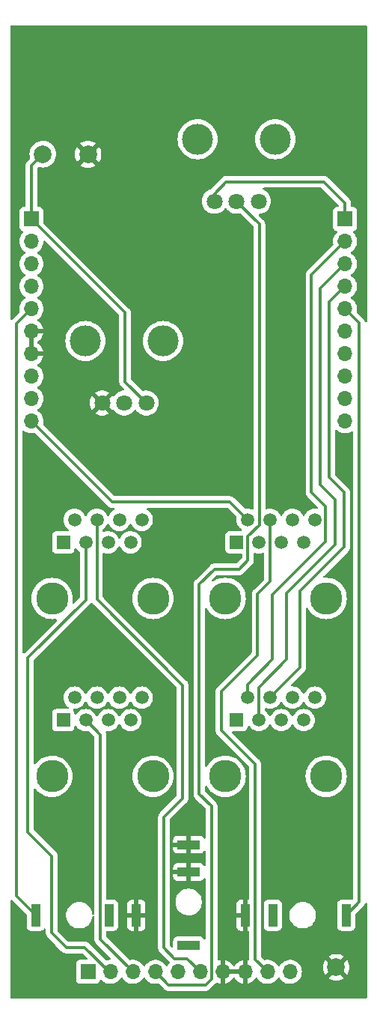
<source format=gbr>
%TF.GenerationSoftware,KiCad,Pcbnew,7.0.6*%
%TF.CreationDate,2023-07-26T19:08:01+01:00*%
%TF.ProjectId,Hypersoniq_Controls,48797065-7273-46f6-9e69-715f436f6e74,rev?*%
%TF.SameCoordinates,Original*%
%TF.FileFunction,Copper,L1,Top*%
%TF.FilePolarity,Positive*%
%FSLAX46Y46*%
G04 Gerber Fmt 4.6, Leading zero omitted, Abs format (unit mm)*
G04 Created by KiCad (PCBNEW 7.0.6) date 2023-07-26 19:08:01*
%MOMM*%
%LPD*%
G01*
G04 APERTURE LIST*
%TA.AperFunction,ComponentPad*%
%ADD10C,2.000000*%
%TD*%
%TA.AperFunction,ComponentPad*%
%ADD11R,2.500000X1.000000*%
%TD*%
%TA.AperFunction,WasherPad*%
%ADD12C,3.500000*%
%TD*%
%TA.AperFunction,ComponentPad*%
%ADD13C,1.800000*%
%TD*%
%TA.AperFunction,ComponentPad*%
%ADD14R,1.000000X2.500000*%
%TD*%
%TA.AperFunction,WasherPad*%
%ADD15C,3.650000*%
%TD*%
%TA.AperFunction,ComponentPad*%
%ADD16R,1.500000X1.500000*%
%TD*%
%TA.AperFunction,ComponentPad*%
%ADD17C,1.500000*%
%TD*%
%TA.AperFunction,ComponentPad*%
%ADD18R,1.700000X1.700000*%
%TD*%
%TA.AperFunction,ComponentPad*%
%ADD19O,1.700000X1.700000*%
%TD*%
%TA.AperFunction,ViaPad*%
%ADD20C,0.800000*%
%TD*%
%TA.AperFunction,Conductor*%
%ADD21C,0.300000*%
%TD*%
G04 APERTURE END LIST*
D10*
%TO.P,TP3,1,1*%
%TO.N,GND*%
X58800000Y-55500000D03*
%TD*%
D11*
%TO.P,J11,1*%
%TO.N,GND*%
X70200000Y-133520000D03*
%TO.P,J11,2*%
X70200000Y-136620000D03*
%TO.P,J11,3*%
%TO.N,/FREQ_JACK*%
X70200000Y-144920000D03*
%TD*%
D12*
%TO.P,Q_CTRL1,*%
%TO.N,*%
X58500000Y-76600000D03*
X67300000Y-76600000D03*
D13*
%TO.P,Q_CTRL1,1,1*%
%TO.N,+12V*%
X65400000Y-83600000D03*
%TO.P,Q_CTRL1,2,2*%
%TO.N,/Q_POT*%
X62900000Y-83600000D03*
%TO.P,Q_CTRL1,3,3*%
%TO.N,GND*%
X60400000Y-83600000D03*
%TD*%
D10*
%TO.P,TP4,1,1*%
%TO.N,GND*%
X86900000Y-147400000D03*
%TD*%
D14*
%TO.P,J12,1*%
%TO.N,GND*%
X76620000Y-141500000D03*
%TO.P,J12,2*%
%TO.N,unconnected-(J12-Pad2)*%
X79720000Y-141500000D03*
%TO.P,J12,3*%
%TO.N,/AUDIO_MIX_4POLE*%
X88020000Y-141500000D03*
%TD*%
%TO.P,J6,1*%
%TO.N,GND*%
X64280000Y-141500000D03*
%TO.P,J6,2*%
%TO.N,unconnected-(J6-Pad2)*%
X61180000Y-141500000D03*
%TO.P,J6,3*%
%TO.N,/AUDIO_MIX_1POLE*%
X52880000Y-141500000D03*
%TD*%
D15*
%TO.P,J4,*%
%TO.N,*%
X54730000Y-105700000D03*
X66160000Y-105700000D03*
D16*
%TO.P,J4,1*%
%TO.N,/AUDIO_IN1*%
X56000000Y-99350000D03*
D17*
%TO.P,J4,2*%
%TO.N,/AUDIO_IN2*%
X57270000Y-96810000D03*
%TO.P,J4,3*%
%TO.N,/AUDIO_IN3*%
X58540000Y-99350000D03*
%TO.P,J4,4*%
%TO.N,/AUDIO_IN4*%
X59810000Y-96810000D03*
%TO.P,J4,5*%
%TO.N,unconnected-(J4-Pad5)*%
X61080000Y-99350000D03*
%TO.P,J4,6*%
%TO.N,unconnected-(J4-Pad6)*%
X62350000Y-96810000D03*
%TO.P,J4,7*%
%TO.N,unconnected-(J4-Pad7)*%
X63620000Y-99350000D03*
%TO.P,J4,8*%
%TO.N,unconnected-(J4-Pad8)*%
X64890000Y-96810000D03*
%TD*%
D10*
%TO.P,TP1,1,1*%
%TO.N,+12V*%
X53700000Y-55470000D03*
%TD*%
D15*
%TO.P,J5,*%
%TO.N,*%
X54730000Y-125800000D03*
X66160000Y-125800000D03*
D16*
%TO.P,J5,1*%
%TO.N,/1POLE_OUT1*%
X56000000Y-119450000D03*
D17*
%TO.P,J5,2*%
%TO.N,/1POLE_OUT2*%
X57270000Y-116910000D03*
%TO.P,J5,3*%
%TO.N,/1POLE_OUT3*%
X58540000Y-119450000D03*
%TO.P,J5,4*%
%TO.N,/1POLE_OUT4*%
X59810000Y-116910000D03*
%TO.P,J5,5*%
%TO.N,unconnected-(J5-Pad5)*%
X61080000Y-119450000D03*
%TO.P,J5,6*%
%TO.N,unconnected-(J5-Pad6)*%
X62350000Y-116910000D03*
%TO.P,J5,7*%
%TO.N,unconnected-(J5-Pad7)*%
X63620000Y-119450000D03*
%TO.P,J5,8*%
%TO.N,unconnected-(J5-Pad8)*%
X64890000Y-116910000D03*
%TD*%
D15*
%TO.P,J8,*%
%TO.N,*%
X74330000Y-125800000D03*
X85760000Y-125800000D03*
D16*
%TO.P,J8,1*%
%TO.N,/4POLE_OUT1*%
X75600000Y-119450000D03*
D17*
%TO.P,J8,2*%
%TO.N,/4POLE_OUT2*%
X76870000Y-116910000D03*
%TO.P,J8,3*%
%TO.N,/4POLE_OUT3*%
X78140000Y-119450000D03*
%TO.P,J8,4*%
%TO.N,/4POLE_OUT4*%
X79410000Y-116910000D03*
%TO.P,J8,5*%
%TO.N,unconnected-(J8-Pad5)*%
X80680000Y-119450000D03*
%TO.P,J8,6*%
%TO.N,unconnected-(J8-Pad6)*%
X81950000Y-116910000D03*
%TO.P,J8,7*%
%TO.N,unconnected-(J8-Pad7)*%
X83220000Y-119450000D03*
%TO.P,J8,8*%
%TO.N,unconnected-(J8-Pad8)*%
X84490000Y-116910000D03*
%TD*%
D15*
%TO.P,J7,*%
%TO.N,*%
X74330000Y-105700000D03*
X85760000Y-105700000D03*
D16*
%TO.P,J7,1*%
%TO.N,/FREQ_CV1*%
X75600000Y-99350000D03*
D17*
%TO.P,J7,2*%
%TO.N,/FREQ_CV2*%
X76870000Y-96810000D03*
%TO.P,J7,3*%
%TO.N,/FREQ_CV3*%
X78140000Y-99350000D03*
%TO.P,J7,4*%
%TO.N,/FREQ_CV4*%
X79410000Y-96810000D03*
%TO.P,J7,5*%
%TO.N,unconnected-(J7-Pad5)*%
X80680000Y-99350000D03*
%TO.P,J7,6*%
%TO.N,unconnected-(J7-Pad6)*%
X81950000Y-96810000D03*
%TO.P,J7,7*%
%TO.N,unconnected-(J7-Pad7)*%
X83220000Y-99350000D03*
%TO.P,J7,8*%
%TO.N,unconnected-(J7-Pad8)*%
X84490000Y-96810000D03*
%TD*%
D12*
%TO.P,FREQ_POT1,*%
%TO.N,*%
X71200000Y-53800000D03*
X80000000Y-53800000D03*
D13*
%TO.P,FREQ_POT1,1,1*%
%TO.N,/FREQ_POT_VH*%
X78100000Y-60800000D03*
%TO.P,FREQ_POT1,2,2*%
%TO.N,/FREQ_POT*%
X75600000Y-60800000D03*
%TO.P,FREQ_POT1,3,3*%
%TO.N,/FREQ_POT_VL*%
X73100000Y-60800000D03*
%TD*%
D18*
%TO.P,J3,1,Pin_1*%
%TO.N,/FREQ_CV3*%
X58800000Y-147900000D03*
D19*
%TO.P,J3,2,Pin_2*%
%TO.N,/AUDIO_IN3*%
X61340000Y-147900000D03*
%TO.P,J3,3,Pin_3*%
%TO.N,/1POLE_OUT3*%
X63880000Y-147900000D03*
%TO.P,J3,4,Pin_4*%
%TO.N,/FREQ_POT*%
X66420000Y-147900000D03*
%TO.P,J3,5,Pin_5*%
%TO.N,-12V*%
X68960000Y-147900000D03*
%TO.P,J3,6,Pin_6*%
%TO.N,/AUDIO_IN4*%
X71500000Y-147900000D03*
%TO.P,J3,7,Pin_7*%
%TO.N,GND*%
X74040000Y-147900000D03*
%TO.P,J3,8,Pin_8*%
X76580000Y-147900000D03*
%TO.P,J3,9,Pin_9*%
%TO.N,/FREQ_CV4*%
X79120000Y-147900000D03*
%TO.P,J3,10,Pin_10*%
%TO.N,/FREQ_JACK*%
X81660000Y-147900000D03*
%TD*%
D18*
%TO.P,J1,1,Pin_1*%
%TO.N,/FREQ_POT_VL*%
X87900000Y-62800000D03*
D19*
%TO.P,J1,2,Pin_2*%
%TO.N,/4POLE_OUT2*%
X87900000Y-65340000D03*
%TO.P,J1,3,Pin_3*%
%TO.N,/4POLE_OUT3*%
X87900000Y-67880000D03*
%TO.P,J1,4,Pin_4*%
%TO.N,/4POLE_OUT4*%
X87900000Y-70420000D03*
%TO.P,J1,5,Pin_5*%
%TO.N,/AUDIO_MIX_4POLE*%
X87900000Y-72960000D03*
%TO.P,J1,6,Pin_6*%
%TO.N,GND*%
X87900000Y-75500000D03*
%TO.P,J1,7,Pin_7*%
%TO.N,/1POLE_OUT1*%
X87900000Y-78040000D03*
%TO.P,J1,8,Pin_8*%
%TO.N,/Q_POT*%
X87900000Y-80580000D03*
%TO.P,J1,9,Pin_9*%
%TO.N,/AUDIO_IN1*%
X87900000Y-83120000D03*
%TO.P,J1,10,Pin_10*%
%TO.N,/FREQ_CV1*%
X87900000Y-85660000D03*
%TD*%
D18*
%TO.P,J2,1,Pin_1*%
%TO.N,+12V*%
X52400000Y-62800000D03*
D19*
%TO.P,J2,2,Pin_2*%
%TO.N,/4POLE_OUT1*%
X52400000Y-65340000D03*
%TO.P,J2,3,Pin_3*%
%TO.N,/FREQ_POT_VH*%
X52400000Y-67880000D03*
%TO.P,J2,4,Pin_4*%
%TO.N,/1POLE_OUT4*%
X52400000Y-70420000D03*
%TO.P,J2,5,Pin_5*%
%TO.N,/AUDIO_MIX_1POLE*%
X52400000Y-72960000D03*
%TO.P,J2,6,Pin_6*%
%TO.N,GND*%
X52400000Y-75500000D03*
%TO.P,J2,7,Pin_7*%
X52400000Y-78040000D03*
%TO.P,J2,8,Pin_8*%
%TO.N,/AUDIO_IN2*%
X52400000Y-80580000D03*
%TO.P,J2,9,Pin_9*%
%TO.N,/1POLE_OUT2*%
X52400000Y-83120000D03*
%TO.P,J2,10,Pin_10*%
%TO.N,/FREQ_CV2*%
X52400000Y-85660000D03*
%TD*%
D20*
%TO.N,GND*%
X75000000Y-65500000D03*
X82900000Y-62900000D03*
X81300000Y-89800000D03*
X55900000Y-102200000D03*
X51800000Y-148400000D03*
X66800000Y-121900000D03*
X58000000Y-64000000D03*
X62200000Y-111100000D03*
X67700000Y-116500000D03*
X87000000Y-133900000D03*
X88000000Y-88500000D03*
X73000000Y-113100000D03*
X76600000Y-103600000D03*
X84600000Y-109500000D03*
X73200000Y-122600000D03*
X56400000Y-129900000D03*
X62000000Y-92000000D03*
X81700000Y-124700000D03*
X87900000Y-55300000D03*
X68200000Y-90700000D03*
X81000000Y-77800000D03*
X66300000Y-109000000D03*
X64000000Y-70100000D03*
X56200000Y-70300000D03*
X75500000Y-130000000D03*
X54300000Y-90200000D03*
X63200000Y-131200000D03*
X55600000Y-85600000D03*
X75800000Y-82000000D03*
X53800000Y-122800000D03*
X68200000Y-102900000D03*
X53900000Y-117100000D03*
X87200000Y-118100000D03*
X53100000Y-96800000D03*
%TD*%
D21*
%TO.N,/FREQ_POT*%
X76900000Y-101400000D02*
X75900000Y-102400000D01*
X75600000Y-60800000D02*
X78200000Y-63400000D01*
X78200000Y-97400000D02*
X76900000Y-98700000D01*
X71400000Y-104100000D02*
X71400000Y-127800000D01*
X75900000Y-102400000D02*
X73100000Y-102400000D01*
X72800000Y-148700000D02*
X72100000Y-149400000D01*
X76900000Y-98700000D02*
X76900000Y-101400000D01*
X67920000Y-149400000D02*
X66420000Y-147900000D01*
X78200000Y-63400000D02*
X78200000Y-97400000D01*
X72100000Y-149400000D02*
X67920000Y-149400000D01*
X73100000Y-102400000D02*
X71400000Y-104100000D01*
X72800000Y-129200000D02*
X72800000Y-148700000D01*
X71400000Y-127800000D02*
X72800000Y-129200000D01*
%TO.N,/FREQ_POT_VL*%
X74450000Y-58600000D02*
X73100000Y-59950000D01*
X87900000Y-62800000D02*
X87900000Y-61000000D01*
X85500000Y-58600000D02*
X74450000Y-58600000D01*
X73100000Y-59950000D02*
X73100000Y-60800000D01*
X87900000Y-61000000D02*
X85500000Y-58600000D01*
%TO.N,/4POLE_OUT2*%
X85700000Y-99300000D02*
X85700000Y-95300000D01*
X85700000Y-95300000D02*
X84100000Y-93700000D01*
X76870000Y-115430000D02*
X79700000Y-112600000D01*
X79700000Y-105300000D02*
X85700000Y-99300000D01*
X76870000Y-116910000D02*
X76870000Y-115430000D01*
X84100000Y-69140000D02*
X87900000Y-65340000D01*
X79700000Y-112600000D02*
X79700000Y-105300000D01*
X84100000Y-93700000D02*
X84100000Y-69140000D01*
%TO.N,/4POLE_OUT3*%
X85100000Y-92800000D02*
X85100000Y-70680000D01*
X86800000Y-94500000D02*
X85100000Y-92800000D01*
X86800000Y-99600000D02*
X86800000Y-94500000D01*
X81300000Y-105100000D02*
X86800000Y-99600000D01*
X81300000Y-112600000D02*
X81300000Y-105100000D01*
X78140000Y-115760000D02*
X81300000Y-112600000D01*
X78140000Y-119450000D02*
X78140000Y-115760000D01*
X85100000Y-70680000D02*
X87900000Y-67880000D01*
%TO.N,/4POLE_OUT4*%
X87800000Y-99900000D02*
X87800000Y-93700000D01*
X87800000Y-93700000D02*
X86100000Y-92000000D01*
X86100000Y-72220000D02*
X87900000Y-70420000D01*
X86100000Y-92000000D02*
X86100000Y-72220000D01*
X82800000Y-104900000D02*
X87800000Y-99900000D01*
X79410000Y-116910000D02*
X82800000Y-113520000D01*
X82800000Y-113520000D02*
X82800000Y-104900000D01*
%TO.N,/AUDIO_MIX_4POLE*%
X89500000Y-74560000D02*
X87900000Y-72960000D01*
X89500000Y-140020000D02*
X89500000Y-74560000D01*
X88020000Y-141500000D02*
X89500000Y-140020000D01*
%TO.N,/AUDIO_MIX_1POLE*%
X50700000Y-74660000D02*
X52400000Y-72960000D01*
X52880000Y-141500000D02*
X50700000Y-139320000D01*
X50700000Y-139320000D02*
X50700000Y-74660000D01*
%TO.N,/AUDIO_IN4*%
X59810000Y-96810000D02*
X59810000Y-105810000D01*
X59810000Y-105810000D02*
X69500000Y-115500000D01*
X67400000Y-145200000D02*
X68600000Y-146400000D01*
X70000000Y-146400000D02*
X71500000Y-147900000D01*
X68600000Y-146400000D02*
X70000000Y-146400000D01*
X67400000Y-130400000D02*
X67400000Y-145200000D01*
X69500000Y-128300000D02*
X67400000Y-130400000D01*
X69500000Y-115500000D02*
X69500000Y-128300000D01*
%TO.N,/FREQ_CV2*%
X74860000Y-94800000D02*
X61540000Y-94800000D01*
X76870000Y-96810000D02*
X74860000Y-94800000D01*
X61540000Y-94800000D02*
X52400000Y-85660000D01*
%TO.N,/AUDIO_IN3*%
X58540000Y-99350000D02*
X58540000Y-105860000D01*
X58450000Y-145150000D02*
X61200000Y-147900000D01*
X56350000Y-145150000D02*
X58450000Y-145150000D01*
X58540000Y-105860000D02*
X52000000Y-112400000D01*
X54700000Y-134800000D02*
X54700000Y-143500000D01*
X52000000Y-132100000D02*
X54700000Y-134800000D01*
X54700000Y-143500000D02*
X56350000Y-145150000D01*
X61200000Y-147900000D02*
X61340000Y-147900000D01*
X52000000Y-112400000D02*
X52000000Y-132100000D01*
%TO.N,+12V*%
X52400000Y-56770000D02*
X53700000Y-55470000D01*
X63000000Y-73400000D02*
X52400000Y-62800000D01*
X52400000Y-62800000D02*
X52400000Y-56770000D01*
X65400000Y-83600000D02*
X63000000Y-81200000D01*
X63000000Y-81200000D02*
X63000000Y-73400000D01*
%TO.N,/1POLE_OUT3*%
X58540000Y-119450000D02*
X60200000Y-121110000D01*
X60200000Y-144220000D02*
X63880000Y-147900000D01*
X60200000Y-121110000D02*
X60200000Y-144220000D01*
%TO.N,/FREQ_CV4*%
X73900000Y-120600000D02*
X73900000Y-116200000D01*
X73900000Y-116200000D02*
X78000000Y-112100000D01*
X77700000Y-124400000D02*
X73900000Y-120600000D01*
X77700000Y-146480000D02*
X77700000Y-124400000D01*
X79410000Y-103790000D02*
X79410000Y-96810000D01*
X78000000Y-112100000D02*
X78000000Y-105200000D01*
X79120000Y-147900000D02*
X77700000Y-146480000D01*
X78000000Y-105200000D02*
X79410000Y-103790000D01*
%TD*%
%TA.AperFunction,Conductor*%
%TO.N,GND*%
G36*
X86967012Y-86653498D02*
G01*
X86975738Y-86661966D01*
X86976758Y-86662905D01*
X86999494Y-86680601D01*
X87154424Y-86801189D01*
X87352426Y-86908342D01*
X87352427Y-86908342D01*
X87352428Y-86908343D01*
X87464227Y-86946723D01*
X87565365Y-86981444D01*
X87787431Y-87018500D01*
X87787435Y-87018500D01*
X88012565Y-87018500D01*
X88012569Y-87018500D01*
X88234635Y-86981444D01*
X88447574Y-86908342D01*
X88645576Y-86801189D01*
X88645586Y-86801181D01*
X88646571Y-86800538D01*
X88647040Y-86800396D01*
X88650160Y-86798708D01*
X88650507Y-86799349D01*
X88714537Y-86780016D01*
X88782809Y-86799497D01*
X88829710Y-86852796D01*
X88841500Y-86906012D01*
X88841500Y-139645720D01*
X88821498Y-139713841D01*
X88767842Y-139760334D01*
X88697568Y-139770438D01*
X88671470Y-139763776D01*
X88629201Y-139748011D01*
X88629199Y-139748010D01*
X88629197Y-139748010D01*
X88629196Y-139748009D01*
X88568649Y-139741500D01*
X88568638Y-139741500D01*
X87471362Y-139741500D01*
X87471350Y-139741500D01*
X87410803Y-139748009D01*
X87410795Y-139748011D01*
X87273797Y-139799110D01*
X87273792Y-139799112D01*
X87156738Y-139886738D01*
X87069112Y-140003792D01*
X87069110Y-140003797D01*
X87018011Y-140140795D01*
X87018009Y-140140803D01*
X87011500Y-140201350D01*
X87011500Y-142798649D01*
X87018009Y-142859196D01*
X87018011Y-142859204D01*
X87069110Y-142996202D01*
X87069112Y-142996207D01*
X87156738Y-143113261D01*
X87273792Y-143200887D01*
X87273794Y-143200888D01*
X87273796Y-143200889D01*
X87332875Y-143222924D01*
X87410795Y-143251988D01*
X87410803Y-143251990D01*
X87471350Y-143258499D01*
X87471355Y-143258499D01*
X87471362Y-143258500D01*
X87471368Y-143258500D01*
X88568632Y-143258500D01*
X88568638Y-143258500D01*
X88568645Y-143258499D01*
X88568649Y-143258499D01*
X88629196Y-143251990D01*
X88629199Y-143251989D01*
X88629201Y-143251989D01*
X88766204Y-143200889D01*
X88766799Y-143200444D01*
X88883261Y-143113261D01*
X88970887Y-142996207D01*
X88970887Y-142996206D01*
X88970889Y-142996204D01*
X89021989Y-142859201D01*
X89028500Y-142798638D01*
X89028500Y-141474949D01*
X89048502Y-141406829D01*
X89065400Y-141385859D01*
X89904388Y-140546870D01*
X89917129Y-140536665D01*
X89916969Y-140536471D01*
X89923074Y-140531419D01*
X89923080Y-140531416D01*
X89972945Y-140478314D01*
X89994927Y-140456333D01*
X89999470Y-140450475D01*
X90003308Y-140445980D01*
X90036972Y-140410133D01*
X90047310Y-140391327D01*
X90058152Y-140374823D01*
X90071304Y-140357868D01*
X90090832Y-140312737D01*
X90093441Y-140307414D01*
X90117124Y-140264337D01*
X90122457Y-140243562D01*
X90128856Y-140224869D01*
X90137380Y-140205176D01*
X90139050Y-140194625D01*
X90169461Y-140130471D01*
X90229728Y-140092942D01*
X90300717Y-140093954D01*
X90359890Y-140133185D01*
X90388460Y-140198179D01*
X90389500Y-140214332D01*
X90389500Y-150763500D01*
X90369498Y-150831621D01*
X90315842Y-150878114D01*
X90263500Y-150889500D01*
X50136500Y-150889500D01*
X50068379Y-150869498D01*
X50021886Y-150815842D01*
X50010500Y-150763500D01*
X50010500Y-139871984D01*
X50030502Y-139803863D01*
X50084158Y-139757370D01*
X50154432Y-139747266D01*
X50216814Y-139774899D01*
X50219567Y-139777176D01*
X50254040Y-139805695D01*
X50258420Y-139809680D01*
X51053547Y-140604807D01*
X51834595Y-141385855D01*
X51868621Y-141448167D01*
X51871500Y-141474950D01*
X51871500Y-142798649D01*
X51878009Y-142859196D01*
X51878011Y-142859204D01*
X51929110Y-142996202D01*
X51929112Y-142996207D01*
X52016738Y-143113261D01*
X52133792Y-143200887D01*
X52133794Y-143200888D01*
X52133796Y-143200889D01*
X52192875Y-143222924D01*
X52270795Y-143251988D01*
X52270803Y-143251990D01*
X52331350Y-143258499D01*
X52331355Y-143258499D01*
X52331362Y-143258500D01*
X52331368Y-143258500D01*
X53428632Y-143258500D01*
X53428638Y-143258500D01*
X53428645Y-143258499D01*
X53428649Y-143258499D01*
X53489196Y-143251990D01*
X53489199Y-143251989D01*
X53489201Y-143251989D01*
X53626204Y-143200889D01*
X53626799Y-143200444D01*
X53743261Y-143113261D01*
X53814632Y-143017921D01*
X53871468Y-142975374D01*
X53942283Y-142970310D01*
X54004595Y-143004335D01*
X54038621Y-143066647D01*
X54041500Y-143093430D01*
X54041500Y-143413389D01*
X54039708Y-143429620D01*
X54039958Y-143429644D01*
X54039211Y-143437536D01*
X54041500Y-143510341D01*
X54041500Y-143541430D01*
X54042427Y-143548776D01*
X54042893Y-143554690D01*
X54044437Y-143603829D01*
X54044438Y-143603832D01*
X54050421Y-143624429D01*
X54054428Y-143643780D01*
X54057117Y-143665060D01*
X54057117Y-143665062D01*
X54075216Y-143710778D01*
X54077139Y-143716394D01*
X54090853Y-143763597D01*
X54090853Y-143763598D01*
X54101771Y-143782058D01*
X54110468Y-143799811D01*
X54118364Y-143819755D01*
X54118367Y-143819760D01*
X54136352Y-143844513D01*
X54147265Y-143859532D01*
X54150521Y-143864490D01*
X54175547Y-143906807D01*
X54190714Y-143921974D01*
X54203552Y-143937005D01*
X54216158Y-143954356D01*
X54254040Y-143985695D01*
X54258421Y-143989681D01*
X55143790Y-144875050D01*
X55823127Y-145554387D01*
X55833341Y-145567135D01*
X55833534Y-145566976D01*
X55838583Y-145573079D01*
X55891701Y-145622960D01*
X55913658Y-145644918D01*
X55913662Y-145644921D01*
X55913667Y-145644926D01*
X55919523Y-145649468D01*
X55924020Y-145653310D01*
X55959867Y-145686972D01*
X55978660Y-145697303D01*
X55995184Y-145708158D01*
X56012132Y-145721305D01*
X56057255Y-145740831D01*
X56062589Y-145743444D01*
X56105657Y-145767121D01*
X56105659Y-145767122D01*
X56105663Y-145767124D01*
X56126440Y-145772458D01*
X56145132Y-145778857D01*
X56164823Y-145787379D01*
X56213402Y-145795072D01*
X56219171Y-145796267D01*
X56266812Y-145808500D01*
X56288258Y-145808500D01*
X56307968Y-145810050D01*
X56329151Y-145813406D01*
X56364642Y-145810051D01*
X56378092Y-145808780D01*
X56384025Y-145808500D01*
X58125050Y-145808500D01*
X58193171Y-145828502D01*
X58214145Y-145845405D01*
X58695145Y-146326405D01*
X58729171Y-146388717D01*
X58724106Y-146459532D01*
X58681559Y-146516368D01*
X58615039Y-146541179D01*
X58606050Y-146541500D01*
X57901350Y-146541500D01*
X57840803Y-146548009D01*
X57840795Y-146548011D01*
X57703797Y-146599110D01*
X57703792Y-146599112D01*
X57586738Y-146686738D01*
X57499112Y-146803792D01*
X57499110Y-146803797D01*
X57448011Y-146940795D01*
X57448009Y-146940803D01*
X57441500Y-147001350D01*
X57441500Y-148798649D01*
X57448009Y-148859196D01*
X57448011Y-148859204D01*
X57499110Y-148996202D01*
X57499112Y-148996207D01*
X57586738Y-149113261D01*
X57703792Y-149200887D01*
X57703794Y-149200888D01*
X57703796Y-149200889D01*
X57757600Y-149220957D01*
X57840795Y-149251988D01*
X57840803Y-149251990D01*
X57901350Y-149258499D01*
X57901355Y-149258499D01*
X57901362Y-149258500D01*
X57901368Y-149258500D01*
X59698632Y-149258500D01*
X59698638Y-149258500D01*
X59698645Y-149258499D01*
X59698649Y-149258499D01*
X59759196Y-149251990D01*
X59759199Y-149251989D01*
X59759201Y-149251989D01*
X59896204Y-149200889D01*
X59953098Y-149158299D01*
X60013261Y-149113261D01*
X60100886Y-148996208D01*
X60100885Y-148996208D01*
X60100889Y-148996204D01*
X60144999Y-148877939D01*
X60187545Y-148821107D01*
X60254066Y-148796296D01*
X60323440Y-148811388D01*
X60355753Y-148836635D01*
X60376529Y-148859204D01*
X60416762Y-148902908D01*
X60429294Y-148912662D01*
X60594424Y-149041189D01*
X60792426Y-149148342D01*
X60792427Y-149148342D01*
X60792428Y-149148343D01*
X60904227Y-149186723D01*
X61005365Y-149221444D01*
X61227431Y-149258500D01*
X61227435Y-149258500D01*
X61452565Y-149258500D01*
X61452569Y-149258500D01*
X61674635Y-149221444D01*
X61887574Y-149148342D01*
X62085576Y-149041189D01*
X62263240Y-148902906D01*
X62415722Y-148737268D01*
X62415927Y-148736955D01*
X62504517Y-148601357D01*
X62558520Y-148555268D01*
X62628868Y-148545693D01*
X62693226Y-148575670D01*
X62715483Y-148601357D01*
X62804275Y-148737265D01*
X62804279Y-148737270D01*
X62956762Y-148902908D01*
X62969294Y-148912662D01*
X63134424Y-149041189D01*
X63332426Y-149148342D01*
X63332427Y-149148342D01*
X63332428Y-149148343D01*
X63444227Y-149186723D01*
X63545365Y-149221444D01*
X63767431Y-149258500D01*
X63767435Y-149258500D01*
X63992565Y-149258500D01*
X63992569Y-149258500D01*
X64214635Y-149221444D01*
X64427574Y-149148342D01*
X64625576Y-149041189D01*
X64803240Y-148902906D01*
X64955722Y-148737268D01*
X64955927Y-148736955D01*
X65000356Y-148668950D01*
X65044518Y-148601354D01*
X65098520Y-148555268D01*
X65168868Y-148545692D01*
X65233225Y-148575669D01*
X65255480Y-148601353D01*
X65276223Y-148633102D01*
X65344275Y-148737265D01*
X65344279Y-148737270D01*
X65496762Y-148902908D01*
X65509294Y-148912662D01*
X65674424Y-149041189D01*
X65872426Y-149148342D01*
X65872427Y-149148342D01*
X65872428Y-149148343D01*
X65984227Y-149186723D01*
X66085365Y-149221444D01*
X66307431Y-149258500D01*
X66307435Y-149258500D01*
X66532564Y-149258500D01*
X66532569Y-149258500D01*
X66738271Y-149224174D01*
X66808751Y-149232691D01*
X66848102Y-149259361D01*
X67393129Y-149804389D01*
X67403341Y-149817134D01*
X67403534Y-149816976D01*
X67408583Y-149823079D01*
X67461701Y-149872960D01*
X67483658Y-149894918D01*
X67483662Y-149894921D01*
X67483667Y-149894926D01*
X67489523Y-149899468D01*
X67494020Y-149903310D01*
X67529867Y-149936972D01*
X67548660Y-149947303D01*
X67565184Y-149958158D01*
X67582132Y-149971305D01*
X67627255Y-149990831D01*
X67632589Y-149993444D01*
X67675657Y-150017121D01*
X67675659Y-150017122D01*
X67675663Y-150017124D01*
X67696440Y-150022458D01*
X67715132Y-150028857D01*
X67734823Y-150037379D01*
X67783402Y-150045072D01*
X67789171Y-150046267D01*
X67836812Y-150058500D01*
X67858258Y-150058500D01*
X67877968Y-150060050D01*
X67899151Y-150063406D01*
X67934642Y-150060051D01*
X67948092Y-150058780D01*
X67954025Y-150058500D01*
X72013389Y-150058500D01*
X72029620Y-150060291D01*
X72029644Y-150060042D01*
X72037536Y-150060788D01*
X72037536Y-150060787D01*
X72037537Y-150060788D01*
X72110342Y-150058500D01*
X72141432Y-150058500D01*
X72148779Y-150057571D01*
X72154682Y-150057106D01*
X72203831Y-150055562D01*
X72224421Y-150049579D01*
X72243776Y-150045571D01*
X72265064Y-150042882D01*
X72310796Y-150024775D01*
X72316380Y-150022863D01*
X72363600Y-150009145D01*
X72382050Y-149998232D01*
X72399813Y-149989530D01*
X72419756Y-149981635D01*
X72459537Y-149952730D01*
X72464487Y-149949480D01*
X72485637Y-149936972D01*
X72506807Y-149924453D01*
X72521977Y-149909281D01*
X72537005Y-149896447D01*
X72554357Y-149883841D01*
X72585698Y-149845954D01*
X72589676Y-149841582D01*
X73204384Y-149226873D01*
X73217126Y-149216667D01*
X73216966Y-149216474D01*
X73223078Y-149211417D01*
X73223077Y-149211417D01*
X73223080Y-149211416D01*
X73249539Y-149183239D01*
X73272960Y-149158299D01*
X73290419Y-149140840D01*
X73352731Y-149106814D01*
X73423546Y-149111879D01*
X73439484Y-149119121D01*
X73492632Y-149147883D01*
X73705483Y-149220955D01*
X73705492Y-149220957D01*
X73786000Y-149234391D01*
X73786000Y-148333674D01*
X73897685Y-148384680D01*
X74004237Y-148400000D01*
X74075763Y-148400000D01*
X74182315Y-148384680D01*
X74294000Y-148333674D01*
X74294000Y-149234390D01*
X74374507Y-149220957D01*
X74374516Y-149220955D01*
X74587369Y-149147883D01*
X74587371Y-149147882D01*
X74785300Y-149040768D01*
X74785301Y-149040767D01*
X74962902Y-148902534D01*
X75115327Y-148736955D01*
X75204517Y-148600441D01*
X75258521Y-148554352D01*
X75328868Y-148544777D01*
X75393226Y-148574754D01*
X75415483Y-148600441D01*
X75504672Y-148736955D01*
X75657097Y-148902534D01*
X75834698Y-149040767D01*
X75834699Y-149040768D01*
X76032628Y-149147882D01*
X76032630Y-149147883D01*
X76245483Y-149220955D01*
X76245492Y-149220957D01*
X76326000Y-149234391D01*
X76326000Y-148333674D01*
X76437685Y-148384680D01*
X76544237Y-148400000D01*
X76615763Y-148400000D01*
X76722315Y-148384680D01*
X76834000Y-148333674D01*
X76834000Y-149234390D01*
X76914507Y-149220957D01*
X76914516Y-149220955D01*
X77127369Y-149147883D01*
X77127371Y-149147882D01*
X77325300Y-149040768D01*
X77325301Y-149040767D01*
X77502902Y-148902534D01*
X77655327Y-148736955D01*
X77744217Y-148600899D01*
X77798220Y-148554810D01*
X77868568Y-148545235D01*
X77932925Y-148575212D01*
X77955183Y-148600898D01*
X78044279Y-148737270D01*
X78196762Y-148902908D01*
X78209294Y-148912662D01*
X78374424Y-149041189D01*
X78572426Y-149148342D01*
X78572427Y-149148342D01*
X78572428Y-149148343D01*
X78684227Y-149186723D01*
X78785365Y-149221444D01*
X79007431Y-149258500D01*
X79007435Y-149258500D01*
X79232565Y-149258500D01*
X79232569Y-149258500D01*
X79454635Y-149221444D01*
X79667574Y-149148342D01*
X79865576Y-149041189D01*
X80043240Y-148902906D01*
X80195722Y-148737268D01*
X80195927Y-148736955D01*
X80240356Y-148668950D01*
X80284518Y-148601354D01*
X80338520Y-148555268D01*
X80408868Y-148545692D01*
X80473225Y-148575669D01*
X80495480Y-148601353D01*
X80516223Y-148633102D01*
X80584275Y-148737265D01*
X80584279Y-148737270D01*
X80736762Y-148902908D01*
X80749294Y-148912662D01*
X80914424Y-149041189D01*
X81112426Y-149148342D01*
X81112427Y-149148342D01*
X81112428Y-149148343D01*
X81224227Y-149186723D01*
X81325365Y-149221444D01*
X81547431Y-149258500D01*
X81547435Y-149258500D01*
X81772565Y-149258500D01*
X81772569Y-149258500D01*
X81994635Y-149221444D01*
X82207574Y-149148342D01*
X82405576Y-149041189D01*
X82583240Y-148902906D01*
X82735722Y-148737268D01*
X82735927Y-148736955D01*
X82803777Y-148633102D01*
X82858860Y-148548791D01*
X82949296Y-148342616D01*
X83004564Y-148124368D01*
X83023156Y-147900000D01*
X83004564Y-147675632D01*
X82949296Y-147457384D01*
X82924125Y-147399999D01*
X85387337Y-147399999D01*
X85405960Y-147636632D01*
X85461371Y-147867437D01*
X85552206Y-148086733D01*
X85666897Y-148273891D01*
X86296065Y-147644723D01*
X86307188Y-147678956D01*
X86395186Y-147817619D01*
X86514903Y-147930040D01*
X86653160Y-148006048D01*
X86026107Y-148633101D01*
X86026107Y-148633102D01*
X86213261Y-148747791D01*
X86432562Y-148838628D01*
X86663367Y-148894039D01*
X86899999Y-148912662D01*
X87136632Y-148894039D01*
X87367437Y-148838628D01*
X87586738Y-148747791D01*
X87773891Y-148633102D01*
X87773892Y-148633101D01*
X87143482Y-148002691D01*
X87215629Y-147974126D01*
X87348492Y-147877595D01*
X87453175Y-147751055D01*
X87503442Y-147644232D01*
X88133102Y-148273892D01*
X88133102Y-148273891D01*
X88247791Y-148086738D01*
X88338628Y-147867437D01*
X88394039Y-147636632D01*
X88412662Y-147400000D01*
X88394039Y-147163367D01*
X88338628Y-146932562D01*
X88247791Y-146713261D01*
X88133102Y-146526107D01*
X88133100Y-146526107D01*
X87503933Y-147155273D01*
X87492812Y-147121044D01*
X87404814Y-146982381D01*
X87285097Y-146869960D01*
X87146838Y-146793951D01*
X87773891Y-146166897D01*
X87586733Y-146052206D01*
X87367437Y-145961371D01*
X87136632Y-145905960D01*
X86900000Y-145887337D01*
X86663367Y-145905960D01*
X86432562Y-145961371D01*
X86213262Y-146052208D01*
X86026107Y-146166896D01*
X86026107Y-146166898D01*
X86656517Y-146797308D01*
X86584371Y-146825874D01*
X86451508Y-146922405D01*
X86346825Y-147048945D01*
X86296558Y-147155767D01*
X85666898Y-146526107D01*
X85666896Y-146526107D01*
X85552208Y-146713262D01*
X85461371Y-146932562D01*
X85405960Y-147163367D01*
X85387337Y-147399999D01*
X82924125Y-147399999D01*
X82858860Y-147251209D01*
X82841896Y-147225244D01*
X82735724Y-147062734D01*
X82735720Y-147062729D01*
X82603252Y-146918833D01*
X82583240Y-146897094D01*
X82583239Y-146897093D01*
X82583237Y-146897091D01*
X82501382Y-146833381D01*
X82405576Y-146758811D01*
X82207574Y-146651658D01*
X82207572Y-146651657D01*
X82207571Y-146651656D01*
X81994639Y-146578557D01*
X81994630Y-146578555D01*
X81937812Y-146569074D01*
X81772569Y-146541500D01*
X81547431Y-146541500D01*
X81411624Y-146564162D01*
X81325369Y-146578555D01*
X81325360Y-146578557D01*
X81112428Y-146651656D01*
X81112426Y-146651658D01*
X80998592Y-146713262D01*
X80914426Y-146758810D01*
X80914424Y-146758811D01*
X80736762Y-146897091D01*
X80584279Y-147062729D01*
X80495483Y-147198643D01*
X80441479Y-147244731D01*
X80371131Y-147254306D01*
X80306774Y-147224329D01*
X80284517Y-147198643D01*
X80233819Y-147121044D01*
X80195722Y-147062732D01*
X80195721Y-147062731D01*
X80195720Y-147062729D01*
X80063252Y-146918833D01*
X80043240Y-146897094D01*
X80043239Y-146897093D01*
X80043237Y-146897091D01*
X79961382Y-146833381D01*
X79865576Y-146758811D01*
X79667574Y-146651658D01*
X79667572Y-146651657D01*
X79667571Y-146651656D01*
X79454639Y-146578557D01*
X79454630Y-146578555D01*
X79397812Y-146569074D01*
X79232569Y-146541500D01*
X79007431Y-146541500D01*
X78801731Y-146575825D01*
X78731248Y-146567307D01*
X78691898Y-146540638D01*
X78395405Y-146244145D01*
X78361379Y-146181833D01*
X78358500Y-146155050D01*
X78358500Y-142798649D01*
X78711500Y-142798649D01*
X78718009Y-142859196D01*
X78718011Y-142859204D01*
X78769110Y-142996202D01*
X78769112Y-142996207D01*
X78856738Y-143113261D01*
X78973792Y-143200887D01*
X78973794Y-143200888D01*
X78973796Y-143200889D01*
X79032875Y-143222924D01*
X79110795Y-143251988D01*
X79110803Y-143251990D01*
X79171350Y-143258499D01*
X79171355Y-143258499D01*
X79171362Y-143258500D01*
X79171368Y-143258500D01*
X80268632Y-143258500D01*
X80268638Y-143258500D01*
X80268645Y-143258499D01*
X80268649Y-143258499D01*
X80329196Y-143251990D01*
X80329199Y-143251989D01*
X80329201Y-143251989D01*
X80466204Y-143200889D01*
X80466799Y-143200444D01*
X80583261Y-143113261D01*
X80670887Y-142996207D01*
X80670887Y-142996206D01*
X80670889Y-142996204D01*
X80721989Y-142859201D01*
X80728500Y-142798638D01*
X80728500Y-141624335D01*
X81599500Y-141624335D01*
X81612242Y-141700694D01*
X81640428Y-141869609D01*
X81640430Y-141869618D01*
X81721170Y-142104807D01*
X81721171Y-142104809D01*
X81839525Y-142323508D01*
X81839526Y-142323509D01*
X81992267Y-142519750D01*
X82175214Y-142688164D01*
X82383393Y-142824173D01*
X82383392Y-142824173D01*
X82529411Y-142888222D01*
X82611119Y-142924063D01*
X82611120Y-142924063D01*
X82611122Y-142924064D01*
X82852171Y-142985106D01*
X82852179Y-142985108D01*
X83017446Y-142998802D01*
X83037931Y-143000500D01*
X83037933Y-143000500D01*
X83162069Y-143000500D01*
X83181483Y-142998891D01*
X83347821Y-142985108D01*
X83588881Y-142924063D01*
X83816607Y-142824173D01*
X84024785Y-142688164D01*
X84024785Y-142688163D01*
X84207732Y-142519750D01*
X84207733Y-142519748D01*
X84207738Y-142519744D01*
X84360474Y-142323509D01*
X84478828Y-142104810D01*
X84559571Y-141869614D01*
X84600500Y-141624335D01*
X84600500Y-141375665D01*
X84559571Y-141130386D01*
X84478828Y-140895190D01*
X84360474Y-140676491D01*
X84207738Y-140480256D01*
X84207736Y-140480254D01*
X84207732Y-140480249D01*
X84024785Y-140311835D01*
X83816606Y-140175826D01*
X83816607Y-140175826D01*
X83588884Y-140075938D01*
X83588877Y-140075935D01*
X83347828Y-140014893D01*
X83347823Y-140014892D01*
X83347821Y-140014892D01*
X83213864Y-140003792D01*
X83162069Y-139999500D01*
X83162067Y-139999500D01*
X83037933Y-139999500D01*
X83037931Y-139999500D01*
X82976707Y-140004573D01*
X82852179Y-140014892D01*
X82852177Y-140014892D01*
X82852171Y-140014893D01*
X82611122Y-140075935D01*
X82611115Y-140075938D01*
X82383393Y-140175826D01*
X82175214Y-140311835D01*
X81992267Y-140480249D01*
X81839526Y-140676490D01*
X81839525Y-140676491D01*
X81721171Y-140895190D01*
X81721170Y-140895192D01*
X81640430Y-141130381D01*
X81640428Y-141130386D01*
X81640429Y-141130386D01*
X81599500Y-141375665D01*
X81599500Y-141624335D01*
X80728500Y-141624335D01*
X80728500Y-140201362D01*
X80722001Y-140140906D01*
X80721990Y-140140803D01*
X80721988Y-140140795D01*
X80675028Y-140014893D01*
X80670889Y-140003796D01*
X80670888Y-140003794D01*
X80670887Y-140003792D01*
X80583261Y-139886738D01*
X80466207Y-139799112D01*
X80466202Y-139799110D01*
X80329204Y-139748011D01*
X80329196Y-139748009D01*
X80268649Y-139741500D01*
X80268638Y-139741500D01*
X79171362Y-139741500D01*
X79171350Y-139741500D01*
X79110803Y-139748009D01*
X79110795Y-139748011D01*
X78973797Y-139799110D01*
X78973792Y-139799112D01*
X78856738Y-139886738D01*
X78769112Y-140003792D01*
X78769110Y-140003797D01*
X78718011Y-140140795D01*
X78718009Y-140140803D01*
X78711500Y-140201350D01*
X78711500Y-142798649D01*
X78358500Y-142798649D01*
X78358500Y-125800003D01*
X83421493Y-125800003D01*
X83441498Y-126105231D01*
X83441500Y-126105245D01*
X83501176Y-126405248D01*
X83501178Y-126405258D01*
X83599498Y-126694900D01*
X83599504Y-126694914D01*
X83734792Y-126969251D01*
X83904731Y-127223584D01*
X83904734Y-127223588D01*
X84106425Y-127453574D01*
X84190426Y-127527240D01*
X84336407Y-127655262D01*
X84336409Y-127655263D01*
X84336411Y-127655265D01*
X84336415Y-127655268D01*
X84459540Y-127737537D01*
X84590746Y-127825206D01*
X84865092Y-127960499D01*
X85154750Y-128058824D01*
X85454764Y-128118501D01*
X85629184Y-128129932D01*
X85759997Y-128138507D01*
X85760000Y-128138507D01*
X85760003Y-128138507D01*
X85874463Y-128131004D01*
X86065236Y-128118501D01*
X86365250Y-128058824D01*
X86654908Y-127960499D01*
X86929254Y-127825206D01*
X87183593Y-127655262D01*
X87413574Y-127453574D01*
X87615262Y-127223593D01*
X87785206Y-126969254D01*
X87920499Y-126694908D01*
X88018824Y-126405250D01*
X88078501Y-126105236D01*
X88098507Y-125800000D01*
X88078501Y-125494764D01*
X88018824Y-125194750D01*
X87920499Y-124905092D01*
X87785206Y-124630747D01*
X87615262Y-124376407D01*
X87413574Y-124146426D01*
X87413571Y-124146424D01*
X87413570Y-124146422D01*
X87213555Y-123971014D01*
X87183593Y-123944738D01*
X87183591Y-123944736D01*
X87183588Y-123944734D01*
X87183584Y-123944731D01*
X86929251Y-123774792D01*
X86654914Y-123639504D01*
X86654908Y-123639501D01*
X86654903Y-123639499D01*
X86654900Y-123639498D01*
X86365258Y-123541178D01*
X86365252Y-123541176D01*
X86365250Y-123541176D01*
X86264789Y-123521193D01*
X86065245Y-123481500D01*
X86065231Y-123481498D01*
X85760003Y-123461493D01*
X85759997Y-123461493D01*
X85454768Y-123481498D01*
X85454754Y-123481500D01*
X85204980Y-123531184D01*
X85154750Y-123541176D01*
X85154748Y-123541176D01*
X85154741Y-123541178D01*
X84865099Y-123639498D01*
X84865091Y-123639501D01*
X84590741Y-123774797D01*
X84336409Y-123944736D01*
X84106426Y-124146426D01*
X83904736Y-124376409D01*
X83734797Y-124630741D01*
X83599501Y-124905091D01*
X83599498Y-124905099D01*
X83501178Y-125194741D01*
X83501176Y-125194751D01*
X83441500Y-125494754D01*
X83441498Y-125494768D01*
X83421493Y-125799996D01*
X83421493Y-125800003D01*
X78358500Y-125800003D01*
X78358500Y-124486615D01*
X78360292Y-124470380D01*
X78360043Y-124470357D01*
X78360789Y-124462464D01*
X78358500Y-124389625D01*
X78358500Y-124358570D01*
X78358500Y-124358568D01*
X78357570Y-124351217D01*
X78357107Y-124345331D01*
X78355563Y-124296169D01*
X78349579Y-124275573D01*
X78345569Y-124256212D01*
X78342882Y-124234936D01*
X78324780Y-124189218D01*
X78322862Y-124183614D01*
X78309145Y-124136400D01*
X78298224Y-124117935D01*
X78289531Y-124100189D01*
X78281635Y-124080244D01*
X78252736Y-124040470D01*
X78249482Y-124035517D01*
X78224453Y-123993193D01*
X78224452Y-123993191D01*
X78209288Y-123978027D01*
X78196447Y-123962993D01*
X78183841Y-123945643D01*
X78183836Y-123945638D01*
X78162718Y-123928169D01*
X78145950Y-123914297D01*
X78141577Y-123910317D01*
X75154855Y-120923595D01*
X75120829Y-120861283D01*
X75125894Y-120790468D01*
X75168441Y-120733632D01*
X75234961Y-120708821D01*
X75243950Y-120708500D01*
X76398632Y-120708500D01*
X76398638Y-120708500D01*
X76398645Y-120708499D01*
X76398649Y-120708499D01*
X76459196Y-120701990D01*
X76459199Y-120701989D01*
X76459201Y-120701989D01*
X76596204Y-120650889D01*
X76713261Y-120563261D01*
X76732519Y-120537536D01*
X76800887Y-120446207D01*
X76800887Y-120446206D01*
X76800889Y-120446204D01*
X76851989Y-120309201D01*
X76857060Y-120262038D01*
X76858499Y-120248649D01*
X76858500Y-120248632D01*
X76858500Y-120213576D01*
X76878502Y-120145455D01*
X76932158Y-120098962D01*
X77002432Y-120088858D01*
X77067012Y-120118352D01*
X77087713Y-120141306D01*
X77172247Y-120262033D01*
X77172254Y-120262042D01*
X77327957Y-120417745D01*
X77327961Y-120417748D01*
X77327962Y-120417749D01*
X77508346Y-120544056D01*
X77707924Y-120637120D01*
X77920629Y-120694115D01*
X78140000Y-120713307D01*
X78359371Y-120694115D01*
X78572076Y-120637120D01*
X78771654Y-120544056D01*
X78952038Y-120417749D01*
X79107749Y-120262038D01*
X79234056Y-120081654D01*
X79295804Y-119949232D01*
X79342722Y-119895946D01*
X79410999Y-119876485D01*
X79478959Y-119897026D01*
X79524195Y-119949232D01*
X79585944Y-120081654D01*
X79702864Y-120248632D01*
X79712251Y-120262038D01*
X79712254Y-120262042D01*
X79867957Y-120417745D01*
X79867961Y-120417748D01*
X79867962Y-120417749D01*
X80048346Y-120544056D01*
X80247924Y-120637120D01*
X80460629Y-120694115D01*
X80680000Y-120713307D01*
X80899371Y-120694115D01*
X81112076Y-120637120D01*
X81311654Y-120544056D01*
X81492038Y-120417749D01*
X81647749Y-120262038D01*
X81774056Y-120081654D01*
X81835804Y-119949232D01*
X81882722Y-119895946D01*
X81950999Y-119876485D01*
X82018959Y-119897026D01*
X82064195Y-119949232D01*
X82125944Y-120081654D01*
X82242864Y-120248632D01*
X82252251Y-120262038D01*
X82252254Y-120262042D01*
X82407957Y-120417745D01*
X82407961Y-120417748D01*
X82407962Y-120417749D01*
X82588346Y-120544056D01*
X82787924Y-120637120D01*
X83000629Y-120694115D01*
X83220000Y-120713307D01*
X83439371Y-120694115D01*
X83652076Y-120637120D01*
X83851654Y-120544056D01*
X84032038Y-120417749D01*
X84187749Y-120262038D01*
X84314056Y-120081654D01*
X84407120Y-119882076D01*
X84464115Y-119669371D01*
X84483307Y-119450000D01*
X84464115Y-119230629D01*
X84407120Y-119017924D01*
X84314056Y-118818347D01*
X84187749Y-118637962D01*
X84032038Y-118482251D01*
X83851654Y-118355944D01*
X83851650Y-118355942D01*
X83652079Y-118262881D01*
X83652073Y-118262879D01*
X83555025Y-118236875D01*
X83439371Y-118205885D01*
X83220000Y-118186693D01*
X83219999Y-118186693D01*
X83000629Y-118205885D01*
X82787926Y-118262879D01*
X82787920Y-118262881D01*
X82588346Y-118355944D01*
X82407965Y-118482248D01*
X82407959Y-118482253D01*
X82252253Y-118637959D01*
X82252248Y-118637965D01*
X82125944Y-118818346D01*
X82064195Y-118950768D01*
X82017278Y-119004053D01*
X81949000Y-119023514D01*
X81881040Y-119002972D01*
X81835805Y-118950768D01*
X81774056Y-118818348D01*
X81774056Y-118818347D01*
X81647749Y-118637962D01*
X81492038Y-118482251D01*
X81311654Y-118355944D01*
X81311650Y-118355942D01*
X81112079Y-118262881D01*
X81112073Y-118262879D01*
X81015025Y-118236875D01*
X80899371Y-118205885D01*
X80680000Y-118186693D01*
X80679999Y-118186693D01*
X80460629Y-118205885D01*
X80247926Y-118262879D01*
X80247920Y-118262881D01*
X80048346Y-118355944D01*
X79867965Y-118482248D01*
X79867959Y-118482253D01*
X79712253Y-118637959D01*
X79712248Y-118637965D01*
X79585944Y-118818346D01*
X79524195Y-118950768D01*
X79477278Y-119004053D01*
X79409000Y-119023514D01*
X79341040Y-119002972D01*
X79295805Y-118950768D01*
X79234056Y-118818348D01*
X79234056Y-118818347D01*
X79107749Y-118637962D01*
X78952038Y-118482251D01*
X78852228Y-118412362D01*
X78807900Y-118356905D01*
X78798500Y-118309150D01*
X78798500Y-118211233D01*
X78818502Y-118143112D01*
X78872158Y-118096619D01*
X78942432Y-118086515D01*
X78972651Y-118095520D01*
X78972754Y-118095238D01*
X78977510Y-118096969D01*
X78977759Y-118097043D01*
X78977924Y-118097120D01*
X79190629Y-118154115D01*
X79410000Y-118173307D01*
X79629371Y-118154115D01*
X79842076Y-118097120D01*
X80041654Y-118004056D01*
X80222038Y-117877749D01*
X80377749Y-117722038D01*
X80504056Y-117541654D01*
X80565804Y-117409232D01*
X80612722Y-117355946D01*
X80680999Y-117336485D01*
X80748959Y-117357026D01*
X80794195Y-117409232D01*
X80855944Y-117541654D01*
X80982250Y-117722038D01*
X80982251Y-117722038D01*
X80982254Y-117722042D01*
X81137957Y-117877745D01*
X81137961Y-117877748D01*
X81137962Y-117877749D01*
X81318346Y-118004056D01*
X81517924Y-118097120D01*
X81730629Y-118154115D01*
X81950000Y-118173307D01*
X82169371Y-118154115D01*
X82382076Y-118097120D01*
X82581654Y-118004056D01*
X82762038Y-117877749D01*
X82917749Y-117722038D01*
X83044056Y-117541654D01*
X83105804Y-117409232D01*
X83152722Y-117355946D01*
X83220999Y-117336485D01*
X83288959Y-117357026D01*
X83334195Y-117409232D01*
X83395944Y-117541654D01*
X83522250Y-117722038D01*
X83522251Y-117722038D01*
X83522254Y-117722042D01*
X83677957Y-117877745D01*
X83677961Y-117877748D01*
X83677962Y-117877749D01*
X83858346Y-118004056D01*
X84057924Y-118097120D01*
X84270629Y-118154115D01*
X84490000Y-118173307D01*
X84709371Y-118154115D01*
X84922076Y-118097120D01*
X85121654Y-118004056D01*
X85302038Y-117877749D01*
X85457749Y-117722038D01*
X85584056Y-117541654D01*
X85677120Y-117342076D01*
X85734115Y-117129371D01*
X85753307Y-116910000D01*
X85734115Y-116690629D01*
X85677120Y-116477924D01*
X85584056Y-116278347D01*
X85457749Y-116097962D01*
X85302038Y-115942251D01*
X85121654Y-115815944D01*
X85108622Y-115809867D01*
X84922079Y-115722881D01*
X84922073Y-115722879D01*
X84832178Y-115698791D01*
X84709371Y-115665885D01*
X84490000Y-115646693D01*
X84489999Y-115646693D01*
X84270629Y-115665885D01*
X84057926Y-115722879D01*
X84057920Y-115722881D01*
X83858346Y-115815944D01*
X83677965Y-115942248D01*
X83677959Y-115942253D01*
X83522253Y-116097959D01*
X83522248Y-116097965D01*
X83395944Y-116278346D01*
X83334195Y-116410768D01*
X83287278Y-116464053D01*
X83219000Y-116483514D01*
X83151040Y-116462972D01*
X83105805Y-116410768D01*
X83085488Y-116367198D01*
X83044056Y-116278347D01*
X82917749Y-116097962D01*
X82762038Y-115942251D01*
X82581654Y-115815944D01*
X82568622Y-115809867D01*
X82382079Y-115722881D01*
X82382073Y-115722879D01*
X82292178Y-115698791D01*
X82169371Y-115665885D01*
X81950000Y-115646693D01*
X81949999Y-115646693D01*
X81949998Y-115646693D01*
X81916308Y-115649640D01*
X81846703Y-115635649D01*
X81795712Y-115586249D01*
X81779523Y-115517122D01*
X81803277Y-115450217D01*
X81816228Y-115435030D01*
X83204386Y-114046872D01*
X83217129Y-114036665D01*
X83216969Y-114036471D01*
X83223074Y-114031419D01*
X83223080Y-114031416D01*
X83272945Y-113978314D01*
X83294927Y-113956333D01*
X83299470Y-113950475D01*
X83303308Y-113945980D01*
X83336972Y-113910133D01*
X83347310Y-113891327D01*
X83358152Y-113874823D01*
X83371304Y-113857868D01*
X83390832Y-113812737D01*
X83393441Y-113807414D01*
X83417124Y-113764337D01*
X83422457Y-113743562D01*
X83428856Y-113724869D01*
X83437380Y-113705176D01*
X83445074Y-113656591D01*
X83446271Y-113650810D01*
X83458500Y-113603188D01*
X83458500Y-113581741D01*
X83460051Y-113562030D01*
X83463406Y-113540848D01*
X83458780Y-113491903D01*
X83458500Y-113485971D01*
X83458500Y-106849370D01*
X83478502Y-106781249D01*
X83532158Y-106734756D01*
X83602432Y-106724652D01*
X83667012Y-106754146D01*
X83697506Y-106793642D01*
X83734792Y-106869251D01*
X83904731Y-107123584D01*
X83904734Y-107123588D01*
X84106425Y-107353574D01*
X84252063Y-107481294D01*
X84336407Y-107555262D01*
X84336409Y-107555263D01*
X84336411Y-107555265D01*
X84336415Y-107555268D01*
X84504417Y-107667523D01*
X84590746Y-107725206D01*
X84865092Y-107860499D01*
X85154750Y-107958824D01*
X85454764Y-108018501D01*
X85629184Y-108029932D01*
X85759997Y-108038507D01*
X85760000Y-108038507D01*
X85760003Y-108038507D01*
X85874463Y-108031004D01*
X86065236Y-108018501D01*
X86365250Y-107958824D01*
X86654908Y-107860499D01*
X86929254Y-107725206D01*
X87183593Y-107555262D01*
X87413574Y-107353574D01*
X87615262Y-107123593D01*
X87785206Y-106869254D01*
X87920499Y-106594908D01*
X88018824Y-106305250D01*
X88078501Y-106005236D01*
X88098507Y-105700000D01*
X88092160Y-105603170D01*
X88085716Y-105504852D01*
X88078501Y-105394764D01*
X88018824Y-105094750D01*
X87920499Y-104805092D01*
X87785206Y-104530747D01*
X87615262Y-104276407D01*
X87413574Y-104046426D01*
X87413571Y-104046424D01*
X87413570Y-104046422D01*
X87230685Y-103886037D01*
X87183593Y-103844738D01*
X87183591Y-103844736D01*
X87183588Y-103844734D01*
X87183584Y-103844731D01*
X86929251Y-103674792D01*
X86654914Y-103539504D01*
X86654908Y-103539501D01*
X86654903Y-103539499D01*
X86654900Y-103539498D01*
X86365258Y-103441178D01*
X86365252Y-103441176D01*
X86365250Y-103441176D01*
X86264789Y-103421193D01*
X86065245Y-103381500D01*
X86065231Y-103381498D01*
X85760003Y-103361493D01*
X85759997Y-103361493D01*
X85569436Y-103373983D01*
X85500153Y-103358479D01*
X85450250Y-103307979D01*
X85435572Y-103238517D01*
X85460778Y-103172145D01*
X85472093Y-103159165D01*
X88204386Y-100426872D01*
X88217129Y-100416665D01*
X88216969Y-100416471D01*
X88223074Y-100411419D01*
X88223080Y-100411416D01*
X88272945Y-100358314D01*
X88294927Y-100336333D01*
X88299470Y-100330475D01*
X88303308Y-100325980D01*
X88336972Y-100290133D01*
X88347310Y-100271327D01*
X88358152Y-100254823D01*
X88371304Y-100237868D01*
X88390832Y-100192737D01*
X88393441Y-100187414D01*
X88417124Y-100144337D01*
X88422457Y-100123562D01*
X88428856Y-100104869D01*
X88437380Y-100085176D01*
X88445074Y-100036591D01*
X88446271Y-100030810D01*
X88458500Y-99983188D01*
X88458500Y-99961741D01*
X88460051Y-99942030D01*
X88463406Y-99920848D01*
X88458780Y-99871903D01*
X88458500Y-99865971D01*
X88458500Y-93786611D01*
X88460292Y-93770382D01*
X88460042Y-93770359D01*
X88460788Y-93762465D01*
X88458500Y-93689657D01*
X88458500Y-93658576D01*
X88458500Y-93658568D01*
X88457571Y-93651220D01*
X88457106Y-93645316D01*
X88455562Y-93596169D01*
X88449579Y-93575576D01*
X88445571Y-93556218D01*
X88442882Y-93534939D01*
X88442882Y-93534936D01*
X88424777Y-93489208D01*
X88422863Y-93483619D01*
X88409145Y-93436400D01*
X88398224Y-93417935D01*
X88389531Y-93400189D01*
X88381635Y-93380244D01*
X88352736Y-93340470D01*
X88349482Y-93335517D01*
X88324453Y-93293193D01*
X88324452Y-93293191D01*
X88309288Y-93278027D01*
X88296447Y-93262993D01*
X88283841Y-93245643D01*
X88283836Y-93245638D01*
X88262718Y-93228169D01*
X88245950Y-93214297D01*
X88241577Y-93210317D01*
X86795405Y-91764145D01*
X86761379Y-91701833D01*
X86758500Y-91675050D01*
X86758500Y-86748722D01*
X86778502Y-86680601D01*
X86832158Y-86634108D01*
X86902432Y-86624004D01*
X86967012Y-86653498D01*
G37*
%TD.AperFunction*%
%TA.AperFunction,Conductor*%
G36*
X76120507Y-147690156D02*
G01*
X76080000Y-147828111D01*
X76080000Y-147971889D01*
X76120507Y-148109844D01*
X76148884Y-148154000D01*
X74471116Y-148154000D01*
X74499493Y-148109844D01*
X74540000Y-147971889D01*
X74540000Y-147828111D01*
X74499493Y-147690156D01*
X74471116Y-147646000D01*
X76148884Y-147646000D01*
X76120507Y-147690156D01*
G37*
%TD.AperFunction*%
%TA.AperFunction,Conductor*%
G36*
X78707241Y-100555346D02*
G01*
X78746106Y-100614760D01*
X78751500Y-100651233D01*
X78751500Y-103465049D01*
X78731498Y-103533170D01*
X78714595Y-103554144D01*
X77595611Y-104673127D01*
X77582865Y-104683340D01*
X77583025Y-104683533D01*
X77576921Y-104688582D01*
X77527054Y-104741685D01*
X77505071Y-104763668D01*
X77500527Y-104769525D01*
X77496678Y-104774031D01*
X77463029Y-104809865D01*
X77463027Y-104809867D01*
X77452691Y-104828667D01*
X77441843Y-104845180D01*
X77428699Y-104862126D01*
X77428694Y-104862135D01*
X77409172Y-104907247D01*
X77406560Y-104912577D01*
X77382877Y-104955660D01*
X77382873Y-104955670D01*
X77377541Y-104976436D01*
X77371139Y-104995136D01*
X77362620Y-105014820D01*
X77362619Y-105014824D01*
X77354928Y-105063384D01*
X77353724Y-105069197D01*
X77341500Y-105116810D01*
X77341500Y-105138258D01*
X77339949Y-105157967D01*
X77336594Y-105179150D01*
X77336594Y-105179152D01*
X77341220Y-105228094D01*
X77341500Y-105234027D01*
X77341500Y-111775048D01*
X77321498Y-111843169D01*
X77304595Y-111864143D01*
X73495611Y-115673127D01*
X73482865Y-115683340D01*
X73483025Y-115683533D01*
X73476921Y-115688582D01*
X73427054Y-115741685D01*
X73405071Y-115763668D01*
X73400527Y-115769525D01*
X73396678Y-115774031D01*
X73363029Y-115809865D01*
X73363027Y-115809867D01*
X73352691Y-115828667D01*
X73341843Y-115845180D01*
X73328699Y-115862126D01*
X73328694Y-115862135D01*
X73309172Y-115907247D01*
X73306560Y-115912577D01*
X73282877Y-115955660D01*
X73282873Y-115955670D01*
X73277541Y-115976436D01*
X73271139Y-115995136D01*
X73262620Y-116014820D01*
X73262619Y-116014824D01*
X73254928Y-116063384D01*
X73253724Y-116069197D01*
X73241500Y-116116810D01*
X73241500Y-116138258D01*
X73239949Y-116157967D01*
X73236594Y-116179150D01*
X73236594Y-116179152D01*
X73241220Y-116228094D01*
X73241500Y-116234027D01*
X73241500Y-120513389D01*
X73239708Y-120529620D01*
X73239958Y-120529644D01*
X73239211Y-120537536D01*
X73240020Y-120563261D01*
X73241500Y-120610342D01*
X73241500Y-120641432D01*
X73241880Y-120644444D01*
X73242427Y-120648776D01*
X73242893Y-120654690D01*
X73244437Y-120703829D01*
X73244438Y-120703832D01*
X73250421Y-120724429D01*
X73254428Y-120743780D01*
X73257117Y-120765060D01*
X73257117Y-120765062D01*
X73275216Y-120810778D01*
X73277139Y-120816394D01*
X73290853Y-120863597D01*
X73290853Y-120863598D01*
X73301771Y-120882058D01*
X73310468Y-120899811D01*
X73318364Y-120919755D01*
X73318367Y-120919760D01*
X73336352Y-120944513D01*
X73347265Y-120959532D01*
X73350521Y-120964490D01*
X73375169Y-121006169D01*
X73375547Y-121006807D01*
X73390714Y-121021974D01*
X73403551Y-121037004D01*
X73416159Y-121054357D01*
X73433341Y-121068571D01*
X73454039Y-121085694D01*
X73458420Y-121089680D01*
X75830233Y-123461493D01*
X77004595Y-124635855D01*
X77038621Y-124698167D01*
X77041500Y-124724950D01*
X77041500Y-139616000D01*
X77021498Y-139684121D01*
X76967842Y-139730614D01*
X76915500Y-139742000D01*
X76874000Y-139742000D01*
X76874000Y-143258000D01*
X76915500Y-143258000D01*
X76983621Y-143278002D01*
X77030114Y-143331658D01*
X77041500Y-143384000D01*
X77041500Y-146393389D01*
X77039708Y-146409620D01*
X77039958Y-146409644D01*
X77039211Y-146417536D01*
X77040147Y-146447292D01*
X77022294Y-146516007D01*
X76970125Y-146564162D01*
X76900203Y-146576468D01*
X76893469Y-146575530D01*
X76834000Y-146565606D01*
X76834000Y-147466325D01*
X76722315Y-147415320D01*
X76615763Y-147400000D01*
X76544237Y-147400000D01*
X76437685Y-147415320D01*
X76326000Y-147466325D01*
X76326000Y-146565606D01*
X76325999Y-146565606D01*
X76245498Y-146579040D01*
X76245487Y-146579043D01*
X76032630Y-146652116D01*
X76032628Y-146652117D01*
X75834699Y-146759231D01*
X75834698Y-146759232D01*
X75657097Y-146897465D01*
X75504674Y-147063042D01*
X75415483Y-147199559D01*
X75361479Y-147245647D01*
X75291131Y-147255222D01*
X75226774Y-147225244D01*
X75204517Y-147199559D01*
X75115325Y-147063042D01*
X74962902Y-146897465D01*
X74785301Y-146759232D01*
X74785300Y-146759231D01*
X74587371Y-146652117D01*
X74587369Y-146652116D01*
X74374512Y-146579043D01*
X74374501Y-146579040D01*
X74294000Y-146565606D01*
X74294000Y-147466325D01*
X74182315Y-147415320D01*
X74075763Y-147400000D01*
X74004237Y-147400000D01*
X73897685Y-147415320D01*
X73786000Y-147466325D01*
X73786000Y-146565607D01*
X73785999Y-146565606D01*
X73705498Y-146579040D01*
X73705487Y-146579043D01*
X73625412Y-146606533D01*
X73554487Y-146609733D01*
X73493092Y-146574081D01*
X73460718Y-146510895D01*
X73458500Y-146487360D01*
X73458500Y-141754000D01*
X75612000Y-141754000D01*
X75612000Y-142798597D01*
X75618505Y-142859093D01*
X75669555Y-142995964D01*
X75669555Y-142995965D01*
X75757095Y-143112904D01*
X75874034Y-143200444D01*
X76010906Y-143251494D01*
X76071402Y-143257999D01*
X76071415Y-143258000D01*
X76366000Y-143258000D01*
X76366000Y-142024624D01*
X76370000Y-142024624D01*
X76384505Y-142097545D01*
X76439760Y-142180240D01*
X76522455Y-142235495D01*
X76620000Y-142254898D01*
X76717545Y-142235495D01*
X76800240Y-142180240D01*
X76855495Y-142097545D01*
X76870000Y-142024624D01*
X76870000Y-140975376D01*
X76855495Y-140902455D01*
X76800240Y-140819760D01*
X76717545Y-140764505D01*
X76620000Y-140745102D01*
X76522455Y-140764505D01*
X76439760Y-140819760D01*
X76384505Y-140902455D01*
X76370000Y-140975376D01*
X76370000Y-142024624D01*
X76366000Y-142024624D01*
X76366000Y-141754000D01*
X75612000Y-141754000D01*
X73458500Y-141754000D01*
X73458500Y-141246000D01*
X75612000Y-141246000D01*
X76366000Y-141246000D01*
X76366000Y-139742000D01*
X76071402Y-139742000D01*
X76010906Y-139748505D01*
X75874035Y-139799555D01*
X75874034Y-139799555D01*
X75757095Y-139887095D01*
X75669555Y-140004034D01*
X75669555Y-140004035D01*
X75618505Y-140140906D01*
X75612000Y-140201402D01*
X75612000Y-141246000D01*
X73458500Y-141246000D01*
X73458500Y-129286611D01*
X73460292Y-129270382D01*
X73460042Y-129270359D01*
X73460788Y-129262465D01*
X73458500Y-129189657D01*
X73458500Y-129158576D01*
X73458500Y-129158568D01*
X73457571Y-129151220D01*
X73457106Y-129145316D01*
X73455562Y-129096169D01*
X73449579Y-129075576D01*
X73445571Y-129056218D01*
X73442882Y-129034939D01*
X73442882Y-129034936D01*
X73424777Y-128989208D01*
X73422863Y-128983619D01*
X73409145Y-128936400D01*
X73398224Y-128917935D01*
X73389531Y-128900189D01*
X73381635Y-128880244D01*
X73352736Y-128840470D01*
X73349482Y-128835517D01*
X73324453Y-128793193D01*
X73324452Y-128793191D01*
X73309288Y-128778027D01*
X73296447Y-128762993D01*
X73283841Y-128745643D01*
X73283836Y-128745638D01*
X73262682Y-128728139D01*
X73245950Y-128714297D01*
X73241577Y-128710317D01*
X72095405Y-127564145D01*
X72061379Y-127501833D01*
X72058500Y-127475050D01*
X72058500Y-127010204D01*
X72078502Y-126942083D01*
X72132158Y-126895590D01*
X72202432Y-126885486D01*
X72267012Y-126914980D01*
X72297507Y-126954477D01*
X72304794Y-126969254D01*
X72474731Y-127223584D01*
X72474734Y-127223588D01*
X72676425Y-127453574D01*
X72760426Y-127527240D01*
X72906407Y-127655262D01*
X72906409Y-127655263D01*
X72906411Y-127655265D01*
X72906415Y-127655268D01*
X73029540Y-127737537D01*
X73160746Y-127825206D01*
X73435092Y-127960499D01*
X73724750Y-128058824D01*
X74024764Y-128118501D01*
X74199184Y-128129932D01*
X74329997Y-128138507D01*
X74330000Y-128138507D01*
X74330003Y-128138507D01*
X74444463Y-128131004D01*
X74635236Y-128118501D01*
X74935250Y-128058824D01*
X75224908Y-127960499D01*
X75499254Y-127825206D01*
X75753593Y-127655262D01*
X75983574Y-127453574D01*
X76185262Y-127223593D01*
X76355206Y-126969254D01*
X76490499Y-126694908D01*
X76588824Y-126405250D01*
X76648501Y-126105236D01*
X76668507Y-125800000D01*
X76648501Y-125494764D01*
X76588824Y-125194750D01*
X76490499Y-124905092D01*
X76355206Y-124630747D01*
X76185262Y-124376407D01*
X75983574Y-124146426D01*
X75983571Y-124146424D01*
X75983570Y-124146422D01*
X75783555Y-123971014D01*
X75753593Y-123944738D01*
X75753591Y-123944736D01*
X75753588Y-123944734D01*
X75753584Y-123944731D01*
X75499251Y-123774792D01*
X75224914Y-123639504D01*
X75224908Y-123639501D01*
X75224903Y-123639499D01*
X75224900Y-123639498D01*
X74935258Y-123541178D01*
X74935252Y-123541176D01*
X74935250Y-123541176D01*
X74834789Y-123521193D01*
X74635245Y-123481500D01*
X74635231Y-123481498D01*
X74330003Y-123461493D01*
X74329997Y-123461493D01*
X74024768Y-123481498D01*
X74024754Y-123481500D01*
X73774980Y-123531184D01*
X73724750Y-123541176D01*
X73724748Y-123541176D01*
X73724741Y-123541178D01*
X73435099Y-123639498D01*
X73435091Y-123639501D01*
X73160741Y-123774797D01*
X72906409Y-123944736D01*
X72676426Y-124146426D01*
X72474736Y-124376409D01*
X72304797Y-124630741D01*
X72304794Y-124630746D01*
X72304794Y-124630747D01*
X72297504Y-124645528D01*
X72249437Y-124697776D01*
X72180751Y-124715742D01*
X72113256Y-124693722D01*
X72068380Y-124638707D01*
X72058500Y-124589798D01*
X72058500Y-106910204D01*
X72078502Y-106842083D01*
X72132158Y-106795590D01*
X72202432Y-106785486D01*
X72267012Y-106814980D01*
X72297507Y-106854477D01*
X72304794Y-106869254D01*
X72474731Y-107123584D01*
X72474734Y-107123588D01*
X72676425Y-107353574D01*
X72822063Y-107481294D01*
X72906407Y-107555262D01*
X72906409Y-107555263D01*
X72906411Y-107555265D01*
X72906415Y-107555268D01*
X73074417Y-107667523D01*
X73160746Y-107725206D01*
X73435092Y-107860499D01*
X73724750Y-107958824D01*
X74024764Y-108018501D01*
X74199184Y-108029933D01*
X74329997Y-108038507D01*
X74330000Y-108038507D01*
X74330003Y-108038507D01*
X74444463Y-108031004D01*
X74635236Y-108018501D01*
X74935250Y-107958824D01*
X75224908Y-107860499D01*
X75499254Y-107725206D01*
X75753593Y-107555262D01*
X75983574Y-107353574D01*
X76185262Y-107123593D01*
X76355206Y-106869254D01*
X76490499Y-106594908D01*
X76588824Y-106305250D01*
X76648501Y-106005236D01*
X76668507Y-105700000D01*
X76662160Y-105603170D01*
X76655716Y-105504852D01*
X76648501Y-105394764D01*
X76588824Y-105094750D01*
X76490499Y-104805092D01*
X76355206Y-104530747D01*
X76185262Y-104276407D01*
X75983574Y-104046426D01*
X75983571Y-104046424D01*
X75983570Y-104046422D01*
X75800685Y-103886037D01*
X75753593Y-103844738D01*
X75753591Y-103844736D01*
X75753588Y-103844734D01*
X75753584Y-103844731D01*
X75499251Y-103674792D01*
X75224914Y-103539504D01*
X75224908Y-103539501D01*
X75224903Y-103539499D01*
X75224900Y-103539498D01*
X74935258Y-103441178D01*
X74935252Y-103441176D01*
X74935250Y-103441176D01*
X74834789Y-103421193D01*
X74635245Y-103381500D01*
X74635231Y-103381498D01*
X74330003Y-103361493D01*
X74329997Y-103361493D01*
X74024768Y-103381498D01*
X74024754Y-103381500D01*
X73774980Y-103431184D01*
X73724750Y-103441176D01*
X73724748Y-103441176D01*
X73724741Y-103441178D01*
X73435099Y-103539498D01*
X73435091Y-103539501D01*
X73160737Y-103674799D01*
X73006073Y-103778142D01*
X72938320Y-103799357D01*
X72869854Y-103780574D01*
X72822411Y-103727756D01*
X72811054Y-103657674D01*
X72839390Y-103592577D01*
X72846955Y-103584304D01*
X73335857Y-103095402D01*
X73398167Y-103061379D01*
X73424950Y-103058500D01*
X75813389Y-103058500D01*
X75829620Y-103060291D01*
X75829644Y-103060042D01*
X75837536Y-103060788D01*
X75837536Y-103060787D01*
X75837537Y-103060788D01*
X75910342Y-103058500D01*
X75941432Y-103058500D01*
X75948779Y-103057571D01*
X75954682Y-103057106D01*
X76003831Y-103055562D01*
X76024421Y-103049579D01*
X76043776Y-103045571D01*
X76065064Y-103042882D01*
X76110796Y-103024775D01*
X76116380Y-103022863D01*
X76163600Y-103009145D01*
X76182050Y-102998232D01*
X76199813Y-102989530D01*
X76219756Y-102981635D01*
X76259537Y-102952730D01*
X76264487Y-102949480D01*
X76274175Y-102943750D01*
X76306807Y-102924453D01*
X76321977Y-102909281D01*
X76337005Y-102896447D01*
X76354357Y-102883841D01*
X76385702Y-102845950D01*
X76389670Y-102841588D01*
X77304386Y-101926872D01*
X77317129Y-101916665D01*
X77316969Y-101916471D01*
X77323074Y-101911419D01*
X77323080Y-101911416D01*
X77372945Y-101858314D01*
X77394927Y-101836333D01*
X77399470Y-101830475D01*
X77403308Y-101825980D01*
X77436972Y-101790133D01*
X77447310Y-101771327D01*
X77458152Y-101754823D01*
X77471304Y-101737868D01*
X77490832Y-101692737D01*
X77493441Y-101687414D01*
X77517124Y-101644337D01*
X77522457Y-101623562D01*
X77528856Y-101604869D01*
X77537380Y-101585176D01*
X77545074Y-101536591D01*
X77546271Y-101530810D01*
X77558500Y-101483188D01*
X77558500Y-101461741D01*
X77560051Y-101442030D01*
X77563406Y-101420848D01*
X77558780Y-101371903D01*
X77558500Y-101365971D01*
X77558500Y-100661288D01*
X77578502Y-100593167D01*
X77632158Y-100546674D01*
X77702432Y-100536570D01*
X77717096Y-100539577D01*
X77920629Y-100594115D01*
X78140000Y-100613307D01*
X78359371Y-100594115D01*
X78572076Y-100537120D01*
X78572237Y-100537044D01*
X78572314Y-100537032D01*
X78577246Y-100535238D01*
X78577606Y-100536228D01*
X78642425Y-100526375D01*
X78707241Y-100555346D01*
G37*
%TD.AperFunction*%
%TA.AperFunction,Conductor*%
G36*
X59268143Y-106201146D02*
G01*
X59281444Y-106212704D01*
X59285546Y-106216806D01*
X59285547Y-106216807D01*
X59300714Y-106231974D01*
X59313552Y-106247005D01*
X59326158Y-106264356D01*
X59364040Y-106295694D01*
X59368433Y-106299692D01*
X68804595Y-115735854D01*
X68838621Y-115798166D01*
X68841500Y-115824949D01*
X68841500Y-127975049D01*
X68821498Y-128043170D01*
X68804595Y-128064144D01*
X66995611Y-129873127D01*
X66982865Y-129883340D01*
X66983025Y-129883533D01*
X66976921Y-129888582D01*
X66927054Y-129941685D01*
X66905071Y-129963668D01*
X66900527Y-129969525D01*
X66896678Y-129974031D01*
X66863029Y-130009865D01*
X66863027Y-130009867D01*
X66852691Y-130028667D01*
X66841843Y-130045180D01*
X66828699Y-130062126D01*
X66828694Y-130062135D01*
X66809172Y-130107247D01*
X66806560Y-130112577D01*
X66782877Y-130155660D01*
X66782873Y-130155670D01*
X66777541Y-130176436D01*
X66771139Y-130195136D01*
X66762620Y-130214820D01*
X66762619Y-130214824D01*
X66754928Y-130263384D01*
X66753724Y-130269198D01*
X66741499Y-130316811D01*
X66741499Y-130338261D01*
X66739949Y-130357959D01*
X66736594Y-130379149D01*
X66736594Y-130379153D01*
X66741220Y-130428094D01*
X66741500Y-130434027D01*
X66741500Y-145113389D01*
X66739708Y-145129620D01*
X66739958Y-145129644D01*
X66739211Y-145137536D01*
X66741500Y-145210341D01*
X66741500Y-145241430D01*
X66742427Y-145248776D01*
X66742893Y-145254690D01*
X66744437Y-145303829D01*
X66744438Y-145303832D01*
X66750421Y-145324429D01*
X66754428Y-145343780D01*
X66757117Y-145365060D01*
X66757117Y-145365062D01*
X66775216Y-145410778D01*
X66777139Y-145416394D01*
X66790853Y-145463597D01*
X66790853Y-145463598D01*
X66801771Y-145482058D01*
X66810468Y-145499811D01*
X66818364Y-145519755D01*
X66818367Y-145519760D01*
X66825227Y-145529201D01*
X66847265Y-145559532D01*
X66850521Y-145564490D01*
X66867701Y-145593541D01*
X66875547Y-145606807D01*
X66890714Y-145621974D01*
X66903552Y-145637005D01*
X66916158Y-145654356D01*
X66954040Y-145685695D01*
X66958421Y-145689681D01*
X67512885Y-146244145D01*
X68013140Y-146744400D01*
X68047166Y-146806712D01*
X68042101Y-146877527D01*
X68016746Y-146918833D01*
X67884280Y-147062728D01*
X67884279Y-147062729D01*
X67795483Y-147198643D01*
X67741479Y-147244731D01*
X67671131Y-147254306D01*
X67606774Y-147224329D01*
X67584517Y-147198643D01*
X67533819Y-147121044D01*
X67495722Y-147062732D01*
X67495721Y-147062731D01*
X67495720Y-147062729D01*
X67363252Y-146918833D01*
X67343240Y-146897094D01*
X67343239Y-146897093D01*
X67343237Y-146897091D01*
X67261382Y-146833381D01*
X67165576Y-146758811D01*
X66967574Y-146651658D01*
X66967572Y-146651657D01*
X66967571Y-146651656D01*
X66754639Y-146578557D01*
X66754630Y-146578555D01*
X66697812Y-146569074D01*
X66532569Y-146541500D01*
X66307431Y-146541500D01*
X66171624Y-146564162D01*
X66085369Y-146578555D01*
X66085360Y-146578557D01*
X65872428Y-146651656D01*
X65872426Y-146651658D01*
X65758592Y-146713262D01*
X65674426Y-146758810D01*
X65674424Y-146758811D01*
X65496762Y-146897091D01*
X65344279Y-147062729D01*
X65255483Y-147198643D01*
X65201479Y-147244731D01*
X65131131Y-147254306D01*
X65066774Y-147224329D01*
X65044517Y-147198643D01*
X64993819Y-147121044D01*
X64955722Y-147062732D01*
X64955721Y-147062731D01*
X64955720Y-147062729D01*
X64823252Y-146918833D01*
X64803240Y-146897094D01*
X64803239Y-146897093D01*
X64803237Y-146897091D01*
X64721382Y-146833381D01*
X64625576Y-146758811D01*
X64427574Y-146651658D01*
X64427572Y-146651657D01*
X64427571Y-146651656D01*
X64214639Y-146578557D01*
X64214630Y-146578555D01*
X64157812Y-146569074D01*
X63992569Y-146541500D01*
X63767431Y-146541500D01*
X63561731Y-146575825D01*
X63491248Y-146567307D01*
X63451898Y-146540638D01*
X60895405Y-143984145D01*
X60861379Y-143921833D01*
X60858500Y-143895050D01*
X60858500Y-143384500D01*
X60878502Y-143316379D01*
X60932158Y-143269886D01*
X60984500Y-143258500D01*
X61728632Y-143258500D01*
X61728638Y-143258500D01*
X61728645Y-143258499D01*
X61728649Y-143258499D01*
X61789196Y-143251990D01*
X61789199Y-143251989D01*
X61789201Y-143251989D01*
X61926204Y-143200889D01*
X61926799Y-143200444D01*
X62043261Y-143113261D01*
X62130887Y-142996207D01*
X62130887Y-142996206D01*
X62130889Y-142996204D01*
X62181989Y-142859201D01*
X62188500Y-142798638D01*
X62188500Y-141754000D01*
X63272000Y-141754000D01*
X63272000Y-142798597D01*
X63278505Y-142859093D01*
X63329555Y-142995964D01*
X63329555Y-142995965D01*
X63417095Y-143112904D01*
X63534034Y-143200444D01*
X63670906Y-143251494D01*
X63731402Y-143257999D01*
X63731415Y-143258000D01*
X64026000Y-143258000D01*
X64026000Y-142024624D01*
X64030000Y-142024624D01*
X64044505Y-142097545D01*
X64099760Y-142180240D01*
X64182455Y-142235495D01*
X64280000Y-142254898D01*
X64377545Y-142235495D01*
X64460240Y-142180240D01*
X64515495Y-142097545D01*
X64530000Y-142024624D01*
X64530000Y-141754000D01*
X64534000Y-141754000D01*
X64534000Y-143258000D01*
X64828585Y-143258000D01*
X64828597Y-143257999D01*
X64889093Y-143251494D01*
X65025964Y-143200444D01*
X65025965Y-143200444D01*
X65142904Y-143112904D01*
X65230444Y-142995965D01*
X65230444Y-142995964D01*
X65281494Y-142859093D01*
X65287999Y-142798597D01*
X65288000Y-142798585D01*
X65288000Y-141754000D01*
X64534000Y-141754000D01*
X64530000Y-141754000D01*
X64530000Y-140975376D01*
X64515495Y-140902455D01*
X64460240Y-140819760D01*
X64377545Y-140764505D01*
X64280000Y-140745102D01*
X64182455Y-140764505D01*
X64099760Y-140819760D01*
X64044505Y-140902455D01*
X64030000Y-140975376D01*
X64030000Y-142024624D01*
X64026000Y-142024624D01*
X64026000Y-141754000D01*
X63272000Y-141754000D01*
X62188500Y-141754000D01*
X62188500Y-141246000D01*
X63272000Y-141246000D01*
X64026000Y-141246000D01*
X64026000Y-139742000D01*
X64534000Y-139742000D01*
X64534000Y-141246000D01*
X65288000Y-141246000D01*
X65288000Y-140201414D01*
X65287999Y-140201402D01*
X65281494Y-140140906D01*
X65230444Y-140004035D01*
X65230444Y-140004034D01*
X65142904Y-139887095D01*
X65025965Y-139799555D01*
X64889093Y-139748505D01*
X64828597Y-139742000D01*
X64534000Y-139742000D01*
X64026000Y-139742000D01*
X63731402Y-139742000D01*
X63670906Y-139748505D01*
X63534035Y-139799555D01*
X63534034Y-139799555D01*
X63417095Y-139887095D01*
X63329555Y-140004034D01*
X63329555Y-140004035D01*
X63278505Y-140140906D01*
X63272000Y-140201402D01*
X63272000Y-141246000D01*
X62188500Y-141246000D01*
X62188500Y-140201362D01*
X62182001Y-140140906D01*
X62181990Y-140140803D01*
X62181988Y-140140795D01*
X62135028Y-140014893D01*
X62130889Y-140003796D01*
X62130888Y-140003794D01*
X62130887Y-140003792D01*
X62043261Y-139886738D01*
X61926207Y-139799112D01*
X61926202Y-139799110D01*
X61789204Y-139748011D01*
X61789196Y-139748009D01*
X61728649Y-139741500D01*
X61728638Y-139741500D01*
X60984500Y-139741500D01*
X60916379Y-139721498D01*
X60869886Y-139667842D01*
X60858500Y-139615500D01*
X60858500Y-125800003D01*
X63821493Y-125800003D01*
X63841498Y-126105231D01*
X63841500Y-126105245D01*
X63901176Y-126405248D01*
X63901178Y-126405258D01*
X63999498Y-126694900D01*
X63999504Y-126694914D01*
X64134792Y-126969251D01*
X64304731Y-127223584D01*
X64304734Y-127223588D01*
X64506425Y-127453574D01*
X64590426Y-127527240D01*
X64736407Y-127655262D01*
X64736409Y-127655263D01*
X64736411Y-127655265D01*
X64736415Y-127655268D01*
X64859540Y-127737537D01*
X64990746Y-127825206D01*
X65265092Y-127960499D01*
X65554750Y-128058824D01*
X65854764Y-128118501D01*
X66029184Y-128129932D01*
X66159997Y-128138507D01*
X66160000Y-128138507D01*
X66160003Y-128138507D01*
X66274463Y-128131004D01*
X66465236Y-128118501D01*
X66765250Y-128058824D01*
X67054908Y-127960499D01*
X67329254Y-127825206D01*
X67583593Y-127655262D01*
X67813574Y-127453574D01*
X68015262Y-127223593D01*
X68185206Y-126969254D01*
X68320499Y-126694908D01*
X68418824Y-126405250D01*
X68478501Y-126105236D01*
X68498507Y-125800000D01*
X68478501Y-125494764D01*
X68418824Y-125194750D01*
X68320499Y-124905092D01*
X68185206Y-124630747D01*
X68015262Y-124376407D01*
X67813574Y-124146426D01*
X67813571Y-124146424D01*
X67813570Y-124146422D01*
X67613555Y-123971014D01*
X67583593Y-123944738D01*
X67583591Y-123944736D01*
X67583588Y-123944734D01*
X67583584Y-123944731D01*
X67329251Y-123774792D01*
X67054914Y-123639504D01*
X67054908Y-123639501D01*
X67054903Y-123639499D01*
X67054900Y-123639498D01*
X66765258Y-123541178D01*
X66765252Y-123541176D01*
X66765250Y-123541176D01*
X66664789Y-123521193D01*
X66465245Y-123481500D01*
X66465231Y-123481498D01*
X66160003Y-123461493D01*
X66159997Y-123461493D01*
X65854768Y-123481498D01*
X65854754Y-123481500D01*
X65604980Y-123531184D01*
X65554750Y-123541176D01*
X65554748Y-123541176D01*
X65554741Y-123541178D01*
X65265099Y-123639498D01*
X65265091Y-123639501D01*
X64990741Y-123774797D01*
X64736409Y-123944736D01*
X64506426Y-124146426D01*
X64304736Y-124376409D01*
X64134797Y-124630741D01*
X63999501Y-124905091D01*
X63999498Y-124905099D01*
X63901178Y-125194741D01*
X63901176Y-125194751D01*
X63841500Y-125494754D01*
X63841498Y-125494768D01*
X63821493Y-125799996D01*
X63821493Y-125800003D01*
X60858500Y-125800003D01*
X60858500Y-121196615D01*
X60860292Y-121180380D01*
X60860043Y-121180357D01*
X60860789Y-121172464D01*
X60858500Y-121099625D01*
X60858500Y-121068571D01*
X60858500Y-121068568D01*
X60857570Y-121061217D01*
X60857107Y-121055331D01*
X60855563Y-121006169D01*
X60849579Y-120985573D01*
X60845569Y-120966212D01*
X60842882Y-120944936D01*
X60824780Y-120899218D01*
X60822859Y-120893604D01*
X60821984Y-120890592D01*
X60813745Y-120862233D01*
X60813946Y-120791240D01*
X60852499Y-120731622D01*
X60917163Y-120702312D01*
X60945717Y-120701559D01*
X61080000Y-120713307D01*
X61299371Y-120694115D01*
X61512076Y-120637120D01*
X61711654Y-120544056D01*
X61892038Y-120417749D01*
X62047749Y-120262038D01*
X62174056Y-120081654D01*
X62235804Y-119949232D01*
X62282722Y-119895946D01*
X62350999Y-119876485D01*
X62418959Y-119897026D01*
X62464195Y-119949232D01*
X62525944Y-120081654D01*
X62642864Y-120248632D01*
X62652251Y-120262038D01*
X62652254Y-120262042D01*
X62807957Y-120417745D01*
X62807961Y-120417748D01*
X62807962Y-120417749D01*
X62988346Y-120544056D01*
X63187924Y-120637120D01*
X63400629Y-120694115D01*
X63620000Y-120713307D01*
X63839371Y-120694115D01*
X64052076Y-120637120D01*
X64251654Y-120544056D01*
X64432038Y-120417749D01*
X64587749Y-120262038D01*
X64714056Y-120081654D01*
X64807120Y-119882076D01*
X64864115Y-119669371D01*
X64883307Y-119450000D01*
X64864115Y-119230629D01*
X64807120Y-119017924D01*
X64714056Y-118818347D01*
X64587749Y-118637962D01*
X64432038Y-118482251D01*
X64251654Y-118355944D01*
X64251650Y-118355942D01*
X64052079Y-118262881D01*
X64052073Y-118262879D01*
X63955025Y-118236875D01*
X63839371Y-118205885D01*
X63620000Y-118186693D01*
X63619999Y-118186693D01*
X63400629Y-118205885D01*
X63187926Y-118262879D01*
X63187920Y-118262881D01*
X62988346Y-118355944D01*
X62807965Y-118482248D01*
X62807959Y-118482253D01*
X62652253Y-118637959D01*
X62652248Y-118637965D01*
X62525942Y-118818348D01*
X62464193Y-118950769D01*
X62417276Y-119004053D01*
X62348999Y-119023514D01*
X62281039Y-119002972D01*
X62235804Y-118950767D01*
X62174057Y-118818348D01*
X62047751Y-118637965D01*
X62047749Y-118637962D01*
X61892038Y-118482251D01*
X61711654Y-118355944D01*
X61711650Y-118355942D01*
X61512079Y-118262881D01*
X61512073Y-118262879D01*
X61415025Y-118236875D01*
X61299371Y-118205885D01*
X61080000Y-118186693D01*
X60860629Y-118205885D01*
X60647926Y-118262879D01*
X60647920Y-118262881D01*
X60448346Y-118355944D01*
X60267965Y-118482248D01*
X60267959Y-118482253D01*
X60112253Y-118637959D01*
X60112248Y-118637965D01*
X59985944Y-118818346D01*
X59924195Y-118950768D01*
X59877278Y-119004053D01*
X59809000Y-119023514D01*
X59741040Y-119002972D01*
X59695805Y-118950768D01*
X59634056Y-118818348D01*
X59634056Y-118818347D01*
X59507749Y-118637962D01*
X59352038Y-118482251D01*
X59171654Y-118355944D01*
X59171650Y-118355942D01*
X58972079Y-118262881D01*
X58972073Y-118262879D01*
X58875025Y-118236875D01*
X58759371Y-118205885D01*
X58540000Y-118186693D01*
X58320629Y-118205885D01*
X58107926Y-118262879D01*
X58107920Y-118262881D01*
X57908346Y-118355944D01*
X57727965Y-118482248D01*
X57727959Y-118482253D01*
X57572253Y-118637959D01*
X57572248Y-118637965D01*
X57487713Y-118758694D01*
X57432256Y-118803022D01*
X57361636Y-118810331D01*
X57298276Y-118778300D01*
X57262291Y-118717099D01*
X57258500Y-118686423D01*
X57258500Y-118651367D01*
X57258499Y-118651350D01*
X57251990Y-118590803D01*
X57251988Y-118590795D01*
X57200889Y-118453797D01*
X57200887Y-118453792D01*
X57140233Y-118372769D01*
X57115422Y-118306249D01*
X57130513Y-118236875D01*
X57180715Y-118186673D01*
X57250089Y-118171581D01*
X57252031Y-118171734D01*
X57270000Y-118173307D01*
X57489371Y-118154115D01*
X57702076Y-118097120D01*
X57901654Y-118004056D01*
X58082038Y-117877749D01*
X58237749Y-117722038D01*
X58364056Y-117541654D01*
X58425804Y-117409232D01*
X58472722Y-117355946D01*
X58540999Y-117336485D01*
X58608959Y-117357026D01*
X58654195Y-117409232D01*
X58715944Y-117541654D01*
X58842250Y-117722038D01*
X58842251Y-117722038D01*
X58842254Y-117722042D01*
X58997957Y-117877745D01*
X58997961Y-117877748D01*
X58997962Y-117877749D01*
X59178346Y-118004056D01*
X59377924Y-118097120D01*
X59590629Y-118154115D01*
X59810000Y-118173307D01*
X60029371Y-118154115D01*
X60242076Y-118097120D01*
X60441654Y-118004056D01*
X60622038Y-117877749D01*
X60777749Y-117722038D01*
X60904056Y-117541654D01*
X60965804Y-117409232D01*
X61012722Y-117355946D01*
X61080999Y-117336485D01*
X61148959Y-117357026D01*
X61194195Y-117409232D01*
X61255944Y-117541654D01*
X61382250Y-117722038D01*
X61382251Y-117722038D01*
X61382254Y-117722042D01*
X61537957Y-117877745D01*
X61537961Y-117877748D01*
X61537962Y-117877749D01*
X61718346Y-118004056D01*
X61917924Y-118097120D01*
X62130629Y-118154115D01*
X62350000Y-118173307D01*
X62569371Y-118154115D01*
X62782076Y-118097120D01*
X62981654Y-118004056D01*
X63162038Y-117877749D01*
X63317749Y-117722038D01*
X63444056Y-117541654D01*
X63505805Y-117409229D01*
X63552720Y-117355947D01*
X63620997Y-117336485D01*
X63688957Y-117357026D01*
X63734194Y-117409231D01*
X63795941Y-117541648D01*
X63795944Y-117541654D01*
X63922250Y-117722038D01*
X63922251Y-117722038D01*
X63922254Y-117722042D01*
X64077957Y-117877745D01*
X64077961Y-117877748D01*
X64077962Y-117877749D01*
X64258346Y-118004056D01*
X64457924Y-118097120D01*
X64670629Y-118154115D01*
X64890000Y-118173307D01*
X65109371Y-118154115D01*
X65322076Y-118097120D01*
X65521654Y-118004056D01*
X65702038Y-117877749D01*
X65857749Y-117722038D01*
X65984056Y-117541654D01*
X66077120Y-117342076D01*
X66134115Y-117129371D01*
X66153307Y-116910000D01*
X66134115Y-116690629D01*
X66077120Y-116477924D01*
X65984056Y-116278347D01*
X65857749Y-116097962D01*
X65702038Y-115942251D01*
X65521654Y-115815944D01*
X65508622Y-115809867D01*
X65322079Y-115722881D01*
X65322073Y-115722879D01*
X65232178Y-115698791D01*
X65109371Y-115665885D01*
X64890000Y-115646693D01*
X64889999Y-115646693D01*
X64670629Y-115665885D01*
X64457926Y-115722879D01*
X64457920Y-115722881D01*
X64258346Y-115815944D01*
X64077965Y-115942248D01*
X64077959Y-115942253D01*
X63922253Y-116097959D01*
X63922248Y-116097965D01*
X63795944Y-116278346D01*
X63734195Y-116410768D01*
X63687278Y-116464053D01*
X63619000Y-116483514D01*
X63551040Y-116462972D01*
X63505805Y-116410768D01*
X63485488Y-116367198D01*
X63444056Y-116278347D01*
X63317749Y-116097962D01*
X63162038Y-115942251D01*
X62981654Y-115815944D01*
X62968622Y-115809867D01*
X62782079Y-115722881D01*
X62782073Y-115722879D01*
X62692178Y-115698791D01*
X62569371Y-115665885D01*
X62350000Y-115646693D01*
X62349999Y-115646693D01*
X62130629Y-115665885D01*
X61917926Y-115722879D01*
X61917920Y-115722881D01*
X61718346Y-115815944D01*
X61537965Y-115942248D01*
X61537959Y-115942253D01*
X61382253Y-116097959D01*
X61382248Y-116097965D01*
X61255944Y-116278346D01*
X61194195Y-116410768D01*
X61147278Y-116464053D01*
X61079000Y-116483514D01*
X61011040Y-116462972D01*
X60965805Y-116410768D01*
X60945488Y-116367198D01*
X60904056Y-116278347D01*
X60777749Y-116097962D01*
X60622038Y-115942251D01*
X60441654Y-115815944D01*
X60428622Y-115809867D01*
X60242079Y-115722881D01*
X60242073Y-115722879D01*
X60152178Y-115698791D01*
X60029371Y-115665885D01*
X59810000Y-115646693D01*
X59590629Y-115665885D01*
X59377926Y-115722879D01*
X59377920Y-115722881D01*
X59178346Y-115815944D01*
X58997965Y-115942248D01*
X58997959Y-115942253D01*
X58842253Y-116097959D01*
X58842248Y-116097965D01*
X58715944Y-116278346D01*
X58654195Y-116410768D01*
X58607278Y-116464053D01*
X58539000Y-116483514D01*
X58471040Y-116462972D01*
X58425805Y-116410768D01*
X58405488Y-116367198D01*
X58364056Y-116278347D01*
X58237749Y-116097962D01*
X58082038Y-115942251D01*
X57901654Y-115815944D01*
X57888622Y-115809867D01*
X57702079Y-115722881D01*
X57702073Y-115722879D01*
X57612178Y-115698791D01*
X57489371Y-115665885D01*
X57270000Y-115646693D01*
X57050629Y-115665885D01*
X56837926Y-115722879D01*
X56837920Y-115722881D01*
X56638346Y-115815944D01*
X56457965Y-115942248D01*
X56457959Y-115942253D01*
X56302253Y-116097959D01*
X56302248Y-116097965D01*
X56175944Y-116278346D01*
X56082881Y-116477920D01*
X56082879Y-116477926D01*
X56025885Y-116690629D01*
X56006693Y-116910000D01*
X56025885Y-117129370D01*
X56082879Y-117342073D01*
X56082881Y-117342079D01*
X56114195Y-117409232D01*
X56175944Y-117541654D01*
X56302251Y-117722038D01*
X56302254Y-117722042D01*
X56457957Y-117877745D01*
X56457966Y-117877752D01*
X56578694Y-117962287D01*
X56623023Y-118017744D01*
X56630332Y-118088363D01*
X56598302Y-118151724D01*
X56537100Y-118187709D01*
X56506424Y-118191500D01*
X55201350Y-118191500D01*
X55140803Y-118198009D01*
X55140795Y-118198011D01*
X55003797Y-118249110D01*
X55003792Y-118249112D01*
X54886738Y-118336738D01*
X54799112Y-118453792D01*
X54799110Y-118453797D01*
X54748011Y-118590795D01*
X54748009Y-118590803D01*
X54741500Y-118651350D01*
X54741500Y-120248649D01*
X54748009Y-120309196D01*
X54748011Y-120309204D01*
X54799110Y-120446202D01*
X54799112Y-120446207D01*
X54886738Y-120563261D01*
X55003792Y-120650887D01*
X55003794Y-120650888D01*
X55003796Y-120650889D01*
X55062875Y-120672924D01*
X55140795Y-120701988D01*
X55140803Y-120701990D01*
X55201350Y-120708499D01*
X55201355Y-120708499D01*
X55201362Y-120708500D01*
X55201368Y-120708500D01*
X56798632Y-120708500D01*
X56798638Y-120708500D01*
X56798645Y-120708499D01*
X56798649Y-120708499D01*
X56859196Y-120701990D01*
X56859199Y-120701989D01*
X56859201Y-120701989D01*
X56996204Y-120650889D01*
X57113261Y-120563261D01*
X57132519Y-120537536D01*
X57200887Y-120446207D01*
X57200887Y-120446206D01*
X57200889Y-120446204D01*
X57251989Y-120309201D01*
X57257060Y-120262038D01*
X57258499Y-120248649D01*
X57258500Y-120248632D01*
X57258500Y-120213576D01*
X57278502Y-120145455D01*
X57332158Y-120098962D01*
X57402432Y-120088858D01*
X57467012Y-120118352D01*
X57487713Y-120141306D01*
X57572247Y-120262033D01*
X57572254Y-120262042D01*
X57727957Y-120417745D01*
X57727961Y-120417748D01*
X57727962Y-120417749D01*
X57908346Y-120544056D01*
X58107924Y-120637120D01*
X58320629Y-120694115D01*
X58540000Y-120713307D01*
X58759371Y-120694115D01*
X58762822Y-120693190D01*
X58764403Y-120693227D01*
X58764786Y-120693160D01*
X58764799Y-120693236D01*
X58833795Y-120694872D01*
X58884538Y-120725798D01*
X59504594Y-121345854D01*
X59538620Y-121408166D01*
X59541499Y-121434949D01*
X59541500Y-141299305D01*
X59521498Y-141367426D01*
X59467842Y-141413919D01*
X59397568Y-141424023D01*
X59332988Y-141394529D01*
X59294604Y-141334803D01*
X59291219Y-141320051D01*
X59259571Y-141130386D01*
X59178828Y-140895190D01*
X59060474Y-140676491D01*
X58907738Y-140480256D01*
X58907736Y-140480254D01*
X58907732Y-140480249D01*
X58724785Y-140311835D01*
X58516606Y-140175826D01*
X58516607Y-140175826D01*
X58288884Y-140075938D01*
X58288877Y-140075935D01*
X58047828Y-140014893D01*
X58047823Y-140014892D01*
X58047821Y-140014892D01*
X57913864Y-140003792D01*
X57862069Y-139999500D01*
X57862067Y-139999500D01*
X57737933Y-139999500D01*
X57737931Y-139999500D01*
X57676707Y-140004573D01*
X57552179Y-140014892D01*
X57552177Y-140014892D01*
X57552171Y-140014893D01*
X57311122Y-140075935D01*
X57311115Y-140075938D01*
X57083393Y-140175826D01*
X56875214Y-140311835D01*
X56692267Y-140480249D01*
X56539526Y-140676490D01*
X56539525Y-140676491D01*
X56421171Y-140895190D01*
X56421170Y-140895192D01*
X56340430Y-141130381D01*
X56340428Y-141130386D01*
X56340429Y-141130386D01*
X56299500Y-141375665D01*
X56299500Y-141624335D01*
X56312242Y-141700694D01*
X56340428Y-141869609D01*
X56340430Y-141869618D01*
X56421170Y-142104807D01*
X56421171Y-142104809D01*
X56539525Y-142323508D01*
X56539526Y-142323509D01*
X56692267Y-142519750D01*
X56875214Y-142688164D01*
X57083393Y-142824173D01*
X57083392Y-142824173D01*
X57229411Y-142888222D01*
X57311119Y-142924063D01*
X57311120Y-142924063D01*
X57311122Y-142924064D01*
X57552171Y-142985106D01*
X57552179Y-142985108D01*
X57717446Y-142998802D01*
X57737931Y-143000500D01*
X57737933Y-143000500D01*
X57862069Y-143000500D01*
X57881483Y-142998891D01*
X58047821Y-142985108D01*
X58288881Y-142924063D01*
X58516607Y-142824173D01*
X58724785Y-142688164D01*
X58907732Y-142519750D01*
X58907733Y-142519748D01*
X58907738Y-142519744D01*
X59060474Y-142323509D01*
X59178828Y-142104810D01*
X59259571Y-141869614D01*
X59291219Y-141679953D01*
X59322160Y-141616056D01*
X59382736Y-141579028D01*
X59453714Y-141580629D01*
X59512560Y-141620349D01*
X59540590Y-141685578D01*
X59541500Y-141700694D01*
X59541500Y-144133389D01*
X59539708Y-144149620D01*
X59539958Y-144149644D01*
X59539211Y-144157536D01*
X59541500Y-144230341D01*
X59541500Y-144261430D01*
X59542427Y-144268776D01*
X59542893Y-144274690D01*
X59544437Y-144323829D01*
X59544438Y-144323832D01*
X59550421Y-144344429D01*
X59554428Y-144363780D01*
X59557117Y-144385060D01*
X59557117Y-144385062D01*
X59575216Y-144430778D01*
X59577139Y-144436394D01*
X59590853Y-144483597D01*
X59590853Y-144483598D01*
X59601771Y-144502058D01*
X59610468Y-144519811D01*
X59618364Y-144539755D01*
X59618367Y-144539760D01*
X59631612Y-144557989D01*
X59647265Y-144579532D01*
X59650521Y-144584490D01*
X59667397Y-144613027D01*
X59675547Y-144626807D01*
X59690714Y-144641974D01*
X59703552Y-144657005D01*
X59716158Y-144674356D01*
X59754039Y-144705694D01*
X59758420Y-144709680D01*
X60568495Y-145519755D01*
X61375145Y-146326405D01*
X61409171Y-146388717D01*
X61404106Y-146459532D01*
X61361559Y-146516368D01*
X61295039Y-146541179D01*
X61286050Y-146541500D01*
X61227431Y-146541500D01*
X61091624Y-146564162D01*
X61005369Y-146578555D01*
X61005356Y-146578558D01*
X60934180Y-146602993D01*
X60863256Y-146606193D01*
X60804174Y-146572915D01*
X59906441Y-145675182D01*
X58976875Y-144745615D01*
X58966664Y-144732869D01*
X58966471Y-144733030D01*
X58961417Y-144726921D01*
X58908314Y-144677054D01*
X58886343Y-144655082D01*
X58886325Y-144655066D01*
X58880482Y-144650534D01*
X58875967Y-144646678D01*
X58854803Y-144626804D01*
X58840133Y-144613028D01*
X58840130Y-144613026D01*
X58840125Y-144613023D01*
X58821338Y-144602694D01*
X58804818Y-144591843D01*
X58787867Y-144578695D01*
X58742739Y-144559166D01*
X58737421Y-144556561D01*
X58706850Y-144539755D01*
X58694338Y-144532876D01*
X58694335Y-144532875D01*
X58673568Y-144527543D01*
X58654865Y-144521140D01*
X58644703Y-144516743D01*
X58635176Y-144512620D01*
X58635174Y-144512619D01*
X58635175Y-144512619D01*
X58586619Y-144504929D01*
X58580804Y-144503725D01*
X58533188Y-144491500D01*
X58511741Y-144491500D01*
X58492032Y-144489949D01*
X58470848Y-144486594D01*
X58470847Y-144486594D01*
X58421906Y-144491220D01*
X58415973Y-144491500D01*
X56674949Y-144491500D01*
X56606828Y-144471498D01*
X56585854Y-144454595D01*
X55395405Y-143264145D01*
X55361379Y-143201833D01*
X55358500Y-143175050D01*
X55358500Y-134886615D01*
X55360292Y-134870380D01*
X55360043Y-134870357D01*
X55360789Y-134862464D01*
X55358500Y-134789625D01*
X55358500Y-134758571D01*
X55358500Y-134758568D01*
X55357570Y-134751217D01*
X55357107Y-134745331D01*
X55355563Y-134696169D01*
X55349579Y-134675573D01*
X55345569Y-134656212D01*
X55342882Y-134634936D01*
X55324780Y-134589218D01*
X55322862Y-134583614D01*
X55309145Y-134536400D01*
X55298224Y-134517935D01*
X55289531Y-134500189D01*
X55281635Y-134480244D01*
X55252736Y-134440470D01*
X55249482Y-134435517D01*
X55224453Y-134393193D01*
X55224452Y-134393191D01*
X55209288Y-134378027D01*
X55196447Y-134362993D01*
X55183841Y-134345643D01*
X55183836Y-134345638D01*
X55162718Y-134328169D01*
X55145950Y-134314297D01*
X55141577Y-134310317D01*
X52695405Y-131864144D01*
X52661379Y-131801832D01*
X52658500Y-131775049D01*
X52658500Y-127311793D01*
X52678502Y-127243672D01*
X52732158Y-127197179D01*
X52802432Y-127187075D01*
X52867012Y-127216569D01*
X52879222Y-127228706D01*
X52988701Y-127353543D01*
X53076425Y-127453574D01*
X53160426Y-127527240D01*
X53306407Y-127655262D01*
X53306409Y-127655263D01*
X53306411Y-127655265D01*
X53306415Y-127655268D01*
X53429540Y-127737537D01*
X53560746Y-127825206D01*
X53835092Y-127960499D01*
X54124750Y-128058824D01*
X54424764Y-128118501D01*
X54599184Y-128129932D01*
X54729997Y-128138507D01*
X54730000Y-128138507D01*
X54730003Y-128138507D01*
X54844463Y-128131004D01*
X55035236Y-128118501D01*
X55335250Y-128058824D01*
X55624908Y-127960499D01*
X55899254Y-127825206D01*
X56153593Y-127655262D01*
X56383574Y-127453574D01*
X56585262Y-127223593D01*
X56755206Y-126969254D01*
X56890499Y-126694908D01*
X56988824Y-126405250D01*
X57048501Y-126105236D01*
X57068507Y-125800000D01*
X57048501Y-125494764D01*
X56988824Y-125194750D01*
X56890499Y-124905092D01*
X56755206Y-124630747D01*
X56585262Y-124376407D01*
X56383574Y-124146426D01*
X56383571Y-124146424D01*
X56383570Y-124146422D01*
X56183555Y-123971014D01*
X56153593Y-123944738D01*
X56153591Y-123944736D01*
X56153588Y-123944734D01*
X56153584Y-123944731D01*
X55899251Y-123774792D01*
X55624914Y-123639504D01*
X55624908Y-123639501D01*
X55624903Y-123639499D01*
X55624900Y-123639498D01*
X55335258Y-123541178D01*
X55335252Y-123541176D01*
X55335250Y-123541176D01*
X55234789Y-123521193D01*
X55035245Y-123481500D01*
X55035231Y-123481498D01*
X54730003Y-123461493D01*
X54729997Y-123461493D01*
X54424768Y-123481498D01*
X54424754Y-123481500D01*
X54174980Y-123531184D01*
X54124750Y-123541176D01*
X54124748Y-123541176D01*
X54124741Y-123541178D01*
X53835099Y-123639498D01*
X53835091Y-123639501D01*
X53560741Y-123774797D01*
X53306409Y-123944736D01*
X53076426Y-124146426D01*
X52879231Y-124371283D01*
X52819277Y-124409310D01*
X52748282Y-124408888D01*
X52688785Y-124370149D01*
X52659677Y-124305394D01*
X52658499Y-124288219D01*
X52658499Y-112724948D01*
X52678501Y-112656828D01*
X52695399Y-112635859D01*
X58944386Y-106386872D01*
X58957129Y-106376665D01*
X58956969Y-106376471D01*
X58963074Y-106371419D01*
X58963080Y-106371416D01*
X59012945Y-106318314D01*
X59034927Y-106296333D01*
X59039470Y-106290475D01*
X59043308Y-106285980D01*
X59076972Y-106250133D01*
X59081936Y-106241102D01*
X59132276Y-106191045D01*
X59201693Y-106176149D01*
X59268143Y-106201146D01*
G37*
%TD.AperFunction*%
%TA.AperFunction,Conductor*%
G36*
X74603171Y-95478502D02*
G01*
X74624145Y-95495405D01*
X75594200Y-96465460D01*
X75628226Y-96527772D01*
X75626814Y-96587156D01*
X75625887Y-96590614D01*
X75625885Y-96590623D01*
X75606693Y-96810000D01*
X75625885Y-97029370D01*
X75682879Y-97242073D01*
X75682881Y-97242079D01*
X75714195Y-97309232D01*
X75775944Y-97441654D01*
X75902250Y-97622037D01*
X75902251Y-97622038D01*
X75902254Y-97622042D01*
X76057957Y-97777745D01*
X76057966Y-97777752D01*
X76178694Y-97862287D01*
X76223023Y-97917744D01*
X76230332Y-97988363D01*
X76198302Y-98051724D01*
X76137100Y-98087709D01*
X76106424Y-98091500D01*
X74801350Y-98091500D01*
X74740803Y-98098009D01*
X74740795Y-98098011D01*
X74603797Y-98149110D01*
X74603792Y-98149112D01*
X74486738Y-98236738D01*
X74399112Y-98353792D01*
X74399110Y-98353797D01*
X74348011Y-98490795D01*
X74348009Y-98490803D01*
X74341500Y-98551350D01*
X74341500Y-100148649D01*
X74348009Y-100209196D01*
X74348011Y-100209204D01*
X74399110Y-100346202D01*
X74399112Y-100346207D01*
X74486738Y-100463261D01*
X74603792Y-100550887D01*
X74603794Y-100550888D01*
X74603796Y-100550889D01*
X74615746Y-100555346D01*
X74740795Y-100601988D01*
X74740803Y-100601990D01*
X74801350Y-100608499D01*
X74801355Y-100608499D01*
X74801362Y-100608500D01*
X76115500Y-100608500D01*
X76183621Y-100628502D01*
X76230114Y-100682158D01*
X76241500Y-100734500D01*
X76241500Y-101075048D01*
X76221498Y-101143169D01*
X76204596Y-101164143D01*
X75664145Y-101704595D01*
X75601832Y-101738620D01*
X75575049Y-101741500D01*
X73186611Y-101741500D01*
X73170379Y-101739708D01*
X73170356Y-101739958D01*
X73162463Y-101739211D01*
X73091877Y-101741430D01*
X73089658Y-101741500D01*
X73058568Y-101741500D01*
X73051222Y-101742427D01*
X73045309Y-101742893D01*
X72996172Y-101744437D01*
X72996170Y-101744437D01*
X72996169Y-101744438D01*
X72975571Y-101750421D01*
X72956221Y-101754428D01*
X72934940Y-101757116D01*
X72934935Y-101757118D01*
X72889214Y-101775219D01*
X72883599Y-101777141D01*
X72836406Y-101790852D01*
X72836399Y-101790855D01*
X72817937Y-101801773D01*
X72800191Y-101810466D01*
X72780248Y-101818362D01*
X72780245Y-101818364D01*
X72740470Y-101847262D01*
X72735508Y-101850521D01*
X72693194Y-101875546D01*
X72678022Y-101890717D01*
X72662996Y-101903550D01*
X72645644Y-101916157D01*
X72645643Y-101916158D01*
X72614299Y-101954045D01*
X72610303Y-101958436D01*
X70995611Y-103573127D01*
X70982865Y-103583340D01*
X70983025Y-103583533D01*
X70976921Y-103588582D01*
X70927054Y-103641685D01*
X70905071Y-103663668D01*
X70900527Y-103669525D01*
X70896678Y-103674031D01*
X70863029Y-103709865D01*
X70863027Y-103709867D01*
X70852691Y-103728667D01*
X70841843Y-103745180D01*
X70828699Y-103762126D01*
X70828694Y-103762135D01*
X70809172Y-103807247D01*
X70806560Y-103812577D01*
X70782877Y-103855660D01*
X70782873Y-103855670D01*
X70777541Y-103876436D01*
X70771139Y-103895136D01*
X70762620Y-103914820D01*
X70762619Y-103914824D01*
X70754928Y-103963384D01*
X70753724Y-103969197D01*
X70741500Y-104016810D01*
X70741500Y-104038258D01*
X70739949Y-104057967D01*
X70736594Y-104079150D01*
X70736594Y-104079152D01*
X70741220Y-104128094D01*
X70741500Y-104134027D01*
X70741500Y-127713389D01*
X70739708Y-127729620D01*
X70739958Y-127729644D01*
X70739211Y-127737536D01*
X70741500Y-127810341D01*
X70741500Y-127841430D01*
X70742427Y-127848776D01*
X70742893Y-127854690D01*
X70744437Y-127903829D01*
X70744438Y-127903832D01*
X70750421Y-127924429D01*
X70754428Y-127943780D01*
X70757117Y-127965060D01*
X70757117Y-127965062D01*
X70775216Y-128010778D01*
X70777139Y-128016394D01*
X70790853Y-128063597D01*
X70790853Y-128063598D01*
X70801771Y-128082058D01*
X70810468Y-128099811D01*
X70818364Y-128119755D01*
X70818367Y-128119760D01*
X70836352Y-128144513D01*
X70847265Y-128159532D01*
X70850521Y-128164490D01*
X70875547Y-128206807D01*
X70890714Y-128221974D01*
X70903552Y-128237005D01*
X70916158Y-128254356D01*
X70954039Y-128285694D01*
X70958420Y-128289680D01*
X71548984Y-128880244D01*
X72104595Y-129435855D01*
X72138621Y-129498167D01*
X72141500Y-129524950D01*
X72141500Y-132721958D01*
X72121498Y-132790079D01*
X72067842Y-132836572D01*
X71997568Y-132846676D01*
X71932988Y-132817182D01*
X71907474Y-132780462D01*
X71904762Y-132781943D01*
X71900444Y-132774034D01*
X71812904Y-132657095D01*
X71695965Y-132569555D01*
X71559093Y-132518505D01*
X71498597Y-132512000D01*
X70454000Y-132512000D01*
X70454000Y-133270000D01*
X69675376Y-133270000D01*
X69602455Y-133284505D01*
X69519760Y-133339760D01*
X69464505Y-133422455D01*
X69445102Y-133520000D01*
X69464505Y-133617545D01*
X69519760Y-133700240D01*
X69602455Y-133755495D01*
X69675376Y-133770000D01*
X70454000Y-133770000D01*
X70454000Y-134528000D01*
X71498585Y-134528000D01*
X71498597Y-134527999D01*
X71559093Y-134521494D01*
X71695964Y-134470444D01*
X71695965Y-134470444D01*
X71812904Y-134382904D01*
X71900444Y-134265965D01*
X71904762Y-134258057D01*
X71908046Y-134259850D01*
X71939975Y-134217185D01*
X72006491Y-134192363D01*
X72075867Y-134207444D01*
X72126078Y-134257638D01*
X72141500Y-134318041D01*
X72141500Y-135821958D01*
X72121498Y-135890079D01*
X72067842Y-135936572D01*
X71997568Y-135946676D01*
X71932988Y-135917182D01*
X71907474Y-135880462D01*
X71904762Y-135881943D01*
X71900444Y-135874034D01*
X71812904Y-135757095D01*
X71695965Y-135669555D01*
X71559093Y-135618505D01*
X71498597Y-135612000D01*
X70454000Y-135612000D01*
X70454000Y-136370000D01*
X69675376Y-136370000D01*
X69602455Y-136384505D01*
X69519760Y-136439760D01*
X69464505Y-136522455D01*
X69445102Y-136620000D01*
X69464505Y-136717545D01*
X69519760Y-136800240D01*
X69602455Y-136855495D01*
X69675376Y-136870000D01*
X70454000Y-136870000D01*
X70454000Y-137628000D01*
X71498585Y-137628000D01*
X71498597Y-137627999D01*
X71559093Y-137621494D01*
X71695964Y-137570444D01*
X71695965Y-137570444D01*
X71812904Y-137482904D01*
X71900444Y-137365965D01*
X71904762Y-137358057D01*
X71908046Y-137359850D01*
X71939975Y-137317185D01*
X72006491Y-137292363D01*
X72075867Y-137307444D01*
X72126078Y-137357638D01*
X72141500Y-137418041D01*
X72141500Y-144120779D01*
X72121498Y-144188900D01*
X72067842Y-144235393D01*
X71997568Y-144245497D01*
X71932988Y-144216003D01*
X71904911Y-144181162D01*
X71900887Y-144173793D01*
X71813261Y-144056738D01*
X71696207Y-143969112D01*
X71696202Y-143969110D01*
X71559204Y-143918011D01*
X71559196Y-143918009D01*
X71498649Y-143911500D01*
X71498638Y-143911500D01*
X68901362Y-143911500D01*
X68901350Y-143911500D01*
X68840803Y-143918009D01*
X68840795Y-143918011D01*
X68703797Y-143969110D01*
X68703792Y-143969112D01*
X68586738Y-144056738D01*
X68499112Y-144173792D01*
X68499110Y-144173797D01*
X68448011Y-144310795D01*
X68448009Y-144310803D01*
X68441500Y-144371350D01*
X68441500Y-145006050D01*
X68421498Y-145074171D01*
X68367842Y-145120664D01*
X68297568Y-145130768D01*
X68232988Y-145101274D01*
X68226405Y-145095145D01*
X68095405Y-144964145D01*
X68061379Y-144901833D01*
X68058500Y-144875050D01*
X68058500Y-140124335D01*
X68699500Y-140124335D01*
X68719398Y-140243578D01*
X68740428Y-140369609D01*
X68740430Y-140369618D01*
X68821170Y-140604807D01*
X68821171Y-140604809D01*
X68939525Y-140823508D01*
X68939526Y-140823509D01*
X69092267Y-141019750D01*
X69275214Y-141188164D01*
X69483393Y-141324173D01*
X69483392Y-141324173D01*
X69600783Y-141375665D01*
X69711119Y-141424063D01*
X69711120Y-141424063D01*
X69711122Y-141424064D01*
X69912066Y-141474950D01*
X69952179Y-141485108D01*
X70117446Y-141498802D01*
X70137931Y-141500500D01*
X70137933Y-141500500D01*
X70262069Y-141500500D01*
X70281483Y-141498891D01*
X70447821Y-141485108D01*
X70688881Y-141424063D01*
X70916607Y-141324173D01*
X71124785Y-141188164D01*
X71124784Y-141188163D01*
X71307732Y-141019750D01*
X71307733Y-141019748D01*
X71307738Y-141019744D01*
X71460474Y-140823509D01*
X71578828Y-140604810D01*
X71659571Y-140369614D01*
X71700500Y-140124335D01*
X71700500Y-139875665D01*
X71659571Y-139630386D01*
X71598998Y-139453944D01*
X71578829Y-139395192D01*
X71578828Y-139395190D01*
X71460474Y-139176491D01*
X71460473Y-139176490D01*
X71388598Y-139084145D01*
X71307738Y-138980256D01*
X71307736Y-138980254D01*
X71307732Y-138980249D01*
X71124785Y-138811835D01*
X70916606Y-138675826D01*
X70916607Y-138675826D01*
X70688884Y-138575938D01*
X70688877Y-138575935D01*
X70447828Y-138514893D01*
X70447823Y-138514892D01*
X70447821Y-138514892D01*
X70314630Y-138503855D01*
X70262069Y-138499500D01*
X70262067Y-138499500D01*
X70137933Y-138499500D01*
X70137931Y-138499500D01*
X70076707Y-138504573D01*
X69952179Y-138514892D01*
X69952177Y-138514892D01*
X69952171Y-138514893D01*
X69711122Y-138575935D01*
X69711115Y-138575938D01*
X69483393Y-138675826D01*
X69275214Y-138811835D01*
X69092267Y-138980249D01*
X68939526Y-139176490D01*
X68939525Y-139176491D01*
X68821171Y-139395190D01*
X68821170Y-139395192D01*
X68740430Y-139630381D01*
X68740428Y-139630390D01*
X68731462Y-139684121D01*
X68699500Y-139875665D01*
X68699500Y-140124335D01*
X68058500Y-140124335D01*
X68058500Y-136874000D01*
X68442000Y-136874000D01*
X68442000Y-137168597D01*
X68448505Y-137229093D01*
X68499555Y-137365964D01*
X68499555Y-137365965D01*
X68587095Y-137482904D01*
X68704034Y-137570444D01*
X68840906Y-137621494D01*
X68901402Y-137627999D01*
X68901415Y-137628000D01*
X69946000Y-137628000D01*
X69946000Y-136874000D01*
X68442000Y-136874000D01*
X68058500Y-136874000D01*
X68058500Y-136366000D01*
X68442000Y-136366000D01*
X69946000Y-136366000D01*
X69946000Y-135612000D01*
X68901402Y-135612000D01*
X68840906Y-135618505D01*
X68704035Y-135669555D01*
X68704034Y-135669555D01*
X68587095Y-135757095D01*
X68499555Y-135874034D01*
X68499555Y-135874035D01*
X68448505Y-136010906D01*
X68442000Y-136071402D01*
X68442000Y-136366000D01*
X68058500Y-136366000D01*
X68058500Y-133774000D01*
X68442000Y-133774000D01*
X68442000Y-134068597D01*
X68448505Y-134129093D01*
X68499555Y-134265964D01*
X68499555Y-134265965D01*
X68587095Y-134382904D01*
X68704034Y-134470444D01*
X68840906Y-134521494D01*
X68901402Y-134527999D01*
X68901415Y-134528000D01*
X69946000Y-134528000D01*
X69946000Y-133774000D01*
X68442000Y-133774000D01*
X68058500Y-133774000D01*
X68058500Y-133266000D01*
X68442000Y-133266000D01*
X69946000Y-133266000D01*
X69946000Y-132512000D01*
X68901402Y-132512000D01*
X68840906Y-132518505D01*
X68704035Y-132569555D01*
X68704034Y-132569555D01*
X68587095Y-132657095D01*
X68499555Y-132774034D01*
X68499555Y-132774035D01*
X68448505Y-132910906D01*
X68442000Y-132971402D01*
X68442000Y-133266000D01*
X68058500Y-133266000D01*
X68058500Y-130724948D01*
X68078502Y-130656827D01*
X68095400Y-130635858D01*
X69904384Y-128826873D01*
X69917129Y-128816665D01*
X69916969Y-128816471D01*
X69923070Y-128811422D01*
X69923080Y-128811416D01*
X69972960Y-128758298D01*
X69994926Y-128736333D01*
X69999462Y-128730483D01*
X70003306Y-128725982D01*
X70036972Y-128690133D01*
X70047303Y-128671339D01*
X70058151Y-128654823D01*
X70071304Y-128637869D01*
X70090845Y-128592710D01*
X70093428Y-128587438D01*
X70117124Y-128544337D01*
X70122460Y-128523549D01*
X70128857Y-128504869D01*
X70137379Y-128485177D01*
X70145072Y-128436596D01*
X70146271Y-128430811D01*
X70158500Y-128383188D01*
X70158500Y-128361742D01*
X70160051Y-128342031D01*
X70163406Y-128320849D01*
X70158780Y-128271907D01*
X70158500Y-128265974D01*
X70158500Y-115586611D01*
X70160292Y-115570382D01*
X70160042Y-115570359D01*
X70160788Y-115562465D01*
X70158500Y-115489657D01*
X70158500Y-115458576D01*
X70158500Y-115458568D01*
X70157571Y-115451220D01*
X70157106Y-115445316D01*
X70155562Y-115396169D01*
X70149580Y-115375581D01*
X70145570Y-115356218D01*
X70142881Y-115334932D01*
X70128731Y-115299197D01*
X70124778Y-115289214D01*
X70122860Y-115283610D01*
X70109145Y-115236399D01*
X70098228Y-115217940D01*
X70089529Y-115200182D01*
X70081637Y-115180248D01*
X70081635Y-115180245D01*
X70081635Y-115180244D01*
X70052731Y-115140462D01*
X70049479Y-115135511D01*
X70024452Y-115093193D01*
X70024451Y-115093192D01*
X70024450Y-115093190D01*
X70009291Y-115078031D01*
X69996450Y-115062998D01*
X69992030Y-115056914D01*
X69983841Y-115045643D01*
X69945953Y-115014299D01*
X69941571Y-115010312D01*
X60631263Y-105700003D01*
X63821493Y-105700003D01*
X63841498Y-106005231D01*
X63841500Y-106005245D01*
X63870189Y-106149470D01*
X63900070Y-106299692D01*
X63901176Y-106305248D01*
X63901178Y-106305258D01*
X63999498Y-106594900D01*
X63999504Y-106594914D01*
X64134792Y-106869251D01*
X64304731Y-107123584D01*
X64304734Y-107123588D01*
X64506425Y-107353574D01*
X64652063Y-107481294D01*
X64736407Y-107555262D01*
X64736409Y-107555263D01*
X64736411Y-107555265D01*
X64736415Y-107555268D01*
X64904417Y-107667523D01*
X64990746Y-107725206D01*
X65265092Y-107860499D01*
X65554750Y-107958824D01*
X65854764Y-108018501D01*
X66029184Y-108029932D01*
X66159997Y-108038507D01*
X66160000Y-108038507D01*
X66160003Y-108038507D01*
X66274463Y-108031004D01*
X66465236Y-108018501D01*
X66765250Y-107958824D01*
X67054908Y-107860499D01*
X67329254Y-107725206D01*
X67583593Y-107555262D01*
X67813574Y-107353574D01*
X68015262Y-107123593D01*
X68185206Y-106869254D01*
X68320499Y-106594908D01*
X68418824Y-106305250D01*
X68478501Y-106005236D01*
X68498507Y-105700000D01*
X68492160Y-105603170D01*
X68485716Y-105504852D01*
X68478501Y-105394764D01*
X68418824Y-105094750D01*
X68320499Y-104805092D01*
X68185206Y-104530747D01*
X68015262Y-104276407D01*
X67813574Y-104046426D01*
X67813571Y-104046424D01*
X67813570Y-104046422D01*
X67630685Y-103886037D01*
X67583593Y-103844738D01*
X67583591Y-103844736D01*
X67583588Y-103844734D01*
X67583584Y-103844731D01*
X67329251Y-103674792D01*
X67054914Y-103539504D01*
X67054908Y-103539501D01*
X67054903Y-103539499D01*
X67054900Y-103539498D01*
X66765258Y-103441178D01*
X66765252Y-103441176D01*
X66765250Y-103441176D01*
X66664789Y-103421193D01*
X66465245Y-103381500D01*
X66465231Y-103381498D01*
X66160003Y-103361493D01*
X66159997Y-103361493D01*
X65854768Y-103381498D01*
X65854754Y-103381500D01*
X65604980Y-103431184D01*
X65554750Y-103441176D01*
X65554748Y-103441176D01*
X65554741Y-103441178D01*
X65265099Y-103539498D01*
X65265091Y-103539501D01*
X64990741Y-103674797D01*
X64736409Y-103844736D01*
X64506426Y-104046426D01*
X64304736Y-104276409D01*
X64134797Y-104530741D01*
X63999501Y-104805091D01*
X63999498Y-104805099D01*
X63901178Y-105094741D01*
X63901176Y-105094748D01*
X63901176Y-105094750D01*
X63891184Y-105144980D01*
X63841500Y-105394754D01*
X63841498Y-105394768D01*
X63821493Y-105699996D01*
X63821493Y-105700003D01*
X60631263Y-105700003D01*
X60505405Y-105574145D01*
X60471379Y-105511833D01*
X60468500Y-105485050D01*
X60468500Y-100651233D01*
X60488502Y-100583112D01*
X60542158Y-100536619D01*
X60612432Y-100526515D01*
X60642651Y-100535520D01*
X60642754Y-100535238D01*
X60647510Y-100536969D01*
X60647759Y-100537043D01*
X60647924Y-100537120D01*
X60860629Y-100594115D01*
X61080000Y-100613307D01*
X61299371Y-100594115D01*
X61512076Y-100537120D01*
X61711654Y-100444056D01*
X61892038Y-100317749D01*
X62047749Y-100162038D01*
X62174056Y-99981654D01*
X62228000Y-99865971D01*
X62235805Y-99849232D01*
X62282722Y-99795946D01*
X62350999Y-99776485D01*
X62418959Y-99797026D01*
X62464195Y-99849232D01*
X62472000Y-99865971D01*
X62525944Y-99981654D01*
X62618588Y-100113962D01*
X62652251Y-100162038D01*
X62652254Y-100162042D01*
X62807957Y-100317745D01*
X62807961Y-100317748D01*
X62807962Y-100317749D01*
X62988346Y-100444056D01*
X63187924Y-100537120D01*
X63400629Y-100594115D01*
X63620000Y-100613307D01*
X63839371Y-100594115D01*
X64052076Y-100537120D01*
X64251654Y-100444056D01*
X64432038Y-100317749D01*
X64587749Y-100162038D01*
X64714056Y-99981654D01*
X64807120Y-99782076D01*
X64864115Y-99569371D01*
X64883307Y-99350000D01*
X64864115Y-99130629D01*
X64807120Y-98917924D01*
X64714056Y-98718347D01*
X64587749Y-98537962D01*
X64432038Y-98382251D01*
X64251654Y-98255944D01*
X64231500Y-98246546D01*
X64052079Y-98162881D01*
X64052073Y-98162879D01*
X63926856Y-98129327D01*
X63839371Y-98105885D01*
X63620000Y-98086693D01*
X63619999Y-98086693D01*
X63400629Y-98105885D01*
X63187926Y-98162879D01*
X63187920Y-98162881D01*
X62988346Y-98255944D01*
X62807965Y-98382248D01*
X62807959Y-98382253D01*
X62652253Y-98537959D01*
X62652248Y-98537965D01*
X62525944Y-98718346D01*
X62464195Y-98850768D01*
X62417278Y-98904053D01*
X62349000Y-98923514D01*
X62281040Y-98902972D01*
X62235805Y-98850768D01*
X62215488Y-98807198D01*
X62174056Y-98718347D01*
X62047749Y-98537962D01*
X61892038Y-98382251D01*
X61711654Y-98255944D01*
X61691500Y-98246546D01*
X61512079Y-98162881D01*
X61512073Y-98162879D01*
X61386856Y-98129327D01*
X61299371Y-98105885D01*
X61080000Y-98086693D01*
X61079999Y-98086693D01*
X60860629Y-98105885D01*
X60647926Y-98162879D01*
X60647915Y-98162883D01*
X60647747Y-98162962D01*
X60647665Y-98162974D01*
X60642754Y-98164762D01*
X60642394Y-98163774D01*
X60577555Y-98173621D01*
X60512743Y-98144640D01*
X60473888Y-98085219D01*
X60468500Y-98048766D01*
X60468500Y-97950849D01*
X60488502Y-97882728D01*
X60522227Y-97847637D01*
X60622038Y-97777749D01*
X60777749Y-97622038D01*
X60904056Y-97441654D01*
X60965804Y-97309232D01*
X61012722Y-97255946D01*
X61080999Y-97236485D01*
X61148959Y-97257026D01*
X61194195Y-97309232D01*
X61255944Y-97441654D01*
X61382250Y-97622037D01*
X61382251Y-97622038D01*
X61382254Y-97622042D01*
X61537957Y-97777745D01*
X61537961Y-97777748D01*
X61537962Y-97777749D01*
X61718346Y-97904056D01*
X61917924Y-97997120D01*
X62130629Y-98054115D01*
X62350000Y-98073307D01*
X62569371Y-98054115D01*
X62782076Y-97997120D01*
X62981654Y-97904056D01*
X63162038Y-97777749D01*
X63317749Y-97622038D01*
X63444056Y-97441654D01*
X63505805Y-97309229D01*
X63552720Y-97255947D01*
X63620997Y-97236485D01*
X63688957Y-97257026D01*
X63734194Y-97309231D01*
X63795941Y-97441648D01*
X63795944Y-97441654D01*
X63922251Y-97622037D01*
X63922251Y-97622038D01*
X63922254Y-97622042D01*
X64077957Y-97777745D01*
X64077961Y-97777748D01*
X64077962Y-97777749D01*
X64258346Y-97904056D01*
X64457924Y-97997120D01*
X64670629Y-98054115D01*
X64890000Y-98073307D01*
X65109371Y-98054115D01*
X65322076Y-97997120D01*
X65521654Y-97904056D01*
X65702038Y-97777749D01*
X65857749Y-97622038D01*
X65984056Y-97441654D01*
X66077120Y-97242076D01*
X66134115Y-97029371D01*
X66153307Y-96810000D01*
X66134115Y-96590629D01*
X66077120Y-96377924D01*
X65984056Y-96178347D01*
X65857749Y-95997962D01*
X65702038Y-95842251D01*
X65521654Y-95715944D01*
X65521648Y-95715941D01*
X65521648Y-95715940D01*
X65484664Y-95698695D01*
X65431378Y-95651778D01*
X65411917Y-95583501D01*
X65432459Y-95515541D01*
X65486481Y-95469475D01*
X65537913Y-95458500D01*
X74535050Y-95458500D01*
X74603171Y-95478502D01*
G37*
%TD.AperFunction*%
%TA.AperFunction,Conductor*%
G36*
X51561890Y-86729166D02*
G01*
X51654424Y-86801189D01*
X51852426Y-86908342D01*
X51852427Y-86908342D01*
X51852428Y-86908343D01*
X51964227Y-86946723D01*
X52065365Y-86981444D01*
X52287431Y-87018500D01*
X52287435Y-87018500D01*
X52512564Y-87018500D01*
X52512569Y-87018500D01*
X52718271Y-86984174D01*
X52788751Y-86992691D01*
X52828101Y-87019361D01*
X61013125Y-95204385D01*
X61023338Y-95217131D01*
X61023531Y-95216972D01*
X61028583Y-95223079D01*
X61028584Y-95223080D01*
X61081685Y-95272945D01*
X61103667Y-95294927D01*
X61103675Y-95294933D01*
X61109517Y-95299465D01*
X61114033Y-95303322D01*
X61149867Y-95336972D01*
X61168669Y-95347308D01*
X61185175Y-95358151D01*
X61202132Y-95371304D01*
X61247254Y-95390829D01*
X61252580Y-95393439D01*
X61295659Y-95417123D01*
X61295663Y-95417124D01*
X61316432Y-95422456D01*
X61335134Y-95428859D01*
X61354824Y-95437380D01*
X61403395Y-95445072D01*
X61409189Y-95446271D01*
X61456812Y-95458500D01*
X61478259Y-95458500D01*
X61497967Y-95460050D01*
X61519152Y-95463406D01*
X61556880Y-95459839D01*
X61568094Y-95458780D01*
X61574027Y-95458500D01*
X61702088Y-95458500D01*
X61770209Y-95478502D01*
X61816702Y-95532158D01*
X61826806Y-95602432D01*
X61797312Y-95667012D01*
X61755337Y-95698695D01*
X61718348Y-95715942D01*
X61537965Y-95842248D01*
X61537959Y-95842253D01*
X61382253Y-95997959D01*
X61382248Y-95997965D01*
X61255942Y-96178348D01*
X61194193Y-96310769D01*
X61147276Y-96364053D01*
X61078999Y-96383514D01*
X61011039Y-96362972D01*
X60965804Y-96310767D01*
X60904057Y-96178348D01*
X60777751Y-95997965D01*
X60777749Y-95997962D01*
X60622038Y-95842251D01*
X60441654Y-95715944D01*
X60441648Y-95715941D01*
X60242079Y-95622881D01*
X60242073Y-95622879D01*
X60152178Y-95598791D01*
X60029371Y-95565885D01*
X59810000Y-95546693D01*
X59590629Y-95565885D01*
X59377926Y-95622879D01*
X59377920Y-95622881D01*
X59178346Y-95715944D01*
X58997965Y-95842248D01*
X58997959Y-95842253D01*
X58842253Y-95997959D01*
X58842248Y-95997965D01*
X58715944Y-96178346D01*
X58654195Y-96310768D01*
X58607278Y-96364053D01*
X58539000Y-96383514D01*
X58471040Y-96362972D01*
X58425805Y-96310768D01*
X58364056Y-96178348D01*
X58364056Y-96178347D01*
X58237749Y-95997962D01*
X58082038Y-95842251D01*
X57901654Y-95715944D01*
X57901648Y-95715941D01*
X57702079Y-95622881D01*
X57702073Y-95622879D01*
X57612178Y-95598791D01*
X57489371Y-95565885D01*
X57270000Y-95546693D01*
X57050629Y-95565885D01*
X56837926Y-95622879D01*
X56837920Y-95622881D01*
X56638346Y-95715944D01*
X56457965Y-95842248D01*
X56457959Y-95842253D01*
X56302253Y-95997959D01*
X56302248Y-95997965D01*
X56175944Y-96178346D01*
X56082881Y-96377920D01*
X56082879Y-96377926D01*
X56025885Y-96590629D01*
X56006693Y-96810000D01*
X56025885Y-97029370D01*
X56082879Y-97242073D01*
X56082881Y-97242079D01*
X56114195Y-97309232D01*
X56175944Y-97441654D01*
X56302250Y-97622037D01*
X56302251Y-97622038D01*
X56302254Y-97622042D01*
X56457957Y-97777745D01*
X56457966Y-97777752D01*
X56578694Y-97862287D01*
X56623023Y-97917744D01*
X56630332Y-97988363D01*
X56598302Y-98051724D01*
X56537100Y-98087709D01*
X56506424Y-98091500D01*
X55201350Y-98091500D01*
X55140803Y-98098009D01*
X55140795Y-98098011D01*
X55003797Y-98149110D01*
X55003792Y-98149112D01*
X54886738Y-98236738D01*
X54799112Y-98353792D01*
X54799110Y-98353797D01*
X54748011Y-98490795D01*
X54748009Y-98490803D01*
X54741500Y-98551350D01*
X54741500Y-100148649D01*
X54748009Y-100209196D01*
X54748011Y-100209204D01*
X54799110Y-100346202D01*
X54799112Y-100346207D01*
X54886738Y-100463261D01*
X55003792Y-100550887D01*
X55003794Y-100550888D01*
X55003796Y-100550889D01*
X55015746Y-100555346D01*
X55140795Y-100601988D01*
X55140803Y-100601990D01*
X55201350Y-100608499D01*
X55201355Y-100608499D01*
X55201362Y-100608500D01*
X55201368Y-100608500D01*
X56798632Y-100608500D01*
X56798638Y-100608500D01*
X56798645Y-100608499D01*
X56798649Y-100608499D01*
X56859196Y-100601990D01*
X56859199Y-100601989D01*
X56859201Y-100601989D01*
X56996204Y-100550889D01*
X57014698Y-100537045D01*
X57113261Y-100463261D01*
X57200887Y-100346207D01*
X57200887Y-100346206D01*
X57200889Y-100346204D01*
X57251989Y-100209201D01*
X57254052Y-100190018D01*
X57258499Y-100148649D01*
X57258500Y-100148632D01*
X57258500Y-100113576D01*
X57278502Y-100045455D01*
X57332158Y-99998962D01*
X57402432Y-99988858D01*
X57467012Y-100018352D01*
X57487713Y-100041306D01*
X57572247Y-100162033D01*
X57572254Y-100162042D01*
X57727957Y-100317745D01*
X57727961Y-100317748D01*
X57727962Y-100317749D01*
X57827771Y-100387636D01*
X57872099Y-100443093D01*
X57881500Y-100490849D01*
X57881500Y-105535049D01*
X57861498Y-105603170D01*
X57844595Y-105624145D01*
X57239162Y-106229577D01*
X57176850Y-106263602D01*
X57106034Y-106258537D01*
X57049199Y-106215990D01*
X57024388Y-106149470D01*
X57026487Y-106115903D01*
X57048501Y-106005236D01*
X57068507Y-105700000D01*
X57062160Y-105603170D01*
X57055716Y-105504852D01*
X57048501Y-105394764D01*
X56988824Y-105094750D01*
X56890499Y-104805092D01*
X56755206Y-104530747D01*
X56585262Y-104276407D01*
X56383574Y-104046426D01*
X56383571Y-104046424D01*
X56383570Y-104046422D01*
X56200685Y-103886037D01*
X56153593Y-103844738D01*
X56153591Y-103844736D01*
X56153588Y-103844734D01*
X56153584Y-103844731D01*
X55899251Y-103674792D01*
X55624914Y-103539504D01*
X55624908Y-103539501D01*
X55624903Y-103539499D01*
X55624900Y-103539498D01*
X55335258Y-103441178D01*
X55335252Y-103441176D01*
X55335250Y-103441176D01*
X55234789Y-103421193D01*
X55035245Y-103381500D01*
X55035231Y-103381498D01*
X54730003Y-103361493D01*
X54729997Y-103361493D01*
X54424768Y-103381498D01*
X54424754Y-103381500D01*
X54174980Y-103431184D01*
X54124750Y-103441176D01*
X54124748Y-103441176D01*
X54124741Y-103441178D01*
X53835099Y-103539498D01*
X53835091Y-103539501D01*
X53560741Y-103674797D01*
X53306409Y-103844736D01*
X53076426Y-104046426D01*
X52874736Y-104276409D01*
X52704797Y-104530741D01*
X52569501Y-104805091D01*
X52569498Y-104805099D01*
X52471178Y-105094741D01*
X52471176Y-105094748D01*
X52471176Y-105094750D01*
X52461184Y-105144980D01*
X52411500Y-105394754D01*
X52411498Y-105394768D01*
X52391493Y-105699996D01*
X52391493Y-105700003D01*
X52411498Y-106005231D01*
X52411500Y-106005245D01*
X52440189Y-106149470D01*
X52470070Y-106299692D01*
X52471176Y-106305248D01*
X52471178Y-106305258D01*
X52569498Y-106594900D01*
X52569504Y-106594914D01*
X52704792Y-106869251D01*
X52874731Y-107123584D01*
X52874734Y-107123588D01*
X53076425Y-107353574D01*
X53222063Y-107481294D01*
X53306407Y-107555262D01*
X53306409Y-107555263D01*
X53306411Y-107555265D01*
X53306415Y-107555268D01*
X53474417Y-107667523D01*
X53560746Y-107725206D01*
X53835092Y-107860499D01*
X54124750Y-107958824D01*
X54424764Y-108018501D01*
X54599184Y-108029933D01*
X54729997Y-108038507D01*
X54730000Y-108038507D01*
X54730003Y-108038507D01*
X54844463Y-108031004D01*
X55035236Y-108018501D01*
X55145900Y-107996488D01*
X55216613Y-108002816D01*
X55272680Y-108046370D01*
X55296300Y-108113322D01*
X55279974Y-108182416D01*
X55259576Y-108209162D01*
X51595611Y-111873127D01*
X51582865Y-111883340D01*
X51583025Y-111883533D01*
X51576919Y-111888583D01*
X51576343Y-111889198D01*
X51575771Y-111889533D01*
X51570813Y-111893636D01*
X51570150Y-111892835D01*
X51515127Y-111925158D01*
X51444187Y-111922314D01*
X51386047Y-111881569D01*
X51359164Y-111815858D01*
X51358500Y-111802937D01*
X51358500Y-86828598D01*
X51378502Y-86760477D01*
X51432158Y-86713984D01*
X51502432Y-86703880D01*
X51561890Y-86729166D01*
G37*
%TD.AperFunction*%
%TA.AperFunction,Conductor*%
G36*
X85243171Y-59278502D02*
G01*
X85264145Y-59295405D01*
X87195145Y-61226405D01*
X87229171Y-61288717D01*
X87224106Y-61359532D01*
X87181559Y-61416368D01*
X87115039Y-61441179D01*
X87106050Y-61441500D01*
X87001350Y-61441500D01*
X86940803Y-61448009D01*
X86940795Y-61448011D01*
X86803797Y-61499110D01*
X86803792Y-61499112D01*
X86686738Y-61586738D01*
X86599112Y-61703792D01*
X86599110Y-61703797D01*
X86548011Y-61840795D01*
X86548009Y-61840803D01*
X86541500Y-61901350D01*
X86541500Y-63698649D01*
X86548009Y-63759196D01*
X86548011Y-63759204D01*
X86599110Y-63896202D01*
X86599112Y-63896207D01*
X86686738Y-64013261D01*
X86803791Y-64100886D01*
X86803792Y-64100886D01*
X86803796Y-64100889D01*
X86918810Y-64143787D01*
X86975642Y-64186332D01*
X87000453Y-64252852D01*
X86985362Y-64322226D01*
X86967475Y-64347179D01*
X86824280Y-64502729D01*
X86824275Y-64502734D01*
X86701141Y-64691206D01*
X86610703Y-64897386D01*
X86610702Y-64897387D01*
X86555437Y-65115624D01*
X86536844Y-65340000D01*
X86555436Y-65564369D01*
X86576038Y-65645724D01*
X86573370Y-65716671D01*
X86542988Y-65765750D01*
X83695611Y-68613127D01*
X83682865Y-68623340D01*
X83683025Y-68623533D01*
X83676921Y-68628582D01*
X83627054Y-68681685D01*
X83605071Y-68703668D01*
X83600527Y-68709525D01*
X83596678Y-68714031D01*
X83563029Y-68749865D01*
X83563027Y-68749867D01*
X83552691Y-68768667D01*
X83541843Y-68785180D01*
X83528699Y-68802126D01*
X83528694Y-68802135D01*
X83509172Y-68847247D01*
X83506560Y-68852577D01*
X83482877Y-68895660D01*
X83482873Y-68895670D01*
X83477541Y-68916436D01*
X83471139Y-68935136D01*
X83462620Y-68954820D01*
X83462619Y-68954824D01*
X83454928Y-69003384D01*
X83453724Y-69009197D01*
X83441500Y-69056810D01*
X83441500Y-69078258D01*
X83439949Y-69097967D01*
X83436594Y-69119150D01*
X83436594Y-69119152D01*
X83441220Y-69168094D01*
X83441500Y-69174027D01*
X83441500Y-93613389D01*
X83439708Y-93629620D01*
X83439958Y-93629644D01*
X83439211Y-93637536D01*
X83441500Y-93710341D01*
X83441500Y-93741430D01*
X83442427Y-93748776D01*
X83442893Y-93754690D01*
X83444437Y-93803829D01*
X83444438Y-93803832D01*
X83450421Y-93824429D01*
X83454428Y-93843780D01*
X83457117Y-93865060D01*
X83457117Y-93865062D01*
X83475216Y-93910778D01*
X83477139Y-93916394D01*
X83490853Y-93963597D01*
X83490853Y-93963598D01*
X83501771Y-93982058D01*
X83510468Y-93999811D01*
X83518364Y-94019755D01*
X83518367Y-94019760D01*
X83536352Y-94044513D01*
X83547265Y-94059532D01*
X83550521Y-94064490D01*
X83575547Y-94106807D01*
X83590714Y-94121974D01*
X83603551Y-94137004D01*
X83616159Y-94154357D01*
X83626146Y-94162619D01*
X83654039Y-94185694D01*
X83658420Y-94189680D01*
X84241500Y-94772760D01*
X84821679Y-95352939D01*
X84855705Y-95415251D01*
X84850640Y-95486066D01*
X84808093Y-95542902D01*
X84741573Y-95567713D01*
X84714854Y-95566334D01*
X84714852Y-95566365D01*
X84714005Y-95566290D01*
X84710711Y-95566121D01*
X84709378Y-95565886D01*
X84709373Y-95565885D01*
X84709371Y-95565885D01*
X84490000Y-95546693D01*
X84489999Y-95546693D01*
X84270629Y-95565885D01*
X84057926Y-95622879D01*
X84057920Y-95622881D01*
X83858346Y-95715944D01*
X83677965Y-95842248D01*
X83677959Y-95842253D01*
X83522253Y-95997959D01*
X83522248Y-95997965D01*
X83395944Y-96178346D01*
X83334195Y-96310768D01*
X83287278Y-96364053D01*
X83219000Y-96383514D01*
X83151040Y-96362972D01*
X83105805Y-96310768D01*
X83044056Y-96178348D01*
X83044056Y-96178347D01*
X82917749Y-95997962D01*
X82762038Y-95842251D01*
X82581654Y-95715944D01*
X82581648Y-95715941D01*
X82382079Y-95622881D01*
X82382073Y-95622879D01*
X82292178Y-95598791D01*
X82169371Y-95565885D01*
X81950000Y-95546693D01*
X81949999Y-95546693D01*
X81730629Y-95565885D01*
X81517926Y-95622879D01*
X81517920Y-95622881D01*
X81318346Y-95715944D01*
X81137965Y-95842248D01*
X81137959Y-95842253D01*
X80982253Y-95997959D01*
X80982248Y-95997965D01*
X80855944Y-96178346D01*
X80794195Y-96310768D01*
X80747278Y-96364053D01*
X80679000Y-96383514D01*
X80611040Y-96362972D01*
X80565805Y-96310768D01*
X80504056Y-96178348D01*
X80504056Y-96178347D01*
X80377749Y-95997962D01*
X80222038Y-95842251D01*
X80041654Y-95715944D01*
X80041648Y-95715941D01*
X79842079Y-95622881D01*
X79842073Y-95622879D01*
X79752178Y-95598791D01*
X79629371Y-95565885D01*
X79410000Y-95546693D01*
X79190629Y-95565885D01*
X79017111Y-95612379D01*
X78946134Y-95610689D01*
X78887339Y-95570895D01*
X78859391Y-95505630D01*
X78858500Y-95490672D01*
X78858500Y-63486611D01*
X78860292Y-63470382D01*
X78860042Y-63470359D01*
X78860788Y-63462465D01*
X78858500Y-63389657D01*
X78858500Y-63358576D01*
X78858500Y-63358568D01*
X78857571Y-63351220D01*
X78857106Y-63345316D01*
X78855562Y-63296169D01*
X78849579Y-63275576D01*
X78845571Y-63256218D01*
X78842882Y-63234939D01*
X78842882Y-63234936D01*
X78824777Y-63189208D01*
X78822863Y-63183619D01*
X78809145Y-63136400D01*
X78798226Y-63117939D01*
X78789528Y-63100182D01*
X78781635Y-63080244D01*
X78752731Y-63040461D01*
X78749471Y-63035498D01*
X78724450Y-62993190D01*
X78709291Y-62978031D01*
X78696450Y-62962998D01*
X78683841Y-62945643D01*
X78645953Y-62914299D01*
X78641571Y-62910312D01*
X78152451Y-62421191D01*
X78118425Y-62358880D01*
X78123490Y-62288065D01*
X78166037Y-62231229D01*
X78220802Y-62207817D01*
X78446951Y-62170080D01*
X78667727Y-62094287D01*
X78873017Y-61983190D01*
X79057220Y-61839818D01*
X79215314Y-61668083D01*
X79342984Y-61472669D01*
X79436749Y-61258907D01*
X79494051Y-61032626D01*
X79513327Y-60800000D01*
X79494051Y-60567374D01*
X79436749Y-60341093D01*
X79342984Y-60127331D01*
X79244517Y-59976615D01*
X79215314Y-59931916D01*
X79057225Y-59760186D01*
X79057221Y-59760182D01*
X78965118Y-59688496D01*
X78873017Y-59616810D01*
X78667727Y-59505713D01*
X78667725Y-59505712D01*
X78667724Y-59505711D01*
X78661785Y-59503673D01*
X78603850Y-59462636D01*
X78577298Y-59396791D01*
X78590559Y-59327044D01*
X78639424Y-59275539D01*
X78702697Y-59258500D01*
X85175050Y-59258500D01*
X85243171Y-59278502D01*
G37*
%TD.AperFunction*%
%TA.AperFunction,Conductor*%
G36*
X90331621Y-40930502D02*
G01*
X90378114Y-40984158D01*
X90389500Y-41036500D01*
X90389500Y-74358057D01*
X90369498Y-74426178D01*
X90315842Y-74472671D01*
X90245568Y-74482775D01*
X90180988Y-74453281D01*
X90147736Y-74401540D01*
X90145800Y-74402307D01*
X90142882Y-74394936D01*
X90124777Y-74349208D01*
X90122863Y-74343619D01*
X90109145Y-74296400D01*
X90098224Y-74277935D01*
X90089531Y-74260189D01*
X90081635Y-74240244D01*
X90052736Y-74200470D01*
X90049482Y-74195517D01*
X90024453Y-74153193D01*
X90024452Y-74153191D01*
X90009288Y-74138027D01*
X89996447Y-74122993D01*
X89983841Y-74105643D01*
X89983836Y-74105638D01*
X89962718Y-74088169D01*
X89945950Y-74074297D01*
X89941577Y-74070317D01*
X89257010Y-73385750D01*
X89222984Y-73323438D01*
X89223961Y-73265724D01*
X89244564Y-73184368D01*
X89263156Y-72960000D01*
X89244564Y-72735632D01*
X89189296Y-72517384D01*
X89098860Y-72311209D01*
X89092140Y-72300924D01*
X88975724Y-72122734D01*
X88975720Y-72122729D01*
X88823237Y-71957091D01*
X88741382Y-71893381D01*
X88645576Y-71818811D01*
X88612319Y-71800813D01*
X88561929Y-71750802D01*
X88546576Y-71681485D01*
X88571136Y-71614872D01*
X88612320Y-71579186D01*
X88645576Y-71561189D01*
X88823240Y-71422906D01*
X88975722Y-71257268D01*
X89098860Y-71068791D01*
X89189296Y-70862616D01*
X89244564Y-70644368D01*
X89263156Y-70420000D01*
X89244564Y-70195632D01*
X89189296Y-69977384D01*
X89098860Y-69771209D01*
X89092140Y-69760924D01*
X88975724Y-69582734D01*
X88975720Y-69582729D01*
X88823237Y-69417091D01*
X88741382Y-69353381D01*
X88645576Y-69278811D01*
X88612319Y-69260813D01*
X88561929Y-69210802D01*
X88546576Y-69141485D01*
X88571136Y-69074872D01*
X88612320Y-69039186D01*
X88645576Y-69021189D01*
X88823240Y-68882906D01*
X88975722Y-68717268D01*
X89098860Y-68528791D01*
X89189296Y-68322616D01*
X89244564Y-68104368D01*
X89263156Y-67880000D01*
X89244564Y-67655632D01*
X89189296Y-67437384D01*
X89098860Y-67231209D01*
X89092140Y-67220924D01*
X88975724Y-67042734D01*
X88975720Y-67042729D01*
X88823237Y-66877091D01*
X88741382Y-66813381D01*
X88645576Y-66738811D01*
X88612319Y-66720813D01*
X88561929Y-66670802D01*
X88546576Y-66601485D01*
X88571136Y-66534872D01*
X88612320Y-66499186D01*
X88645576Y-66481189D01*
X88823240Y-66342906D01*
X88975722Y-66177268D01*
X89098860Y-65988791D01*
X89189296Y-65782616D01*
X89244564Y-65564368D01*
X89263156Y-65340000D01*
X89244564Y-65115632D01*
X89189296Y-64897384D01*
X89098860Y-64691209D01*
X89092140Y-64680924D01*
X88975724Y-64502734D01*
X88975719Y-64502729D01*
X88832524Y-64347179D01*
X88801103Y-64283514D01*
X88809090Y-64212968D01*
X88853948Y-64157939D01*
X88881183Y-64143789D01*
X88996204Y-64100889D01*
X89113261Y-64013261D01*
X89200889Y-63896204D01*
X89251989Y-63759201D01*
X89255672Y-63724949D01*
X89258499Y-63698649D01*
X89258500Y-63698632D01*
X89258500Y-61901367D01*
X89258499Y-61901350D01*
X89251990Y-61840803D01*
X89251988Y-61840795D01*
X89200889Y-61703797D01*
X89200887Y-61703792D01*
X89113261Y-61586738D01*
X88996207Y-61499112D01*
X88996202Y-61499110D01*
X88859204Y-61448011D01*
X88859196Y-61448009D01*
X88798649Y-61441500D01*
X88798638Y-61441500D01*
X88684500Y-61441500D01*
X88616379Y-61421498D01*
X88569886Y-61367842D01*
X88558500Y-61315500D01*
X88558500Y-61086615D01*
X88560292Y-61070380D01*
X88560043Y-61070357D01*
X88560789Y-61062464D01*
X88558500Y-60989625D01*
X88558500Y-60958570D01*
X88558500Y-60958568D01*
X88557570Y-60951217D01*
X88557107Y-60945331D01*
X88555563Y-60896169D01*
X88549579Y-60875573D01*
X88545569Y-60856212D01*
X88542882Y-60834936D01*
X88524780Y-60789218D01*
X88522862Y-60783614D01*
X88509145Y-60736400D01*
X88498224Y-60717935D01*
X88489531Y-60700189D01*
X88481635Y-60680244D01*
X88452736Y-60640470D01*
X88449482Y-60635517D01*
X88424453Y-60593193D01*
X88424452Y-60593191D01*
X88409288Y-60578027D01*
X88396447Y-60562993D01*
X88383841Y-60545643D01*
X88383836Y-60545638D01*
X88362718Y-60528169D01*
X88345950Y-60514297D01*
X88341577Y-60510317D01*
X86026874Y-58195614D01*
X86016664Y-58182869D01*
X86016471Y-58183030D01*
X86011417Y-58176921D01*
X85958314Y-58127054D01*
X85936343Y-58105082D01*
X85936325Y-58105066D01*
X85930482Y-58100534D01*
X85925967Y-58096678D01*
X85919613Y-58090711D01*
X85890133Y-58063028D01*
X85890130Y-58063026D01*
X85890125Y-58063023D01*
X85871338Y-58052694D01*
X85854818Y-58041843D01*
X85837867Y-58028695D01*
X85792739Y-58009166D01*
X85787421Y-58006561D01*
X85758851Y-57990855D01*
X85744338Y-57982876D01*
X85744335Y-57982875D01*
X85723568Y-57977543D01*
X85704865Y-57971140D01*
X85694703Y-57966743D01*
X85685176Y-57962620D01*
X85685174Y-57962619D01*
X85685175Y-57962619D01*
X85636619Y-57954929D01*
X85630804Y-57953725D01*
X85583188Y-57941500D01*
X85561741Y-57941500D01*
X85542032Y-57939949D01*
X85520848Y-57936594D01*
X85520847Y-57936594D01*
X85471906Y-57941220D01*
X85465973Y-57941500D01*
X74536611Y-57941500D01*
X74520379Y-57939708D01*
X74520356Y-57939958D01*
X74512463Y-57939211D01*
X74441877Y-57941430D01*
X74439658Y-57941500D01*
X74408568Y-57941500D01*
X74401222Y-57942427D01*
X74395309Y-57942893D01*
X74346172Y-57944437D01*
X74346170Y-57944437D01*
X74346169Y-57944438D01*
X74325571Y-57950421D01*
X74306221Y-57954428D01*
X74284940Y-57957116D01*
X74284935Y-57957118D01*
X74239214Y-57975219D01*
X74233599Y-57977141D01*
X74186406Y-57990852D01*
X74186398Y-57990855D01*
X74167941Y-58001771D01*
X74150193Y-58010466D01*
X74130244Y-58018364D01*
X74130244Y-58018365D01*
X74130239Y-58018368D01*
X74090461Y-58047268D01*
X74085510Y-58050520D01*
X74051289Y-58070759D01*
X74043191Y-58075549D01*
X74028029Y-58090711D01*
X74013002Y-58103545D01*
X73995646Y-58116156D01*
X73995643Y-58116158D01*
X73964294Y-58154051D01*
X73960298Y-58158442D01*
X72695611Y-59423127D01*
X72682864Y-59433341D01*
X72683024Y-59433534D01*
X72676920Y-59438583D01*
X72674094Y-59441593D01*
X72623159Y-59474511D01*
X72532276Y-59505711D01*
X72532273Y-59505712D01*
X72326985Y-59616809D01*
X72326983Y-59616810D01*
X72142778Y-59760182D01*
X72142774Y-59760186D01*
X71984685Y-59931916D01*
X71857015Y-60127331D01*
X71763252Y-60341089D01*
X71763249Y-60341096D01*
X71705950Y-60567366D01*
X71705949Y-60567372D01*
X71705949Y-60567374D01*
X71686673Y-60800000D01*
X71699812Y-60958569D01*
X71705950Y-61032633D01*
X71763249Y-61258903D01*
X71763252Y-61258910D01*
X71857015Y-61472668D01*
X71984685Y-61668083D01*
X72142774Y-61839813D01*
X72142778Y-61839817D01*
X72208650Y-61891087D01*
X72326983Y-61983190D01*
X72532273Y-62094287D01*
X72753049Y-62170080D01*
X72983288Y-62208500D01*
X72983292Y-62208500D01*
X73216708Y-62208500D01*
X73216712Y-62208500D01*
X73446951Y-62170080D01*
X73667727Y-62094287D01*
X73873017Y-61983190D01*
X74057220Y-61839818D01*
X74215314Y-61668083D01*
X74244517Y-61623383D01*
X74298519Y-61577296D01*
X74368867Y-61567720D01*
X74433225Y-61597696D01*
X74455481Y-61623382D01*
X74484686Y-61668083D01*
X74484687Y-61668084D01*
X74642774Y-61839813D01*
X74642778Y-61839817D01*
X74708650Y-61891087D01*
X74826983Y-61983190D01*
X75032273Y-62094287D01*
X75253049Y-62170080D01*
X75483288Y-62208500D01*
X75483292Y-62208500D01*
X75716708Y-62208500D01*
X75716712Y-62208500D01*
X75946951Y-62170080D01*
X75946962Y-62170076D01*
X75950842Y-62169094D01*
X76021788Y-62171754D01*
X76070878Y-62202138D01*
X76779043Y-62910302D01*
X77504595Y-63635854D01*
X77538621Y-63698166D01*
X77541500Y-63724949D01*
X77541500Y-95536744D01*
X77521498Y-95604865D01*
X77467842Y-95651358D01*
X77397568Y-95661462D01*
X77362251Y-95650939D01*
X77302084Y-95622883D01*
X77302073Y-95622879D01*
X77212178Y-95598791D01*
X77089371Y-95565885D01*
X76870000Y-95546693D01*
X76650623Y-95565885D01*
X76650614Y-95565887D01*
X76647156Y-95566814D01*
X76645573Y-95566776D01*
X76645206Y-95566841D01*
X76645192Y-95566767D01*
X76576180Y-95565119D01*
X76525460Y-95534200D01*
X75386875Y-94395615D01*
X75376664Y-94382869D01*
X75376471Y-94383030D01*
X75371417Y-94376921D01*
X75318314Y-94327054D01*
X75296343Y-94305082D01*
X75296325Y-94305066D01*
X75290482Y-94300534D01*
X75285967Y-94296678D01*
X75283339Y-94294210D01*
X75250133Y-94263028D01*
X75250130Y-94263026D01*
X75250125Y-94263023D01*
X75231338Y-94252694D01*
X75214818Y-94241843D01*
X75197867Y-94228695D01*
X75152739Y-94209166D01*
X75147421Y-94206561D01*
X75112903Y-94187585D01*
X75104338Y-94182876D01*
X75104335Y-94182875D01*
X75083568Y-94177543D01*
X75064865Y-94171140D01*
X75054703Y-94166743D01*
X75045176Y-94162620D01*
X75045174Y-94162619D01*
X75045175Y-94162619D01*
X74996619Y-94154929D01*
X74990804Y-94153725D01*
X74943188Y-94141500D01*
X74921741Y-94141500D01*
X74902032Y-94139949D01*
X74880848Y-94136594D01*
X74880847Y-94136594D01*
X74831906Y-94141220D01*
X74825973Y-94141500D01*
X61864950Y-94141500D01*
X61796829Y-94121498D01*
X61775855Y-94104595D01*
X53757010Y-86085750D01*
X53722984Y-86023438D01*
X53723960Y-85965725D01*
X53744564Y-85884368D01*
X53763156Y-85660000D01*
X53744564Y-85435632D01*
X53689296Y-85217384D01*
X53598860Y-85011209D01*
X53571670Y-84969592D01*
X53475724Y-84822734D01*
X53475720Y-84822729D01*
X53354497Y-84691048D01*
X53323240Y-84657094D01*
X53323239Y-84657093D01*
X53323237Y-84657091D01*
X53238109Y-84590833D01*
X53145576Y-84518811D01*
X53112319Y-84500813D01*
X53061929Y-84450802D01*
X53046576Y-84381485D01*
X53071136Y-84314872D01*
X53112320Y-84279186D01*
X53145576Y-84261189D01*
X53323240Y-84122906D01*
X53475722Y-83957268D01*
X53598860Y-83768791D01*
X53689296Y-83562616D01*
X53744564Y-83344368D01*
X53763156Y-83120000D01*
X53744564Y-82895632D01*
X53721045Y-82802757D01*
X53689297Y-82677387D01*
X53689296Y-82677386D01*
X53689296Y-82677384D01*
X53598860Y-82471209D01*
X53563592Y-82417227D01*
X53475724Y-82282734D01*
X53475720Y-82282729D01*
X53354497Y-82151048D01*
X53323240Y-82117094D01*
X53323239Y-82117093D01*
X53323237Y-82117091D01*
X53238109Y-82050833D01*
X53145576Y-81978811D01*
X53112319Y-81960813D01*
X53061929Y-81910802D01*
X53046576Y-81841485D01*
X53071136Y-81774872D01*
X53112320Y-81739186D01*
X53145576Y-81721189D01*
X53323240Y-81582906D01*
X53475722Y-81417268D01*
X53598860Y-81228791D01*
X53689296Y-81022616D01*
X53744564Y-80804368D01*
X53763156Y-80580000D01*
X53744564Y-80355632D01*
X53689296Y-80137384D01*
X53598860Y-79931209D01*
X53592140Y-79920924D01*
X53475724Y-79742734D01*
X53475720Y-79742729D01*
X53354497Y-79611048D01*
X53323240Y-79577094D01*
X53323239Y-79577093D01*
X53323237Y-79577091D01*
X53238109Y-79510833D01*
X53145576Y-79438811D01*
X53111792Y-79420528D01*
X53061402Y-79370516D01*
X53046050Y-79301199D01*
X53070610Y-79234586D01*
X53111793Y-79198901D01*
X53145300Y-79180767D01*
X53145301Y-79180767D01*
X53322902Y-79042534D01*
X53475325Y-78876958D01*
X53598419Y-78688548D01*
X53688820Y-78482456D01*
X53688823Y-78482449D01*
X53736544Y-78294000D01*
X52831116Y-78294000D01*
X52859493Y-78249844D01*
X52900000Y-78111889D01*
X52900000Y-77968111D01*
X52859493Y-77830156D01*
X52831116Y-77786000D01*
X53736544Y-77786000D01*
X53736544Y-77785999D01*
X53688823Y-77597550D01*
X53688820Y-77597543D01*
X53598419Y-77391451D01*
X53475325Y-77203041D01*
X53322902Y-77037465D01*
X53145301Y-76899232D01*
X53145300Y-76899231D01*
X53111267Y-76880814D01*
X53060876Y-76830801D01*
X53045524Y-76761484D01*
X53070085Y-76694871D01*
X53111267Y-76659186D01*
X53145300Y-76640768D01*
X53145301Y-76640767D01*
X53197674Y-76600003D01*
X56236654Y-76600003D01*
X56256016Y-76895421D01*
X56256018Y-76895435D01*
X56313776Y-77185795D01*
X56313778Y-77185805D01*
X56408938Y-77466137D01*
X56408944Y-77466151D01*
X56539883Y-77731670D01*
X56704359Y-77977827D01*
X56704361Y-77977830D01*
X56704367Y-77977838D01*
X56899573Y-78200427D01*
X57122162Y-78395633D01*
X57368327Y-78560115D01*
X57633855Y-78691059D01*
X57914203Y-78786224D01*
X58204574Y-78843983D01*
X58373388Y-78855047D01*
X58499997Y-78863346D01*
X58500000Y-78863346D01*
X58500003Y-78863346D01*
X58610784Y-78856084D01*
X58795426Y-78843983D01*
X59085797Y-78786224D01*
X59366145Y-78691059D01*
X59631673Y-78560115D01*
X59877838Y-78395633D01*
X60100427Y-78200427D01*
X60295633Y-77977838D01*
X60460115Y-77731673D01*
X60591059Y-77466145D01*
X60686224Y-77185797D01*
X60743983Y-76895426D01*
X60763346Y-76600000D01*
X60760288Y-76553349D01*
X60753664Y-76452286D01*
X60743983Y-76304574D01*
X60686224Y-76014203D01*
X60591059Y-75733855D01*
X60460115Y-75468327D01*
X60375599Y-75341840D01*
X60295640Y-75222172D01*
X60295638Y-75222170D01*
X60295633Y-75222162D01*
X60100427Y-74999573D01*
X59877838Y-74804367D01*
X59877830Y-74804361D01*
X59877827Y-74804359D01*
X59631670Y-74639883D01*
X59366151Y-74508944D01*
X59366145Y-74508941D01*
X59366140Y-74508939D01*
X59366137Y-74508938D01*
X59085805Y-74413778D01*
X59085799Y-74413776D01*
X59085797Y-74413776D01*
X58988566Y-74394435D01*
X58795435Y-74356018D01*
X58795421Y-74356016D01*
X58500003Y-74336654D01*
X58499997Y-74336654D01*
X58204578Y-74356016D01*
X58204564Y-74356018D01*
X57975717Y-74401540D01*
X57914203Y-74413776D01*
X57914201Y-74413776D01*
X57914194Y-74413778D01*
X57633862Y-74508938D01*
X57633848Y-74508944D01*
X57368329Y-74639883D01*
X57122172Y-74804359D01*
X57122165Y-74804364D01*
X57122162Y-74804367D01*
X56899573Y-74999573D01*
X56704367Y-75222162D01*
X56704364Y-75222165D01*
X56704359Y-75222172D01*
X56539883Y-75468329D01*
X56408944Y-75733848D01*
X56408938Y-75733862D01*
X56313778Y-76014194D01*
X56313776Y-76014204D01*
X56256018Y-76304564D01*
X56256016Y-76304578D01*
X56236654Y-76599996D01*
X56236654Y-76600003D01*
X53197674Y-76600003D01*
X53322902Y-76502534D01*
X53475325Y-76336958D01*
X53598419Y-76148548D01*
X53688820Y-75942456D01*
X53688823Y-75942449D01*
X53736544Y-75754000D01*
X52831116Y-75754000D01*
X52859493Y-75709844D01*
X52900000Y-75571889D01*
X52900000Y-75428111D01*
X52859493Y-75290156D01*
X52831116Y-75246000D01*
X53736544Y-75246000D01*
X53736544Y-75245999D01*
X53688823Y-75057550D01*
X53688820Y-75057543D01*
X53598419Y-74851451D01*
X53475325Y-74663041D01*
X53322902Y-74497465D01*
X53145301Y-74359232D01*
X53145300Y-74359231D01*
X53111791Y-74341097D01*
X53061401Y-74291083D01*
X53046050Y-74221766D01*
X53070612Y-74155153D01*
X53111790Y-74119472D01*
X53145576Y-74101189D01*
X53323240Y-73962906D01*
X53475722Y-73797268D01*
X53598860Y-73608791D01*
X53689296Y-73402616D01*
X53744564Y-73184368D01*
X53763156Y-72960000D01*
X53744564Y-72735632D01*
X53689296Y-72517384D01*
X53598860Y-72311209D01*
X53592140Y-72300924D01*
X53475724Y-72122734D01*
X53475720Y-72122729D01*
X53323237Y-71957091D01*
X53241382Y-71893381D01*
X53145576Y-71818811D01*
X53112319Y-71800813D01*
X53061929Y-71750802D01*
X53046576Y-71681485D01*
X53071136Y-71614872D01*
X53112320Y-71579186D01*
X53145576Y-71561189D01*
X53323240Y-71422906D01*
X53475722Y-71257268D01*
X53598860Y-71068791D01*
X53689296Y-70862616D01*
X53744564Y-70644368D01*
X53763156Y-70420000D01*
X53744564Y-70195632D01*
X53689296Y-69977384D01*
X53598860Y-69771209D01*
X53592140Y-69760924D01*
X53475724Y-69582734D01*
X53475720Y-69582729D01*
X53323237Y-69417091D01*
X53241382Y-69353381D01*
X53145576Y-69278811D01*
X53112319Y-69260813D01*
X53061929Y-69210802D01*
X53046576Y-69141485D01*
X53071136Y-69074872D01*
X53112320Y-69039186D01*
X53145576Y-69021189D01*
X53323240Y-68882906D01*
X53475722Y-68717268D01*
X53598860Y-68528791D01*
X53689296Y-68322616D01*
X53744564Y-68104368D01*
X53763156Y-67880000D01*
X53744564Y-67655632D01*
X53689296Y-67437384D01*
X53598860Y-67231209D01*
X53592140Y-67220924D01*
X53475724Y-67042734D01*
X53475720Y-67042729D01*
X53323237Y-66877091D01*
X53241382Y-66813381D01*
X53145576Y-66738811D01*
X53112319Y-66720813D01*
X53061929Y-66670802D01*
X53046576Y-66601485D01*
X53071136Y-66534872D01*
X53112320Y-66499186D01*
X53145576Y-66481189D01*
X53323240Y-66342906D01*
X53475722Y-66177268D01*
X53598860Y-65988791D01*
X53689296Y-65782616D01*
X53744564Y-65564368D01*
X53759500Y-65384113D01*
X53785060Y-65317878D01*
X53842371Y-65275975D01*
X53913240Y-65271709D01*
X53974165Y-65305425D01*
X62304595Y-73635855D01*
X62338621Y-73698167D01*
X62341500Y-73724950D01*
X62341500Y-81113389D01*
X62339708Y-81129620D01*
X62339958Y-81129644D01*
X62339211Y-81137536D01*
X62341500Y-81210341D01*
X62341500Y-81241430D01*
X62342427Y-81248776D01*
X62342893Y-81254690D01*
X62344437Y-81303829D01*
X62344438Y-81303832D01*
X62350421Y-81324429D01*
X62354428Y-81343780D01*
X62357117Y-81365060D01*
X62357117Y-81365062D01*
X62375216Y-81410778D01*
X62377139Y-81416394D01*
X62390853Y-81463597D01*
X62390853Y-81463598D01*
X62401771Y-81482058D01*
X62410468Y-81499811D01*
X62418364Y-81519755D01*
X62418367Y-81519760D01*
X62435983Y-81544004D01*
X62447265Y-81559532D01*
X62450521Y-81564490D01*
X62461411Y-81582905D01*
X62475547Y-81606807D01*
X62490714Y-81621974D01*
X62503552Y-81637005D01*
X62516158Y-81654356D01*
X62554039Y-81685694D01*
X62558420Y-81689680D01*
X62710225Y-81841485D01*
X62847547Y-81978807D01*
X62881573Y-82041119D01*
X62876508Y-82111934D01*
X62833961Y-82168770D01*
X62779192Y-82192183D01*
X62731044Y-82200218D01*
X62553051Y-82229919D01*
X62553044Y-82229921D01*
X62332276Y-82305711D01*
X62332273Y-82305713D01*
X62126985Y-82416809D01*
X62126983Y-82416810D01*
X61942778Y-82560182D01*
X61942774Y-82560186D01*
X61784686Y-82731915D01*
X61755183Y-82777073D01*
X61701179Y-82823160D01*
X61630831Y-82832735D01*
X61566474Y-82802757D01*
X61564573Y-82800564D01*
X61559202Y-82800007D01*
X60884360Y-83474848D01*
X60859493Y-83390156D01*
X60781761Y-83269202D01*
X60673100Y-83175048D01*
X60542315Y-83115320D01*
X60527586Y-83113202D01*
X61201318Y-82439470D01*
X61172743Y-82417229D01*
X61172741Y-82417228D01*
X60967525Y-82306172D01*
X60967522Y-82306170D01*
X60746832Y-82230407D01*
X60746823Y-82230405D01*
X60516666Y-82192000D01*
X60283334Y-82192000D01*
X60053176Y-82230405D01*
X60053167Y-82230407D01*
X59832477Y-82306170D01*
X59832474Y-82306172D01*
X59627259Y-82417227D01*
X59598681Y-82439470D01*
X60272412Y-83113202D01*
X60257685Y-83115320D01*
X60126900Y-83175048D01*
X60018239Y-83269202D01*
X59940507Y-83390156D01*
X59915639Y-83474849D01*
X59240796Y-82800006D01*
X59240795Y-82800007D01*
X59157461Y-82927560D01*
X59157454Y-82927574D01*
X59063726Y-83141252D01*
X59063724Y-83141256D01*
X59006444Y-83367450D01*
X58987174Y-83600000D01*
X59006444Y-83832549D01*
X59063724Y-84058743D01*
X59063726Y-84058747D01*
X59157454Y-84272425D01*
X59157461Y-84272439D01*
X59240795Y-84399991D01*
X59240796Y-84399991D01*
X59915638Y-83725149D01*
X59940507Y-83809844D01*
X60018239Y-83930798D01*
X60126900Y-84024952D01*
X60257685Y-84084680D01*
X60272411Y-84086797D01*
X59598680Y-84760528D01*
X59598681Y-84760529D01*
X59627249Y-84782765D01*
X59627258Y-84782771D01*
X59832474Y-84893827D01*
X59832477Y-84893829D01*
X60053167Y-84969592D01*
X60053176Y-84969594D01*
X60283334Y-85008000D01*
X60516666Y-85008000D01*
X60746823Y-84969594D01*
X60746832Y-84969592D01*
X60967522Y-84893829D01*
X60967525Y-84893827D01*
X61172738Y-84782772D01*
X61201317Y-84760528D01*
X60527587Y-84086797D01*
X60542315Y-84084680D01*
X60673100Y-84024952D01*
X60781761Y-83930798D01*
X60859493Y-83809844D01*
X60884361Y-83725150D01*
X61559203Y-84399991D01*
X61572736Y-84398587D01*
X61598219Y-84376839D01*
X61668567Y-84367262D01*
X61732925Y-84397239D01*
X61755184Y-84422927D01*
X61784685Y-84468083D01*
X61942774Y-84639813D01*
X61942778Y-84639817D01*
X61964972Y-84657091D01*
X62126983Y-84783190D01*
X62332273Y-84894287D01*
X62553049Y-84970080D01*
X62783288Y-85008500D01*
X62783292Y-85008500D01*
X63016708Y-85008500D01*
X63016712Y-85008500D01*
X63246951Y-84970080D01*
X63467727Y-84894287D01*
X63673017Y-84783190D01*
X63857220Y-84639818D01*
X64015314Y-84468083D01*
X64044517Y-84423383D01*
X64098519Y-84377296D01*
X64168867Y-84367720D01*
X64233225Y-84397696D01*
X64255481Y-84423382D01*
X64273396Y-84450802D01*
X64284687Y-84468084D01*
X64442774Y-84639813D01*
X64442778Y-84639817D01*
X64464972Y-84657091D01*
X64626983Y-84783190D01*
X64832273Y-84894287D01*
X65053049Y-84970080D01*
X65283288Y-85008500D01*
X65283292Y-85008500D01*
X65516708Y-85008500D01*
X65516712Y-85008500D01*
X65746951Y-84970080D01*
X65967727Y-84894287D01*
X66173017Y-84783190D01*
X66357220Y-84639818D01*
X66515314Y-84468083D01*
X66642984Y-84272669D01*
X66736749Y-84058907D01*
X66794051Y-83832626D01*
X66813327Y-83600000D01*
X66794051Y-83367374D01*
X66769191Y-83269202D01*
X66736750Y-83141096D01*
X66736747Y-83141089D01*
X66642984Y-82927331D01*
X66515314Y-82731916D01*
X66357225Y-82560186D01*
X66357221Y-82560182D01*
X66202130Y-82439470D01*
X66173017Y-82416810D01*
X65967727Y-82305713D01*
X65967724Y-82305712D01*
X65967723Y-82305711D01*
X65746955Y-82229921D01*
X65746948Y-82229919D01*
X65648411Y-82213476D01*
X65516712Y-82191500D01*
X65283288Y-82191500D01*
X65129978Y-82217082D01*
X65053041Y-82229921D01*
X65049146Y-82230908D01*
X64978199Y-82228241D01*
X64929119Y-82197859D01*
X63695405Y-80964145D01*
X63661379Y-80901833D01*
X63658500Y-80875050D01*
X63658500Y-76600003D01*
X65036654Y-76600003D01*
X65056016Y-76895421D01*
X65056018Y-76895435D01*
X65113776Y-77185795D01*
X65113778Y-77185805D01*
X65208938Y-77466137D01*
X65208944Y-77466151D01*
X65339883Y-77731670D01*
X65504359Y-77977827D01*
X65504361Y-77977830D01*
X65504367Y-77977838D01*
X65699573Y-78200427D01*
X65922162Y-78395633D01*
X66168327Y-78560115D01*
X66433855Y-78691059D01*
X66714203Y-78786224D01*
X67004574Y-78843983D01*
X67173388Y-78855047D01*
X67299997Y-78863346D01*
X67300000Y-78863346D01*
X67300003Y-78863346D01*
X67410784Y-78856084D01*
X67595426Y-78843983D01*
X67885797Y-78786224D01*
X68166145Y-78691059D01*
X68431673Y-78560115D01*
X68677838Y-78395633D01*
X68900427Y-78200427D01*
X69095633Y-77977838D01*
X69260115Y-77731673D01*
X69391059Y-77466145D01*
X69486224Y-77185797D01*
X69543983Y-76895426D01*
X69563346Y-76600000D01*
X69560288Y-76553349D01*
X69553664Y-76452286D01*
X69543983Y-76304574D01*
X69486224Y-76014203D01*
X69391059Y-75733855D01*
X69260115Y-75468327D01*
X69175599Y-75341840D01*
X69095640Y-75222172D01*
X69095638Y-75222170D01*
X69095633Y-75222162D01*
X68900427Y-74999573D01*
X68677838Y-74804367D01*
X68677830Y-74804361D01*
X68677827Y-74804359D01*
X68431670Y-74639883D01*
X68166151Y-74508944D01*
X68166145Y-74508941D01*
X68166140Y-74508939D01*
X68166137Y-74508938D01*
X67885805Y-74413778D01*
X67885799Y-74413776D01*
X67885797Y-74413776D01*
X67788566Y-74394435D01*
X67595435Y-74356018D01*
X67595421Y-74356016D01*
X67300003Y-74336654D01*
X67299997Y-74336654D01*
X67004578Y-74356016D01*
X67004564Y-74356018D01*
X66775717Y-74401540D01*
X66714203Y-74413776D01*
X66714201Y-74413776D01*
X66714194Y-74413778D01*
X66433862Y-74508938D01*
X66433848Y-74508944D01*
X66168329Y-74639883D01*
X65922172Y-74804359D01*
X65922165Y-74804364D01*
X65922162Y-74804367D01*
X65699573Y-74999573D01*
X65504367Y-75222162D01*
X65504364Y-75222165D01*
X65504359Y-75222172D01*
X65339883Y-75468329D01*
X65208944Y-75733848D01*
X65208938Y-75733862D01*
X65113778Y-76014194D01*
X65113776Y-76014204D01*
X65056018Y-76304564D01*
X65056016Y-76304578D01*
X65036654Y-76599996D01*
X65036654Y-76600003D01*
X63658500Y-76600003D01*
X63658500Y-73486614D01*
X63660292Y-73470379D01*
X63660043Y-73470356D01*
X63660787Y-73462470D01*
X63660789Y-73462463D01*
X63658500Y-73389639D01*
X63658500Y-73358568D01*
X63657569Y-73351209D01*
X63657106Y-73345322D01*
X63655562Y-73296169D01*
X63649579Y-73275576D01*
X63645571Y-73256218D01*
X63642882Y-73234939D01*
X63642882Y-73234936D01*
X63624777Y-73189208D01*
X63622863Y-73183619D01*
X63609145Y-73136400D01*
X63598224Y-73117935D01*
X63589531Y-73100189D01*
X63581635Y-73080244D01*
X63552736Y-73040470D01*
X63549482Y-73035517D01*
X63524453Y-72993193D01*
X63524452Y-72993191D01*
X63509288Y-72978027D01*
X63496447Y-72962993D01*
X63483841Y-72945643D01*
X63483836Y-72945638D01*
X63462718Y-72928169D01*
X63445950Y-72914297D01*
X63441577Y-72910317D01*
X53795405Y-63264144D01*
X53761379Y-63201833D01*
X53758500Y-63175050D01*
X53758500Y-61901367D01*
X53758499Y-61901350D01*
X53751990Y-61840803D01*
X53751988Y-61840795D01*
X53700889Y-61703797D01*
X53700887Y-61703792D01*
X53613261Y-61586738D01*
X53496207Y-61499112D01*
X53496202Y-61499110D01*
X53359204Y-61448011D01*
X53359196Y-61448009D01*
X53298649Y-61441500D01*
X53298638Y-61441500D01*
X53184500Y-61441500D01*
X53116379Y-61421498D01*
X53069886Y-61367842D01*
X53058500Y-61315500D01*
X53058500Y-57094950D01*
X53078502Y-57026829D01*
X53095400Y-57005858D01*
X53150053Y-56951206D01*
X53212362Y-56917183D01*
X53268556Y-56917783D01*
X53463289Y-56964535D01*
X53700000Y-56983165D01*
X53936711Y-56964535D01*
X54167594Y-56909105D01*
X54386963Y-56818240D01*
X54589416Y-56694176D01*
X54769969Y-56539969D01*
X54924176Y-56359416D01*
X55048240Y-56156963D01*
X55139105Y-55937594D01*
X55194535Y-55706711D01*
X55210804Y-55500000D01*
X57287337Y-55500000D01*
X57305960Y-55736632D01*
X57361371Y-55967437D01*
X57452206Y-56186733D01*
X57566897Y-56373891D01*
X58196065Y-55744723D01*
X58207188Y-55778956D01*
X58295186Y-55917619D01*
X58414903Y-56030040D01*
X58553160Y-56106048D01*
X57926107Y-56733101D01*
X57926107Y-56733102D01*
X58113261Y-56847791D01*
X58332562Y-56938628D01*
X58563367Y-56994039D01*
X58800000Y-57012662D01*
X59036632Y-56994039D01*
X59267437Y-56938628D01*
X59486738Y-56847791D01*
X59673891Y-56733102D01*
X59673892Y-56733101D01*
X59043482Y-56102691D01*
X59115629Y-56074126D01*
X59248492Y-55977595D01*
X59353175Y-55851055D01*
X59403442Y-55744231D01*
X60033102Y-56373892D01*
X60033102Y-56373891D01*
X60147791Y-56186738D01*
X60238628Y-55967437D01*
X60294039Y-55736632D01*
X60312662Y-55500000D01*
X60294039Y-55263367D01*
X60238628Y-55032562D01*
X60147791Y-54813261D01*
X60033102Y-54626107D01*
X60033100Y-54626107D01*
X59403933Y-55255273D01*
X59392812Y-55221044D01*
X59304814Y-55082381D01*
X59185097Y-54969960D01*
X59046838Y-54893951D01*
X59673891Y-54266897D01*
X59486733Y-54152206D01*
X59267437Y-54061371D01*
X59036632Y-54005960D01*
X58800000Y-53987337D01*
X58563367Y-54005960D01*
X58332562Y-54061371D01*
X58113262Y-54152208D01*
X57926107Y-54266896D01*
X57926107Y-54266898D01*
X58556517Y-54897308D01*
X58484371Y-54925874D01*
X58351508Y-55022405D01*
X58246825Y-55148945D01*
X58196558Y-55255766D01*
X57566898Y-54626107D01*
X57566896Y-54626107D01*
X57452208Y-54813262D01*
X57361371Y-55032562D01*
X57305960Y-55263367D01*
X57287337Y-55500000D01*
X55210804Y-55500000D01*
X55213165Y-55470000D01*
X55194535Y-55233289D01*
X55139105Y-55002406D01*
X55048240Y-54783037D01*
X54924176Y-54580584D01*
X54924173Y-54580580D01*
X54769969Y-54400030D01*
X54589419Y-54245826D01*
X54589417Y-54245825D01*
X54589416Y-54245824D01*
X54386963Y-54121760D01*
X54323409Y-54095435D01*
X54167592Y-54030894D01*
X54009651Y-53992976D01*
X53936711Y-53975465D01*
X53700000Y-53956835D01*
X53463289Y-53975465D01*
X53232407Y-54030894D01*
X53013038Y-54121759D01*
X52810582Y-54245825D01*
X52810580Y-54245826D01*
X52630030Y-54400030D01*
X52475826Y-54580580D01*
X52475825Y-54580582D01*
X52351759Y-54783038D01*
X52260894Y-55002407D01*
X52208405Y-55221044D01*
X52205465Y-55233289D01*
X52186835Y-55470000D01*
X52205465Y-55706711D01*
X52249723Y-55891061D01*
X52252215Y-55901438D01*
X52248668Y-55972346D01*
X52218791Y-56019947D01*
X51995611Y-56243127D01*
X51982865Y-56253340D01*
X51983025Y-56253533D01*
X51976921Y-56258582D01*
X51927054Y-56311685D01*
X51905071Y-56333668D01*
X51900527Y-56339525D01*
X51896678Y-56344031D01*
X51863029Y-56379865D01*
X51863027Y-56379867D01*
X51852691Y-56398667D01*
X51841843Y-56415180D01*
X51828699Y-56432126D01*
X51828694Y-56432135D01*
X51809172Y-56477247D01*
X51806560Y-56482577D01*
X51782877Y-56525660D01*
X51782873Y-56525670D01*
X51777541Y-56546436D01*
X51771139Y-56565136D01*
X51762620Y-56584820D01*
X51762619Y-56584824D01*
X51754928Y-56633384D01*
X51753724Y-56639197D01*
X51741500Y-56686810D01*
X51741500Y-56708258D01*
X51739949Y-56727967D01*
X51736594Y-56749150D01*
X51736594Y-56749152D01*
X51741220Y-56798094D01*
X51741500Y-56804027D01*
X51741500Y-61315500D01*
X51721498Y-61383621D01*
X51667842Y-61430114D01*
X51615500Y-61441500D01*
X51501350Y-61441500D01*
X51440803Y-61448009D01*
X51440795Y-61448011D01*
X51303797Y-61499110D01*
X51303792Y-61499112D01*
X51186738Y-61586738D01*
X51099112Y-61703792D01*
X51099110Y-61703797D01*
X51048011Y-61840795D01*
X51048009Y-61840803D01*
X51041500Y-61901350D01*
X51041500Y-63698649D01*
X51048009Y-63759196D01*
X51048011Y-63759204D01*
X51099110Y-63896202D01*
X51099112Y-63896207D01*
X51186738Y-64013261D01*
X51303791Y-64100886D01*
X51303792Y-64100886D01*
X51303796Y-64100889D01*
X51418810Y-64143787D01*
X51475642Y-64186332D01*
X51500453Y-64252852D01*
X51485362Y-64322226D01*
X51467475Y-64347179D01*
X51324280Y-64502729D01*
X51324275Y-64502734D01*
X51201141Y-64691206D01*
X51110703Y-64897386D01*
X51110702Y-64897387D01*
X51055437Y-65115624D01*
X51055436Y-65115630D01*
X51055436Y-65115632D01*
X51036844Y-65340000D01*
X51055436Y-65564368D01*
X51055436Y-65564370D01*
X51055437Y-65564375D01*
X51110702Y-65782612D01*
X51110703Y-65782613D01*
X51201141Y-65988793D01*
X51324275Y-66177265D01*
X51324279Y-66177270D01*
X51476762Y-66342908D01*
X51531331Y-66385381D01*
X51654424Y-66481189D01*
X51687680Y-66499186D01*
X51738071Y-66549200D01*
X51753423Y-66618516D01*
X51728862Y-66685129D01*
X51687680Y-66720813D01*
X51654426Y-66738810D01*
X51654424Y-66738811D01*
X51476762Y-66877091D01*
X51324279Y-67042729D01*
X51324275Y-67042734D01*
X51201141Y-67231206D01*
X51110703Y-67437386D01*
X51110702Y-67437387D01*
X51055437Y-67655624D01*
X51036844Y-67880000D01*
X51055437Y-68104375D01*
X51110702Y-68322612D01*
X51110703Y-68322613D01*
X51201141Y-68528793D01*
X51324275Y-68717265D01*
X51324279Y-68717270D01*
X51476762Y-68882908D01*
X51493146Y-68895660D01*
X51654424Y-69021189D01*
X51687680Y-69039186D01*
X51738071Y-69089200D01*
X51753423Y-69158516D01*
X51728862Y-69225129D01*
X51687680Y-69260813D01*
X51654426Y-69278810D01*
X51654424Y-69278811D01*
X51476762Y-69417091D01*
X51324279Y-69582729D01*
X51324275Y-69582734D01*
X51201141Y-69771206D01*
X51110703Y-69977386D01*
X51110702Y-69977387D01*
X51055437Y-70195624D01*
X51055436Y-70195630D01*
X51055436Y-70195632D01*
X51036844Y-70420000D01*
X51040499Y-70464113D01*
X51055437Y-70644375D01*
X51110702Y-70862612D01*
X51110703Y-70862613D01*
X51201141Y-71068793D01*
X51324275Y-71257265D01*
X51324279Y-71257270D01*
X51395872Y-71335039D01*
X51469615Y-71415145D01*
X51476762Y-71422908D01*
X51531331Y-71465381D01*
X51654424Y-71561189D01*
X51687680Y-71579186D01*
X51738071Y-71629200D01*
X51753423Y-71698516D01*
X51728862Y-71765129D01*
X51687680Y-71800813D01*
X51654426Y-71818810D01*
X51654424Y-71818811D01*
X51476762Y-71957091D01*
X51324279Y-72122729D01*
X51324275Y-72122734D01*
X51201141Y-72311206D01*
X51110703Y-72517386D01*
X51110702Y-72517387D01*
X51055437Y-72735624D01*
X51055436Y-72735630D01*
X51055436Y-72735632D01*
X51038034Y-72945638D01*
X51036844Y-72960000D01*
X51055436Y-73184369D01*
X51076038Y-73265724D01*
X51073370Y-73336671D01*
X51042988Y-73385750D01*
X50295611Y-74133127D01*
X50282865Y-74143340D01*
X50283025Y-74143533D01*
X50276921Y-74148582D01*
X50227053Y-74201686D01*
X50225595Y-74203143D01*
X50163283Y-74237169D01*
X50092468Y-74232104D01*
X50035632Y-74189557D01*
X50010821Y-74123037D01*
X50010500Y-74114048D01*
X50010500Y-53800003D01*
X68936654Y-53800003D01*
X68956016Y-54095421D01*
X68956018Y-54095435D01*
X69013776Y-54385795D01*
X69013778Y-54385805D01*
X69108938Y-54666137D01*
X69108944Y-54666151D01*
X69239883Y-54931670D01*
X69404359Y-55177827D01*
X69404361Y-55177830D01*
X69404367Y-55177838D01*
X69599573Y-55400427D01*
X69822162Y-55595633D01*
X70068327Y-55760115D01*
X70333855Y-55891059D01*
X70614203Y-55986224D01*
X70904574Y-56043983D01*
X71073388Y-56055047D01*
X71199997Y-56063346D01*
X71200000Y-56063346D01*
X71200003Y-56063346D01*
X71310784Y-56056084D01*
X71495426Y-56043983D01*
X71785797Y-55986224D01*
X72066145Y-55891059D01*
X72331673Y-55760115D01*
X72577838Y-55595633D01*
X72800427Y-55400427D01*
X72995633Y-55177838D01*
X73160115Y-54931673D01*
X73291059Y-54666145D01*
X73386224Y-54385797D01*
X73443983Y-54095426D01*
X73463346Y-53800003D01*
X77736654Y-53800003D01*
X77756016Y-54095421D01*
X77756018Y-54095435D01*
X77813776Y-54385795D01*
X77813778Y-54385805D01*
X77908938Y-54666137D01*
X77908944Y-54666151D01*
X78039883Y-54931670D01*
X78204359Y-55177827D01*
X78204361Y-55177830D01*
X78204367Y-55177838D01*
X78399573Y-55400427D01*
X78622162Y-55595633D01*
X78868327Y-55760115D01*
X79133855Y-55891059D01*
X79414203Y-55986224D01*
X79704574Y-56043983D01*
X79873388Y-56055047D01*
X79999997Y-56063346D01*
X80000000Y-56063346D01*
X80000003Y-56063346D01*
X80110784Y-56056084D01*
X80295426Y-56043983D01*
X80585797Y-55986224D01*
X80866145Y-55891059D01*
X81131673Y-55760115D01*
X81377838Y-55595633D01*
X81600427Y-55400427D01*
X81795633Y-55177838D01*
X81960115Y-54931673D01*
X82091059Y-54666145D01*
X82186224Y-54385797D01*
X82243983Y-54095426D01*
X82263346Y-53800000D01*
X82243983Y-53504574D01*
X82186224Y-53214203D01*
X82091059Y-52933855D01*
X81960115Y-52668327D01*
X81795633Y-52422162D01*
X81600427Y-52199573D01*
X81377838Y-52004367D01*
X81377830Y-52004361D01*
X81377827Y-52004359D01*
X81131670Y-51839883D01*
X80866151Y-51708944D01*
X80866145Y-51708941D01*
X80866140Y-51708939D01*
X80866137Y-51708938D01*
X80585805Y-51613778D01*
X80585799Y-51613776D01*
X80585797Y-51613776D01*
X80488566Y-51594435D01*
X80295435Y-51556018D01*
X80295421Y-51556016D01*
X80000003Y-51536654D01*
X79999997Y-51536654D01*
X79704578Y-51556016D01*
X79704564Y-51556018D01*
X79462818Y-51604105D01*
X79414203Y-51613776D01*
X79414201Y-51613776D01*
X79414194Y-51613778D01*
X79133862Y-51708938D01*
X79133848Y-51708944D01*
X78868329Y-51839883D01*
X78622172Y-52004359D01*
X78622165Y-52004364D01*
X78622162Y-52004367D01*
X78399573Y-52199573D01*
X78204367Y-52422162D01*
X78204364Y-52422165D01*
X78204359Y-52422172D01*
X78039883Y-52668329D01*
X77908944Y-52933848D01*
X77908938Y-52933862D01*
X77813778Y-53214194D01*
X77813776Y-53214204D01*
X77756018Y-53504564D01*
X77756016Y-53504578D01*
X77736654Y-53799996D01*
X77736654Y-53800003D01*
X73463346Y-53800003D01*
X73463346Y-53800000D01*
X73443983Y-53504574D01*
X73386224Y-53214203D01*
X73291059Y-52933855D01*
X73160115Y-52668327D01*
X72995633Y-52422162D01*
X72800427Y-52199573D01*
X72577838Y-52004367D01*
X72577830Y-52004361D01*
X72577827Y-52004359D01*
X72331670Y-51839883D01*
X72066151Y-51708944D01*
X72066145Y-51708941D01*
X72066140Y-51708939D01*
X72066137Y-51708938D01*
X71785805Y-51613778D01*
X71785799Y-51613776D01*
X71785797Y-51613776D01*
X71688566Y-51594435D01*
X71495435Y-51556018D01*
X71495421Y-51556016D01*
X71200003Y-51536654D01*
X71199997Y-51536654D01*
X70904578Y-51556016D01*
X70904564Y-51556018D01*
X70662818Y-51604105D01*
X70614203Y-51613776D01*
X70614201Y-51613776D01*
X70614194Y-51613778D01*
X70333862Y-51708938D01*
X70333848Y-51708944D01*
X70068329Y-51839883D01*
X69822172Y-52004359D01*
X69822165Y-52004364D01*
X69822162Y-52004367D01*
X69599573Y-52199573D01*
X69404367Y-52422162D01*
X69404364Y-52422165D01*
X69404359Y-52422172D01*
X69239883Y-52668329D01*
X69108944Y-52933848D01*
X69108938Y-52933862D01*
X69013778Y-53214194D01*
X69013776Y-53214204D01*
X68956018Y-53504564D01*
X68956016Y-53504578D01*
X68936654Y-53799996D01*
X68936654Y-53800003D01*
X50010500Y-53800003D01*
X50010500Y-41036500D01*
X50030502Y-40968379D01*
X50084158Y-40921886D01*
X50136500Y-40910500D01*
X90263500Y-40910500D01*
X90331621Y-40930502D01*
G37*
%TD.AperFunction*%
%TA.AperFunction,Conductor*%
G36*
X52654000Y-77606325D02*
G01*
X52542315Y-77555320D01*
X52435763Y-77540000D01*
X52364237Y-77540000D01*
X52257685Y-77555320D01*
X52145999Y-77606325D01*
X52145999Y-75933674D01*
X52257685Y-75984680D01*
X52364237Y-76000000D01*
X52435763Y-76000000D01*
X52542315Y-75984680D01*
X52654000Y-75933674D01*
X52654000Y-77606325D01*
G37*
%TD.AperFunction*%
%TD*%
M02*

</source>
